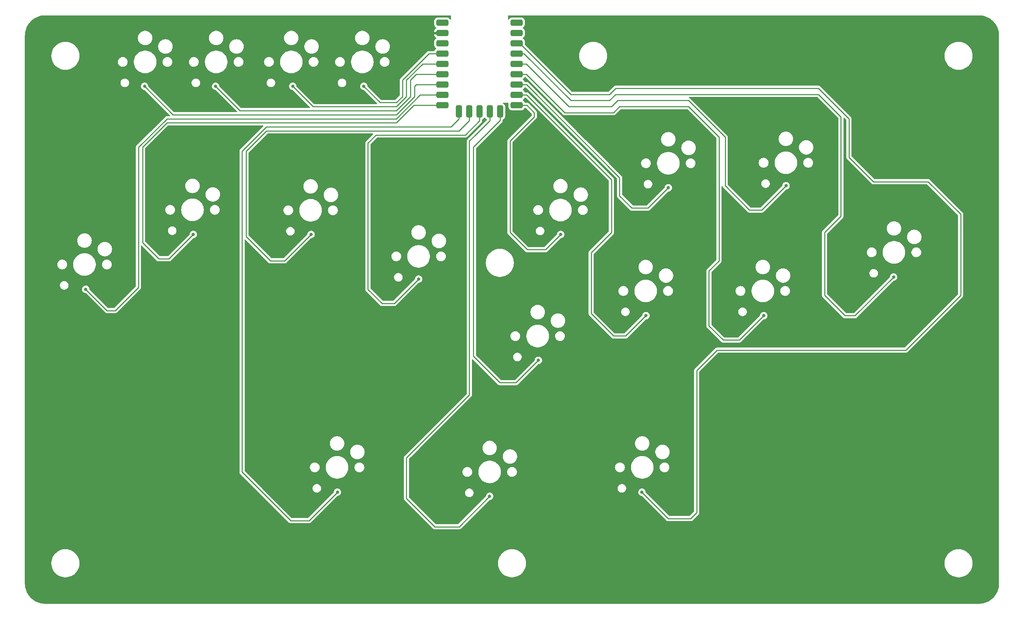
<source format=gtl>
G04 #@! TF.GenerationSoftware,KiCad,Pcbnew,8.0.1*
G04 #@! TF.CreationDate,2024-04-24T00:06:35-04:00*
G04 #@! TF.ProjectId,leviathan,6c657669-6174-4686-916e-2e6b69636164,rev?*
G04 #@! TF.SameCoordinates,Original*
G04 #@! TF.FileFunction,Copper,L1,Top*
G04 #@! TF.FilePolarity,Positive*
%FSLAX46Y46*%
G04 Gerber Fmt 4.6, Leading zero omitted, Abs format (unit mm)*
G04 Created by KiCad (PCBNEW 8.0.1) date 2024-04-24 00:06:35*
%MOMM*%
%LPD*%
G01*
G04 APERTURE LIST*
G04 Aperture macros list*
%AMRoundRect*
0 Rectangle with rounded corners*
0 $1 Rounding radius*
0 $2 $3 $4 $5 $6 $7 $8 $9 X,Y pos of 4 corners*
0 Add a 4 corners polygon primitive as box body*
4,1,4,$2,$3,$4,$5,$6,$7,$8,$9,$2,$3,0*
0 Add four circle primitives for the rounded corners*
1,1,$1+$1,$2,$3*
1,1,$1+$1,$4,$5*
1,1,$1+$1,$6,$7*
1,1,$1+$1,$8,$9*
0 Add four rect primitives between the rounded corners*
20,1,$1+$1,$2,$3,$4,$5,0*
20,1,$1+$1,$4,$5,$6,$7,0*
20,1,$1+$1,$6,$7,$8,$9,0*
20,1,$1+$1,$8,$9,$2,$3,0*%
G04 Aperture macros list end*
G04 #@! TA.AperFunction,SMDPad,CuDef*
%ADD10RoundRect,0.381000X1.119000X0.381000X-1.119000X0.381000X-1.119000X-0.381000X1.119000X-0.381000X0*%
G04 #@! TD*
G04 #@! TA.AperFunction,SMDPad,CuDef*
%ADD11RoundRect,0.381000X-0.381000X1.119000X-0.381000X-1.119000X0.381000X-1.119000X0.381000X1.119000X0*%
G04 #@! TD*
G04 #@! TA.AperFunction,SMDPad,CuDef*
%ADD12RoundRect,0.381000X0.381000X-1.119000X0.381000X1.119000X-0.381000X1.119000X-0.381000X-1.119000X0*%
G04 #@! TD*
G04 #@! TA.AperFunction,ViaPad*
%ADD13C,0.800000*%
G04 #@! TD*
G04 #@! TA.AperFunction,Conductor*
%ADD14C,0.381000*%
G04 #@! TD*
G04 #@! TA.AperFunction,Conductor*
%ADD15C,0.254000*%
G04 #@! TD*
G04 APERTURE END LIST*
D10*
X171160000Y-21840000D03*
X171160000Y-24380000D03*
X171160000Y-26920000D03*
X171160000Y-29460000D03*
X171160000Y-32000000D03*
X171160000Y-34540000D03*
X171160000Y-37080000D03*
X171160000Y-39620000D03*
X171160000Y-42160000D03*
D11*
X167080000Y-43700000D03*
X164540000Y-43700000D03*
X162000000Y-43700000D03*
X159460000Y-43700000D03*
D12*
X156920000Y-43700000D03*
D10*
X152840000Y-42160000D03*
X152840000Y-39620000D03*
X152840000Y-37080000D03*
X152840000Y-34540000D03*
X152840000Y-32000000D03*
X152840000Y-29460000D03*
X152840000Y-26920000D03*
X152840000Y-21840000D03*
X152840000Y-24380000D03*
D13*
X149330000Y-24500000D03*
X91500000Y-74000000D03*
X120500000Y-74000000D03*
X147000000Y-85000000D03*
X164500000Y-138500000D03*
X264000000Y-84500000D03*
X237500000Y-62000000D03*
X208500000Y-62500000D03*
X182000000Y-74000000D03*
X203000000Y-94000000D03*
X176500000Y-105000000D03*
X232000000Y-94000000D03*
X202000000Y-137500000D03*
X79500000Y-37500000D03*
X97000000Y-37500000D03*
X65000000Y-87500000D03*
X127000000Y-137500000D03*
X116000000Y-37500000D03*
X133500000Y-37500000D03*
D14*
X149330000Y-24500000D02*
X152670000Y-24500000D01*
D15*
X79000000Y-52500000D02*
X79000000Y-76000000D01*
X85500000Y-80000000D02*
X91500000Y-74000000D01*
X141500000Y-46500000D02*
X85000000Y-46500000D01*
X152840000Y-42160000D02*
X145840000Y-42160000D01*
X85000000Y-46500000D02*
X79000000Y-52500000D01*
X83000000Y-80000000D02*
X85500000Y-80000000D01*
X79000000Y-76000000D02*
X83000000Y-80000000D01*
X145840000Y-42160000D02*
X141500000Y-46500000D01*
X104500000Y-53500000D02*
X109500000Y-48500000D01*
X156920000Y-48500000D02*
X159460000Y-45960000D01*
X109500000Y-48500000D02*
X156500000Y-48500000D01*
X120500000Y-74000000D02*
X114000000Y-80500000D01*
X159460000Y-45960000D02*
X159460000Y-43700000D01*
X104500000Y-74500000D02*
X104500000Y-53500000D01*
X156500000Y-48500000D02*
X156920000Y-48500000D01*
X110500000Y-80500000D02*
X104500000Y-74500000D01*
X114000000Y-80500000D02*
X110500000Y-80500000D01*
X134500000Y-51500000D02*
X134500000Y-87500000D01*
X162000000Y-43700000D02*
X162000000Y-46000000D01*
X162000000Y-46000000D02*
X158500000Y-49500000D01*
X141000000Y-91000000D02*
X147000000Y-85000000D01*
X136500000Y-49500000D02*
X134500000Y-51500000D01*
X158500000Y-49500000D02*
X136500000Y-49500000D01*
X138000000Y-91000000D02*
X141000000Y-91000000D01*
X134500000Y-87500000D02*
X138000000Y-91000000D01*
X144000000Y-139000000D02*
X151000000Y-146000000D01*
X161000000Y-49500000D02*
X159500000Y-51000000D01*
X159500000Y-113500000D02*
X144000000Y-129000000D01*
X144000000Y-129000000D02*
X144000000Y-139000000D01*
X159500000Y-51000000D02*
X159500000Y-113500000D01*
X157000000Y-146000000D02*
X164500000Y-138500000D01*
X151000000Y-146000000D02*
X157000000Y-146000000D01*
X164540000Y-43700000D02*
X164540000Y-45960000D01*
X164540000Y-45960000D02*
X161000000Y-49500000D01*
X251000000Y-45000000D02*
X251000000Y-69500000D01*
X194000000Y-41000000D02*
X195500000Y-39500000D01*
X171160000Y-29460000D02*
X172960000Y-29460000D01*
X173000000Y-29500000D02*
X184500000Y-41000000D01*
X247000000Y-73500000D02*
X247000000Y-89000000D01*
X245500000Y-39500000D02*
X251000000Y-45000000D01*
X252000000Y-94000000D02*
X254500000Y-94000000D01*
X254500000Y-94000000D02*
X264000000Y-84500000D01*
X172960000Y-29460000D02*
X173000000Y-29500000D01*
X247000000Y-89000000D02*
X252000000Y-94000000D01*
X195500000Y-39500000D02*
X245500000Y-39500000D01*
X251000000Y-69500000D02*
X247000000Y-73500000D01*
X184500000Y-41000000D02*
X194000000Y-41000000D01*
X184000000Y-42500000D02*
X194500000Y-42500000D01*
X222500000Y-62000000D02*
X228500000Y-68000000D01*
X222500000Y-50000000D02*
X222500000Y-62000000D01*
X228500000Y-68000000D02*
X231500000Y-68000000D01*
X231500000Y-68000000D02*
X237500000Y-62000000D01*
X194500000Y-42500000D02*
X196000000Y-41000000D01*
X173500000Y-32000000D02*
X184000000Y-42500000D01*
X171160000Y-32000000D02*
X173500000Y-32000000D01*
X196000000Y-41000000D02*
X213500000Y-41000000D01*
X213500000Y-41000000D02*
X222500000Y-50000000D01*
X171160000Y-37080000D02*
X173580000Y-37080000D01*
X173580000Y-37080000D02*
X196500000Y-60000000D01*
X196500000Y-64500000D02*
X199500000Y-67500000D01*
X203500000Y-67500000D02*
X208500000Y-62500000D01*
X196500000Y-60000000D02*
X196500000Y-64500000D01*
X199500000Y-67500000D02*
X203500000Y-67500000D01*
X173660000Y-42160000D02*
X175500000Y-44000000D01*
X175500000Y-45000000D02*
X169500000Y-51000000D01*
X175500000Y-44000000D02*
X175500000Y-45000000D01*
X169500000Y-51000000D02*
X169500000Y-73500000D01*
X171160000Y-42160000D02*
X173660000Y-42160000D01*
X173750000Y-77750000D02*
X178250000Y-77750000D01*
X178250000Y-77750000D02*
X182000000Y-74000000D01*
X169500000Y-73500000D02*
X173750000Y-77750000D01*
X171160000Y-39620000D02*
X173620000Y-39620000D01*
X194500000Y-73500000D02*
X189500000Y-78500000D01*
X198000000Y-99000000D02*
X203000000Y-94000000D01*
X195000000Y-99000000D02*
X198000000Y-99000000D01*
X189500000Y-93500000D02*
X195000000Y-99000000D01*
X173620000Y-39620000D02*
X194500000Y-60500000D01*
X189500000Y-78500000D02*
X189500000Y-93500000D01*
X194500000Y-60500000D02*
X194500000Y-73500000D01*
X160500000Y-104000000D02*
X167000000Y-110500000D01*
X160500000Y-52500000D02*
X160500000Y-104000000D01*
X167080000Y-45920000D02*
X160500000Y-52500000D01*
X167080000Y-43700000D02*
X167080000Y-45920000D01*
X167000000Y-110500000D02*
X171000000Y-110500000D01*
X171000000Y-110500000D02*
X176500000Y-105000000D01*
X196500000Y-42500000D02*
X213500000Y-42500000D01*
X218500000Y-83000000D02*
X218500000Y-96500000D01*
X226000000Y-100000000D02*
X232000000Y-94000000D01*
X222000000Y-100000000D02*
X226000000Y-100000000D01*
X221000000Y-80500000D02*
X218500000Y-83000000D01*
X171160000Y-34540000D02*
X173540000Y-34540000D01*
X195000000Y-44000000D02*
X196500000Y-42500000D01*
X221000000Y-50000000D02*
X221000000Y-80500000D01*
X213500000Y-42500000D02*
X221000000Y-50000000D01*
X183000000Y-44000000D02*
X195000000Y-44000000D01*
X173540000Y-34540000D02*
X183000000Y-44000000D01*
X218500000Y-96500000D02*
X222000000Y-100000000D01*
X253000000Y-55000000D02*
X259000000Y-61000000D01*
X202000000Y-137500000D02*
X208500000Y-144000000D01*
X195500000Y-38000000D02*
X245500000Y-38000000D01*
X280500000Y-89000000D02*
X267000000Y-102500000D01*
X184500000Y-39500000D02*
X194000000Y-39500000D01*
X171920000Y-26920000D02*
X184500000Y-39500000D01*
X272500000Y-61000000D02*
X280500000Y-69000000D01*
X259000000Y-61000000D02*
X272500000Y-61000000D01*
X215500000Y-142500000D02*
X214000000Y-144000000D01*
X194000000Y-39500000D02*
X195500000Y-38000000D01*
X267000000Y-102500000D02*
X220500000Y-102500000D01*
X220500000Y-102500000D02*
X215500000Y-107500000D01*
X245500000Y-38000000D02*
X253000000Y-45500000D01*
D14*
X171920000Y-26920000D02*
X171160000Y-26920000D01*
D15*
X215500000Y-107500000D02*
X215500000Y-142500000D01*
X208500000Y-144000000D02*
X214000000Y-144000000D01*
X253000000Y-45500000D02*
X253000000Y-55000000D01*
X280500000Y-69000000D02*
X280500000Y-89000000D01*
X86500000Y-44500000D02*
X79500000Y-37500000D01*
X146000000Y-40000000D02*
X141500000Y-44500000D01*
X141500000Y-44500000D02*
X86500000Y-44500000D01*
X146420000Y-37080000D02*
X146000000Y-37500000D01*
X146000000Y-37500000D02*
X146000000Y-40000000D01*
X152840000Y-37080000D02*
X146420000Y-37080000D01*
X145000000Y-36000000D02*
X145000000Y-40000000D01*
X145000000Y-40000000D02*
X141500000Y-43500000D01*
X152840000Y-34540000D02*
X146460000Y-34540000D01*
X146460000Y-34540000D02*
X145000000Y-36000000D01*
X141500000Y-43500000D02*
X103000000Y-43500000D01*
X103000000Y-43500000D02*
X97000000Y-37500000D01*
X147380000Y-39620000D02*
X141500000Y-45500000D01*
X78000000Y-87000000D02*
X72250000Y-92750000D01*
X72250000Y-92750000D02*
X70250000Y-92750000D01*
X78000000Y-52500000D02*
X78000000Y-87000000D01*
X141500000Y-45500000D02*
X85000000Y-45500000D01*
X85000000Y-45500000D02*
X78000000Y-52500000D01*
X152840000Y-39620000D02*
X147380000Y-39620000D01*
X70250000Y-92750000D02*
X65000000Y-87500000D01*
X103500000Y-132500000D02*
X103500000Y-53500000D01*
X127000000Y-137500000D02*
X120000000Y-144500000D01*
X115500000Y-144500000D02*
X103500000Y-132500000D01*
X103500000Y-53500000D02*
X109500000Y-47500000D01*
X120000000Y-144500000D02*
X115500000Y-144500000D01*
X155000000Y-47500000D02*
X156920000Y-45580000D01*
X109500000Y-47500000D02*
X155000000Y-47500000D01*
X156920000Y-45580000D02*
X156920000Y-43700000D01*
X121000000Y-42500000D02*
X116000000Y-37500000D01*
X144000000Y-40000000D02*
X141500000Y-42500000D01*
X152840000Y-32000000D02*
X148000000Y-32000000D01*
X141500000Y-42500000D02*
X121000000Y-42500000D01*
X148000000Y-32000000D02*
X144000000Y-36000000D01*
X144000000Y-36000000D02*
X144000000Y-40000000D01*
X141500000Y-41500000D02*
X137500000Y-41500000D01*
X143000000Y-36000000D02*
X143000000Y-40000000D01*
X137500000Y-41500000D02*
X133500000Y-37500000D01*
X149540000Y-29460000D02*
X143000000Y-36000000D01*
X152840000Y-29460000D02*
X149540000Y-29460000D01*
X143000000Y-40000000D02*
X141500000Y-41500000D01*
G04 #@! TA.AperFunction,Conductor*
G36*
X154917539Y-20045185D02*
G01*
X154963294Y-20097989D01*
X154974500Y-20149500D01*
X154974500Y-20976240D01*
X154954815Y-21043279D01*
X154902011Y-21089034D01*
X154832853Y-21098978D01*
X154769297Y-21069953D01*
X154740015Y-21032535D01*
X154709108Y-20971877D01*
X154709107Y-20971875D01*
X154591436Y-20826564D01*
X154506191Y-20757533D01*
X154446122Y-20708890D01*
X154279522Y-20624005D01*
X154098912Y-20575611D01*
X154021263Y-20569500D01*
X154021258Y-20569500D01*
X151658742Y-20569500D01*
X151658736Y-20569500D01*
X151581087Y-20575611D01*
X151581086Y-20575611D01*
X151400477Y-20624005D01*
X151233877Y-20708890D01*
X151088564Y-20826564D01*
X150970890Y-20971877D01*
X150886005Y-21138477D01*
X150837611Y-21319086D01*
X150837611Y-21319087D01*
X150831500Y-21396736D01*
X150831500Y-22283263D01*
X150837611Y-22360912D01*
X150837611Y-22360913D01*
X150886005Y-22541522D01*
X150970890Y-22708122D01*
X151019533Y-22768191D01*
X151088564Y-22853436D01*
X151193830Y-22938679D01*
X151233877Y-22971109D01*
X151298627Y-23004100D01*
X151349423Y-23052074D01*
X151366219Y-23119895D01*
X151343682Y-23186030D01*
X151297428Y-23225673D01*
X151243724Y-23252307D01*
X151094366Y-23372365D01*
X151094365Y-23372366D01*
X150974307Y-23521724D01*
X150889165Y-23693397D01*
X150842918Y-23879359D01*
X150840000Y-23922395D01*
X150840000Y-24130000D01*
X152966000Y-24130000D01*
X153033039Y-24149685D01*
X153078794Y-24202489D01*
X153090000Y-24254000D01*
X153090000Y-24506000D01*
X153070315Y-24573039D01*
X153017511Y-24618794D01*
X152966000Y-24630000D01*
X150840001Y-24630000D01*
X150840001Y-24837609D01*
X150842917Y-24880632D01*
X150842917Y-24880634D01*
X150889165Y-25066602D01*
X150974307Y-25238275D01*
X151094365Y-25387633D01*
X151094366Y-25387634D01*
X151243724Y-25507692D01*
X151297426Y-25534325D01*
X151348740Y-25581746D01*
X151366270Y-25649381D01*
X151344450Y-25715756D01*
X151298629Y-25755898D01*
X151233878Y-25788890D01*
X151088564Y-25906564D01*
X150970890Y-26051877D01*
X150886005Y-26218477D01*
X150837611Y-26399086D01*
X150837611Y-26399087D01*
X150831500Y-26476736D01*
X150831500Y-27363263D01*
X150837611Y-27440912D01*
X150837611Y-27440913D01*
X150886005Y-27621522D01*
X150970890Y-27788122D01*
X150993761Y-27816365D01*
X151088564Y-27933436D01*
X151193830Y-28018679D01*
X151233877Y-28051109D01*
X151289628Y-28079515D01*
X151340425Y-28127489D01*
X151357220Y-28195310D01*
X151334683Y-28261445D01*
X151289628Y-28300485D01*
X151233877Y-28328890D01*
X151088564Y-28446564D01*
X150970890Y-28591877D01*
X150886863Y-28756794D01*
X150838889Y-28807590D01*
X150776378Y-28824500D01*
X149477404Y-28824500D01*
X149354638Y-28848920D01*
X149354626Y-28848923D01*
X149238984Y-28896823D01*
X149238971Y-28896830D01*
X149134892Y-28966374D01*
X149134888Y-28966377D01*
X144216452Y-33884815D01*
X142594892Y-35506375D01*
X142550632Y-35550634D01*
X142506373Y-35594893D01*
X142436830Y-35698971D01*
X142436823Y-35698984D01*
X142388923Y-35814626D01*
X142388920Y-35814638D01*
X142364500Y-35937404D01*
X142364500Y-39685405D01*
X142344815Y-39752444D01*
X142328181Y-39773086D01*
X141273086Y-40828181D01*
X141211763Y-40861666D01*
X141185405Y-40864500D01*
X137814595Y-40864500D01*
X137747556Y-40844815D01*
X137726914Y-40828181D01*
X134446288Y-37547555D01*
X134412803Y-37486232D01*
X134410650Y-37472850D01*
X134393542Y-37310072D01*
X134334527Y-37128444D01*
X134239040Y-36963056D01*
X134111253Y-36821134D01*
X133956752Y-36708882D01*
X133782288Y-36631206D01*
X133782286Y-36631205D01*
X133595487Y-36591500D01*
X133404513Y-36591500D01*
X133217714Y-36631205D01*
X133043246Y-36708883D01*
X132888745Y-36821135D01*
X132760959Y-36963057D01*
X132665473Y-37128443D01*
X132665470Y-37128450D01*
X132606459Y-37310068D01*
X132606458Y-37310072D01*
X132586496Y-37500000D01*
X132606458Y-37689928D01*
X132606459Y-37689931D01*
X132665470Y-37871549D01*
X132665473Y-37871556D01*
X132760960Y-38036944D01*
X132888747Y-38178866D01*
X133043248Y-38291118D01*
X133217712Y-38368794D01*
X133404513Y-38408500D01*
X133458405Y-38408500D01*
X133525444Y-38428185D01*
X133546086Y-38444819D01*
X136754086Y-41652819D01*
X136787571Y-41714142D01*
X136782587Y-41783834D01*
X136740715Y-41839767D01*
X136675251Y-41864184D01*
X136666405Y-41864500D01*
X121314595Y-41864500D01*
X121247556Y-41844815D01*
X121226914Y-41828181D01*
X116946288Y-37547555D01*
X116912803Y-37486232D01*
X116910650Y-37472850D01*
X116893542Y-37310072D01*
X116834527Y-37128444D01*
X116739040Y-36963056D01*
X116611253Y-36821134D01*
X116518120Y-36753469D01*
X127087000Y-36753469D01*
X127127368Y-36956412D01*
X127127370Y-36956420D01*
X127206558Y-37147596D01*
X127321524Y-37319657D01*
X127467842Y-37465975D01*
X127467845Y-37465977D01*
X127639902Y-37580941D01*
X127831080Y-37660130D01*
X127980886Y-37689928D01*
X128034030Y-37700499D01*
X128034034Y-37700500D01*
X128034035Y-37700500D01*
X128240966Y-37700500D01*
X128240967Y-37700499D01*
X128443920Y-37660130D01*
X128635098Y-37580941D01*
X128807155Y-37465977D01*
X128953477Y-37319655D01*
X129068441Y-37147598D01*
X129147630Y-36956420D01*
X129188000Y-36753465D01*
X129188000Y-36546535D01*
X129147630Y-36343580D01*
X129068441Y-36152402D01*
X128953477Y-35980345D01*
X128953475Y-35980342D01*
X128807157Y-35834024D01*
X128721126Y-35776541D01*
X128635098Y-35719059D01*
X128586618Y-35698978D01*
X128443920Y-35639870D01*
X128443912Y-35639868D01*
X128240969Y-35599500D01*
X128240965Y-35599500D01*
X128034035Y-35599500D01*
X128034030Y-35599500D01*
X127831087Y-35639868D01*
X127831079Y-35639870D01*
X127639903Y-35719058D01*
X127467842Y-35834024D01*
X127321524Y-35980342D01*
X127206558Y-36152403D01*
X127127370Y-36343579D01*
X127127368Y-36343587D01*
X127087000Y-36546530D01*
X127087000Y-36753469D01*
X116518120Y-36753469D01*
X116456752Y-36708882D01*
X116282288Y-36631206D01*
X116282286Y-36631205D01*
X116095487Y-36591500D01*
X115904513Y-36591500D01*
X115717714Y-36631205D01*
X115543246Y-36708883D01*
X115388745Y-36821135D01*
X115260959Y-36963057D01*
X115165473Y-37128443D01*
X115165470Y-37128450D01*
X115106459Y-37310068D01*
X115106458Y-37310072D01*
X115086496Y-37500000D01*
X115106458Y-37689928D01*
X115106459Y-37689931D01*
X115165470Y-37871549D01*
X115165473Y-37871556D01*
X115260960Y-38036944D01*
X115388747Y-38178866D01*
X115543248Y-38291118D01*
X115717712Y-38368794D01*
X115904513Y-38408500D01*
X115958405Y-38408500D01*
X116025444Y-38428185D01*
X116046086Y-38444819D01*
X120254086Y-42652819D01*
X120287571Y-42714142D01*
X120282587Y-42783834D01*
X120240715Y-42839767D01*
X120175251Y-42864184D01*
X120166405Y-42864500D01*
X103314595Y-42864500D01*
X103247556Y-42844815D01*
X103226914Y-42828181D01*
X97946288Y-37547555D01*
X97912803Y-37486232D01*
X97910650Y-37472850D01*
X97893542Y-37310072D01*
X97834527Y-37128444D01*
X97739040Y-36963056D01*
X97611253Y-36821134D01*
X97518120Y-36753469D01*
X109586000Y-36753469D01*
X109626368Y-36956412D01*
X109626370Y-36956420D01*
X109705558Y-37147596D01*
X109820524Y-37319657D01*
X109966842Y-37465975D01*
X109966845Y-37465977D01*
X110138902Y-37580941D01*
X110330080Y-37660130D01*
X110479886Y-37689928D01*
X110533030Y-37700499D01*
X110533034Y-37700500D01*
X110533035Y-37700500D01*
X110739966Y-37700500D01*
X110739967Y-37700499D01*
X110942920Y-37660130D01*
X111134098Y-37580941D01*
X111306155Y-37465977D01*
X111452477Y-37319655D01*
X111567441Y-37147598D01*
X111646630Y-36956420D01*
X111687000Y-36753465D01*
X111687000Y-36546535D01*
X111646630Y-36343580D01*
X111567441Y-36152402D01*
X111452477Y-35980345D01*
X111452475Y-35980342D01*
X111306157Y-35834024D01*
X111220126Y-35776541D01*
X111134098Y-35719059D01*
X111085618Y-35698978D01*
X110942920Y-35639870D01*
X110942912Y-35639868D01*
X110739969Y-35599500D01*
X110739965Y-35599500D01*
X110533035Y-35599500D01*
X110533030Y-35599500D01*
X110330087Y-35639868D01*
X110330079Y-35639870D01*
X110138903Y-35719058D01*
X109966842Y-35834024D01*
X109820524Y-35980342D01*
X109705558Y-36152403D01*
X109626370Y-36343579D01*
X109626368Y-36343587D01*
X109586000Y-36546530D01*
X109586000Y-36753469D01*
X97518120Y-36753469D01*
X97456752Y-36708882D01*
X97282288Y-36631206D01*
X97282286Y-36631205D01*
X97095487Y-36591500D01*
X96904513Y-36591500D01*
X96717714Y-36631205D01*
X96543246Y-36708883D01*
X96388745Y-36821135D01*
X96260959Y-36963057D01*
X96165473Y-37128443D01*
X96165470Y-37128450D01*
X96106459Y-37310068D01*
X96106458Y-37310072D01*
X96086496Y-37500000D01*
X96106458Y-37689928D01*
X96106459Y-37689931D01*
X96165470Y-37871549D01*
X96165473Y-37871556D01*
X96260960Y-38036944D01*
X96388747Y-38178866D01*
X96543248Y-38291118D01*
X96717712Y-38368794D01*
X96904513Y-38408500D01*
X96958405Y-38408500D01*
X97025444Y-38428185D01*
X97046086Y-38444819D01*
X102254086Y-43652819D01*
X102287571Y-43714142D01*
X102282587Y-43783834D01*
X102240715Y-43839767D01*
X102175251Y-43864184D01*
X102166405Y-43864500D01*
X86814595Y-43864500D01*
X86747556Y-43844815D01*
X86726914Y-43828181D01*
X80446288Y-37547555D01*
X80412803Y-37486232D01*
X80410650Y-37472850D01*
X80393542Y-37310072D01*
X80334527Y-37128444D01*
X80239040Y-36963056D01*
X80111253Y-36821134D01*
X80018120Y-36753469D01*
X91087000Y-36753469D01*
X91127368Y-36956412D01*
X91127370Y-36956420D01*
X91206558Y-37147596D01*
X91321524Y-37319657D01*
X91467842Y-37465975D01*
X91467845Y-37465977D01*
X91639902Y-37580941D01*
X91831080Y-37660130D01*
X91980886Y-37689928D01*
X92034030Y-37700499D01*
X92034034Y-37700500D01*
X92034035Y-37700500D01*
X92240966Y-37700500D01*
X92240967Y-37700499D01*
X92443920Y-37660130D01*
X92635098Y-37580941D01*
X92807155Y-37465977D01*
X92953477Y-37319655D01*
X93068441Y-37147598D01*
X93147630Y-36956420D01*
X93188000Y-36753465D01*
X93188000Y-36546535D01*
X93147630Y-36343580D01*
X93068441Y-36152402D01*
X92953477Y-35980345D01*
X92953475Y-35980342D01*
X92807157Y-35834024D01*
X92721126Y-35776541D01*
X92635098Y-35719059D01*
X92586618Y-35698978D01*
X92443920Y-35639870D01*
X92443912Y-35639868D01*
X92240969Y-35599500D01*
X92240965Y-35599500D01*
X92034035Y-35599500D01*
X92034030Y-35599500D01*
X91831087Y-35639868D01*
X91831079Y-35639870D01*
X91639903Y-35719058D01*
X91467842Y-35834024D01*
X91321524Y-35980342D01*
X91206558Y-36152403D01*
X91127370Y-36343579D01*
X91127368Y-36343587D01*
X91087000Y-36546530D01*
X91087000Y-36753469D01*
X80018120Y-36753469D01*
X79956752Y-36708882D01*
X79782288Y-36631206D01*
X79782286Y-36631205D01*
X79595487Y-36591500D01*
X79404513Y-36591500D01*
X79217714Y-36631205D01*
X79043246Y-36708883D01*
X78888745Y-36821135D01*
X78760959Y-36963057D01*
X78665473Y-37128443D01*
X78665470Y-37128450D01*
X78606459Y-37310068D01*
X78606458Y-37310072D01*
X78586496Y-37500000D01*
X78606458Y-37689928D01*
X78606459Y-37689931D01*
X78665470Y-37871549D01*
X78665473Y-37871556D01*
X78760960Y-38036944D01*
X78888747Y-38178866D01*
X79043248Y-38291118D01*
X79217712Y-38368794D01*
X79404513Y-38408500D01*
X79458405Y-38408500D01*
X79525444Y-38428185D01*
X79546086Y-38444819D01*
X85754086Y-44652819D01*
X85787571Y-44714142D01*
X85782587Y-44783834D01*
X85740715Y-44839767D01*
X85675251Y-44864184D01*
X85666405Y-44864500D01*
X84937404Y-44864500D01*
X84814638Y-44888920D01*
X84814626Y-44888923D01*
X84698984Y-44936823D01*
X84698971Y-44936830D01*
X84594892Y-45006374D01*
X84594890Y-45006376D01*
X80948448Y-48652819D01*
X77594892Y-52006375D01*
X77565456Y-52035811D01*
X77506373Y-52094893D01*
X77436830Y-52198971D01*
X77436823Y-52198984D01*
X77388923Y-52314626D01*
X77388920Y-52314638D01*
X77364500Y-52437404D01*
X77364500Y-86685405D01*
X77344815Y-86752444D01*
X77328181Y-86773086D01*
X72023086Y-92078181D01*
X71961763Y-92111666D01*
X71935405Y-92114500D01*
X70564595Y-92114500D01*
X70497556Y-92094815D01*
X70476914Y-92078181D01*
X65946288Y-87547555D01*
X65912803Y-87486232D01*
X65910650Y-87472850D01*
X65893542Y-87310072D01*
X65834527Y-87128444D01*
X65739040Y-86963056D01*
X65611253Y-86821134D01*
X65456752Y-86708882D01*
X65282288Y-86631206D01*
X65282286Y-86631205D01*
X65095487Y-86591500D01*
X64904513Y-86591500D01*
X64717714Y-86631205D01*
X64717712Y-86631206D01*
X64595979Y-86685405D01*
X64543246Y-86708883D01*
X64388745Y-86821135D01*
X64260959Y-86963057D01*
X64165473Y-87128443D01*
X64165470Y-87128450D01*
X64106459Y-87310068D01*
X64106458Y-87310072D01*
X64086496Y-87500000D01*
X64106458Y-87689928D01*
X64106459Y-87689931D01*
X64165470Y-87871549D01*
X64165473Y-87871556D01*
X64260960Y-88036944D01*
X64388747Y-88178866D01*
X64543248Y-88291118D01*
X64717712Y-88368794D01*
X64904513Y-88408500D01*
X64958405Y-88408500D01*
X65025444Y-88428185D01*
X65046086Y-88444819D01*
X69844888Y-93243622D01*
X69844892Y-93243625D01*
X69948971Y-93313169D01*
X69948984Y-93313176D01*
X70064626Y-93361076D01*
X70064631Y-93361078D01*
X70141761Y-93376420D01*
X70187404Y-93385499D01*
X70187408Y-93385500D01*
X70187409Y-93385500D01*
X72312592Y-93385500D01*
X72312593Y-93385499D01*
X72435369Y-93361078D01*
X72551022Y-93313173D01*
X72655108Y-93243625D01*
X78493625Y-87405108D01*
X78563173Y-87301022D01*
X78611078Y-87185369D01*
X78635500Y-87062591D01*
X78635500Y-86937409D01*
X78635500Y-76833595D01*
X78655185Y-76766556D01*
X78707989Y-76720801D01*
X78777147Y-76710857D01*
X78840703Y-76739882D01*
X78847181Y-76745914D01*
X82594888Y-80493622D01*
X82594892Y-80493625D01*
X82698971Y-80563169D01*
X82698984Y-80563176D01*
X82789093Y-80600500D01*
X82814631Y-80611078D01*
X82937404Y-80635499D01*
X82937408Y-80635500D01*
X82937409Y-80635500D01*
X85562592Y-80635500D01*
X85562593Y-80635499D01*
X85685369Y-80611078D01*
X85801022Y-80563173D01*
X85905108Y-80493625D01*
X91453914Y-74944819D01*
X91515237Y-74911334D01*
X91541595Y-74908500D01*
X91595487Y-74908500D01*
X91782288Y-74868794D01*
X91956752Y-74791118D01*
X92111253Y-74678866D01*
X92239040Y-74536944D01*
X92334527Y-74371556D01*
X92393542Y-74189928D01*
X92413504Y-74000000D01*
X92393542Y-73810072D01*
X92334527Y-73628444D01*
X92239040Y-73463056D01*
X92111253Y-73321134D01*
X91956752Y-73208882D01*
X91782288Y-73131206D01*
X91782286Y-73131205D01*
X91595487Y-73091500D01*
X91404513Y-73091500D01*
X91217714Y-73131205D01*
X91217712Y-73131206D01*
X91065480Y-73198984D01*
X91043246Y-73208883D01*
X90888745Y-73321135D01*
X90760959Y-73463057D01*
X90665473Y-73628443D01*
X90665470Y-73628450D01*
X90606593Y-73809655D01*
X90606458Y-73810072D01*
X90596469Y-73905111D01*
X90589351Y-73972835D01*
X90562766Y-74037450D01*
X90553711Y-74047554D01*
X85273086Y-79328181D01*
X85211763Y-79361666D01*
X85185405Y-79364500D01*
X83314595Y-79364500D01*
X83247556Y-79344815D01*
X83226914Y-79328181D01*
X79671819Y-75773086D01*
X79638334Y-75711763D01*
X79635500Y-75685405D01*
X79635500Y-73183469D01*
X85254500Y-73183469D01*
X85294868Y-73386412D01*
X85294870Y-73386420D01*
X85367844Y-73562595D01*
X85374059Y-73577598D01*
X85431541Y-73663626D01*
X85489024Y-73749657D01*
X85635342Y-73895975D01*
X85635345Y-73895977D01*
X85807402Y-74010941D01*
X85998580Y-74090130D01*
X86201530Y-74130499D01*
X86201534Y-74130500D01*
X86201535Y-74130500D01*
X86408466Y-74130500D01*
X86408467Y-74130499D01*
X86611420Y-74090130D01*
X86802598Y-74010941D01*
X86974655Y-73895977D01*
X87120977Y-73749655D01*
X87235941Y-73577598D01*
X87315130Y-73386420D01*
X87355500Y-73183465D01*
X87355500Y-72976535D01*
X87315130Y-72773580D01*
X87235941Y-72582402D01*
X87120977Y-72410345D01*
X87120975Y-72410342D01*
X86974657Y-72264024D01*
X86823396Y-72162956D01*
X86802598Y-72149059D01*
X86611420Y-72069870D01*
X86611412Y-72069868D01*
X86408469Y-72029500D01*
X86408465Y-72029500D01*
X86201535Y-72029500D01*
X86201530Y-72029500D01*
X85998587Y-72069868D01*
X85998579Y-72069870D01*
X85807403Y-72149058D01*
X85635342Y-72264024D01*
X85489024Y-72410342D01*
X85374058Y-72582403D01*
X85294870Y-72773579D01*
X85294868Y-72773587D01*
X85254500Y-72976530D01*
X85254500Y-73183469D01*
X79635500Y-73183469D01*
X79635500Y-68024486D01*
X84604500Y-68024486D01*
X84634059Y-68211118D01*
X84692454Y-68390836D01*
X84756050Y-68515649D01*
X84778240Y-68559199D01*
X84889310Y-68712073D01*
X85022927Y-68845690D01*
X85175801Y-68956760D01*
X85248518Y-68993811D01*
X85344163Y-69042545D01*
X85344165Y-69042545D01*
X85344168Y-69042547D01*
X85440497Y-69073846D01*
X85523881Y-69100940D01*
X85710514Y-69130500D01*
X85710519Y-69130500D01*
X85899486Y-69130500D01*
X86086118Y-69100940D01*
X86265832Y-69042547D01*
X86434199Y-68956760D01*
X86587073Y-68845690D01*
X86720690Y-68712073D01*
X86831760Y-68559199D01*
X86917547Y-68390832D01*
X86975940Y-68211118D01*
X86986274Y-68145873D01*
X86995777Y-68085873D01*
X88529500Y-68085873D01*
X88564402Y-68395633D01*
X88564404Y-68395649D01*
X88633771Y-68699567D01*
X88633775Y-68699579D01*
X88736733Y-68993814D01*
X88871988Y-69274674D01*
X88871990Y-69274677D01*
X89037844Y-69538633D01*
X89232209Y-69782359D01*
X89452641Y-70002791D01*
X89696367Y-70197156D01*
X89960323Y-70363010D01*
X90241189Y-70498268D01*
X90462174Y-70575594D01*
X90535420Y-70601224D01*
X90535432Y-70601228D01*
X90839354Y-70670596D01*
X91149126Y-70705499D01*
X91149127Y-70705500D01*
X91149131Y-70705500D01*
X91460873Y-70705500D01*
X91460873Y-70705499D01*
X91770646Y-70670596D01*
X92074568Y-70601228D01*
X92368811Y-70498268D01*
X92649677Y-70363010D01*
X92913633Y-70197156D01*
X93157359Y-70002791D01*
X93377791Y-69782359D01*
X93572156Y-69538633D01*
X93738010Y-69274677D01*
X93873268Y-68993811D01*
X93976228Y-68699568D01*
X94045596Y-68395646D01*
X94080500Y-68085869D01*
X94080500Y-68024486D01*
X95604500Y-68024486D01*
X95634059Y-68211118D01*
X95692454Y-68390836D01*
X95756050Y-68515649D01*
X95778240Y-68559199D01*
X95889310Y-68712073D01*
X96022927Y-68845690D01*
X96175801Y-68956760D01*
X96248518Y-68993811D01*
X96344163Y-69042545D01*
X96344165Y-69042545D01*
X96344168Y-69042547D01*
X96440497Y-69073846D01*
X96523881Y-69100940D01*
X96710514Y-69130500D01*
X96710519Y-69130500D01*
X96899486Y-69130500D01*
X97086118Y-69100940D01*
X97265832Y-69042547D01*
X97434199Y-68956760D01*
X97587073Y-68845690D01*
X97720690Y-68712073D01*
X97831760Y-68559199D01*
X97917547Y-68390832D01*
X97975940Y-68211118D01*
X97986274Y-68145873D01*
X98005500Y-68024486D01*
X98005500Y-67835513D01*
X97975940Y-67648881D01*
X97917545Y-67469163D01*
X97854186Y-67344815D01*
X97831760Y-67300801D01*
X97720690Y-67147927D01*
X97587073Y-67014310D01*
X97434199Y-66903240D01*
X97265836Y-66817454D01*
X97086118Y-66759059D01*
X96899486Y-66729500D01*
X96899481Y-66729500D01*
X96710519Y-66729500D01*
X96710514Y-66729500D01*
X96523881Y-66759059D01*
X96344163Y-66817454D01*
X96175800Y-66903240D01*
X96093218Y-66963240D01*
X96022927Y-67014310D01*
X96022925Y-67014312D01*
X96022924Y-67014312D01*
X95889312Y-67147924D01*
X95889312Y-67147925D01*
X95889310Y-67147927D01*
X95880225Y-67160432D01*
X95778240Y-67300800D01*
X95692454Y-67469163D01*
X95634059Y-67648881D01*
X95604500Y-67835513D01*
X95604500Y-68024486D01*
X94080500Y-68024486D01*
X94080500Y-67774131D01*
X94045596Y-67464354D01*
X93976228Y-67160432D01*
X93873268Y-66866189D01*
X93766905Y-66645325D01*
X93738011Y-66585325D01*
X93647557Y-66441368D01*
X93572156Y-66321367D01*
X93377791Y-66077641D01*
X93157359Y-65857209D01*
X93143076Y-65845819D01*
X92992591Y-65725811D01*
X92913633Y-65662844D01*
X92649677Y-65496990D01*
X92649674Y-65496988D01*
X92368814Y-65361733D01*
X92074579Y-65258775D01*
X92074567Y-65258771D01*
X91770649Y-65189404D01*
X91770633Y-65189402D01*
X91460873Y-65154500D01*
X91460869Y-65154500D01*
X91149131Y-65154500D01*
X91149127Y-65154500D01*
X90839366Y-65189402D01*
X90839350Y-65189404D01*
X90535432Y-65258771D01*
X90535420Y-65258775D01*
X90241185Y-65361733D01*
X89960325Y-65496988D01*
X89696368Y-65662843D01*
X89452641Y-65857208D01*
X89232208Y-66077641D01*
X89037843Y-66321368D01*
X88871988Y-66585325D01*
X88736733Y-66866185D01*
X88633775Y-67160420D01*
X88633771Y-67160432D01*
X88564404Y-67464350D01*
X88564402Y-67464366D01*
X88529500Y-67774126D01*
X88529500Y-68085873D01*
X86995777Y-68085873D01*
X87005500Y-68024486D01*
X87005500Y-67835513D01*
X86975940Y-67648881D01*
X86917545Y-67469163D01*
X86854186Y-67344815D01*
X86831760Y-67300801D01*
X86720690Y-67147927D01*
X86587073Y-67014310D01*
X86434199Y-66903240D01*
X86265836Y-66817454D01*
X86086118Y-66759059D01*
X85899486Y-66729500D01*
X85899481Y-66729500D01*
X85710519Y-66729500D01*
X85710514Y-66729500D01*
X85523881Y-66759059D01*
X85344163Y-66817454D01*
X85175800Y-66903240D01*
X85093218Y-66963240D01*
X85022927Y-67014310D01*
X85022925Y-67014312D01*
X85022924Y-67014312D01*
X84889312Y-67147924D01*
X84889312Y-67147925D01*
X84889310Y-67147927D01*
X84880225Y-67160432D01*
X84778240Y-67300800D01*
X84692454Y-67469163D01*
X84634059Y-67648881D01*
X84604500Y-67835513D01*
X84604500Y-68024486D01*
X79635500Y-68024486D01*
X79635500Y-64246372D01*
X94529500Y-64246372D01*
X94559879Y-64477126D01*
X94582780Y-64562595D01*
X94620120Y-64701947D01*
X94709180Y-64916960D01*
X94709188Y-64916976D01*
X94825553Y-65118524D01*
X94825564Y-65118540D01*
X94967242Y-65303179D01*
X94967248Y-65303186D01*
X95131813Y-65467751D01*
X95131820Y-65467757D01*
X95210014Y-65527757D01*
X95316468Y-65609442D01*
X95316475Y-65609446D01*
X95518023Y-65725811D01*
X95518039Y-65725819D01*
X95733052Y-65814879D01*
X95733054Y-65814879D01*
X95733060Y-65814882D01*
X95957874Y-65875121D01*
X96188628Y-65905500D01*
X96188635Y-65905500D01*
X96421365Y-65905500D01*
X96421372Y-65905500D01*
X96652126Y-65875121D01*
X96876940Y-65814882D01*
X96954290Y-65782843D01*
X97091960Y-65725819D01*
X97091963Y-65725817D01*
X97091969Y-65725815D01*
X97293532Y-65609442D01*
X97478181Y-65467756D01*
X97642756Y-65303181D01*
X97784442Y-65118532D01*
X97900815Y-64916969D01*
X97905729Y-64905107D01*
X97989879Y-64701947D01*
X97989878Y-64701947D01*
X97989882Y-64701940D01*
X98050121Y-64477126D01*
X98080500Y-64246372D01*
X98080500Y-64013628D01*
X98050121Y-63782874D01*
X97989882Y-63558060D01*
X97960762Y-63487757D01*
X97900819Y-63343039D01*
X97900811Y-63343023D01*
X97784446Y-63141475D01*
X97784442Y-63141468D01*
X97704238Y-63036944D01*
X97642757Y-62956820D01*
X97642751Y-62956813D01*
X97478186Y-62792248D01*
X97478179Y-62792242D01*
X97293540Y-62650564D01*
X97293538Y-62650562D01*
X97293532Y-62650558D01*
X97293527Y-62650555D01*
X97293524Y-62650553D01*
X97091976Y-62534188D01*
X97091960Y-62534180D01*
X96876947Y-62445120D01*
X96847113Y-62437126D01*
X96652126Y-62384879D01*
X96652125Y-62384878D01*
X96652122Y-62384878D01*
X96421382Y-62354501D01*
X96421377Y-62354500D01*
X96421372Y-62354500D01*
X96188628Y-62354500D01*
X96188622Y-62354500D01*
X96188617Y-62354501D01*
X95957877Y-62384878D01*
X95733052Y-62445120D01*
X95518039Y-62534180D01*
X95518023Y-62534188D01*
X95316475Y-62650553D01*
X95316459Y-62650564D01*
X95131820Y-62792242D01*
X95131813Y-62792248D01*
X94967248Y-62956813D01*
X94967242Y-62956820D01*
X94825564Y-63141459D01*
X94825553Y-63141475D01*
X94709188Y-63343023D01*
X94709180Y-63343039D01*
X94620120Y-63558052D01*
X94559878Y-63782877D01*
X94544080Y-63902877D01*
X94529500Y-64013628D01*
X94529500Y-64246372D01*
X79635500Y-64246372D01*
X79635500Y-62146365D01*
X89529500Y-62146365D01*
X89529501Y-62146382D01*
X89559145Y-62371556D01*
X89559879Y-62377126D01*
X89594110Y-62504879D01*
X89620120Y-62601947D01*
X89709180Y-62816960D01*
X89709188Y-62816976D01*
X89825553Y-63018524D01*
X89825564Y-63018540D01*
X89967242Y-63203179D01*
X89967248Y-63203186D01*
X90131813Y-63367751D01*
X90131820Y-63367757D01*
X90255984Y-63463031D01*
X90316468Y-63509442D01*
X90316475Y-63509446D01*
X90518023Y-63625811D01*
X90518039Y-63625819D01*
X90733052Y-63714879D01*
X90733054Y-63714879D01*
X90733060Y-63714882D01*
X90957874Y-63775121D01*
X91188628Y-63805500D01*
X91188635Y-63805500D01*
X91421365Y-63805500D01*
X91421372Y-63805500D01*
X91652126Y-63775121D01*
X91876940Y-63714882D01*
X91965837Y-63678060D01*
X92091960Y-63625819D01*
X92091963Y-63625817D01*
X92091969Y-63625815D01*
X92293532Y-63509442D01*
X92478181Y-63367756D01*
X92642756Y-63203181D01*
X92784442Y-63018532D01*
X92900815Y-62816969D01*
X92911057Y-62792244D01*
X92982347Y-62620131D01*
X92989882Y-62601940D01*
X93050121Y-62377126D01*
X93080500Y-62146372D01*
X93080500Y-61913628D01*
X93050121Y-61682874D01*
X92989882Y-61458060D01*
X92960256Y-61386535D01*
X92900819Y-61243039D01*
X92900811Y-61243023D01*
X92784446Y-61041475D01*
X92784442Y-61041468D01*
X92642756Y-60856819D01*
X92642751Y-60856813D01*
X92478186Y-60692248D01*
X92478179Y-60692242D01*
X92293540Y-60550564D01*
X92293538Y-60550562D01*
X92293532Y-60550558D01*
X92293527Y-60550555D01*
X92293524Y-60550553D01*
X92091976Y-60434188D01*
X92091960Y-60434180D01*
X91876947Y-60345120D01*
X91813730Y-60328181D01*
X91652126Y-60284879D01*
X91652125Y-60284878D01*
X91652122Y-60284878D01*
X91421382Y-60254501D01*
X91421377Y-60254500D01*
X91421372Y-60254500D01*
X91188628Y-60254500D01*
X91188622Y-60254500D01*
X91188617Y-60254501D01*
X90957877Y-60284878D01*
X90733052Y-60345120D01*
X90518039Y-60434180D01*
X90518023Y-60434188D01*
X90316475Y-60550553D01*
X90316459Y-60550564D01*
X90131820Y-60692242D01*
X90131813Y-60692248D01*
X89967248Y-60856813D01*
X89967242Y-60856820D01*
X89825564Y-61041459D01*
X89825553Y-61041475D01*
X89709188Y-61243023D01*
X89709180Y-61243039D01*
X89620120Y-61458052D01*
X89559878Y-61682877D01*
X89529501Y-61913617D01*
X89529500Y-61913634D01*
X89529500Y-62146365D01*
X79635500Y-62146365D01*
X79635500Y-52814595D01*
X79655185Y-52747556D01*
X79671819Y-52726914D01*
X85226914Y-47171819D01*
X85288237Y-47138334D01*
X85314595Y-47135500D01*
X108666405Y-47135500D01*
X108733444Y-47155185D01*
X108779199Y-47207989D01*
X108789143Y-47277147D01*
X108760118Y-47340703D01*
X108754086Y-47347181D01*
X103094892Y-53006375D01*
X103050632Y-53050634D01*
X103006373Y-53094893D01*
X102936830Y-53198971D01*
X102936823Y-53198984D01*
X102888923Y-53314626D01*
X102888920Y-53314638D01*
X102864500Y-53437404D01*
X102864500Y-132562595D01*
X102888920Y-132685361D01*
X102888923Y-132685373D01*
X102936823Y-132801015D01*
X102936830Y-132801028D01*
X103006374Y-132905107D01*
X103006377Y-132905111D01*
X115006375Y-144905108D01*
X115094889Y-144993622D01*
X115094893Y-144993626D01*
X115198971Y-145063169D01*
X115198984Y-145063176D01*
X115314626Y-145111076D01*
X115314631Y-145111078D01*
X115437404Y-145135499D01*
X115437408Y-145135500D01*
X115437409Y-145135500D01*
X120062592Y-145135500D01*
X120062593Y-145135499D01*
X120185369Y-145111078D01*
X120301022Y-145063173D01*
X120405108Y-144993625D01*
X126953914Y-138444819D01*
X127015237Y-138411334D01*
X127041595Y-138408500D01*
X127095487Y-138408500D01*
X127282288Y-138368794D01*
X127456752Y-138291118D01*
X127611253Y-138178866D01*
X127739040Y-138036944D01*
X127834527Y-137871556D01*
X127893542Y-137689928D01*
X127913504Y-137500000D01*
X127893542Y-137310072D01*
X127834527Y-137128444D01*
X127739040Y-136963056D01*
X127611253Y-136821134D01*
X127456752Y-136708882D01*
X127282288Y-136631206D01*
X127282286Y-136631205D01*
X127095487Y-136591500D01*
X126904513Y-136591500D01*
X126717714Y-136631205D01*
X126543246Y-136708883D01*
X126388745Y-136821135D01*
X126260959Y-136963057D01*
X126165473Y-137128443D01*
X126165470Y-137128450D01*
X126142334Y-137199657D01*
X126106458Y-137310072D01*
X126092338Y-137444411D01*
X126089351Y-137472835D01*
X126062766Y-137537450D01*
X126053711Y-137547554D01*
X119773086Y-143828181D01*
X119711763Y-143861666D01*
X119685405Y-143864500D01*
X115814595Y-143864500D01*
X115747556Y-143844815D01*
X115726914Y-143828181D01*
X108532202Y-136633469D01*
X120869500Y-136633469D01*
X120909868Y-136836412D01*
X120909870Y-136836420D01*
X120989058Y-137027596D01*
X121104024Y-137199657D01*
X121250342Y-137345975D01*
X121250345Y-137345977D01*
X121422402Y-137460941D01*
X121613580Y-137540130D01*
X121816530Y-137580499D01*
X121816534Y-137580500D01*
X121816535Y-137580500D01*
X122023466Y-137580500D01*
X122023467Y-137580499D01*
X122226420Y-137540130D01*
X122417598Y-137460941D01*
X122589655Y-137345977D01*
X122735977Y-137199655D01*
X122850941Y-137027598D01*
X122930130Y-136836420D01*
X122970500Y-136633465D01*
X122970500Y-136426535D01*
X122930130Y-136223580D01*
X122850941Y-136032402D01*
X122735977Y-135860345D01*
X122735975Y-135860342D01*
X122589657Y-135714024D01*
X122503626Y-135656541D01*
X122417598Y-135599059D01*
X122226420Y-135519870D01*
X122226412Y-135519868D01*
X122023469Y-135479500D01*
X122023465Y-135479500D01*
X121816535Y-135479500D01*
X121816530Y-135479500D01*
X121613587Y-135519868D01*
X121613579Y-135519870D01*
X121422403Y-135599058D01*
X121250342Y-135714024D01*
X121104024Y-135860342D01*
X120989058Y-136032403D01*
X120909870Y-136223579D01*
X120909868Y-136223587D01*
X120869500Y-136426530D01*
X120869500Y-136633469D01*
X108532202Y-136633469D01*
X104171819Y-132273086D01*
X104138334Y-132211763D01*
X104135500Y-132185405D01*
X104135500Y-131474486D01*
X120219500Y-131474486D01*
X120249059Y-131661118D01*
X120307454Y-131840836D01*
X120393240Y-132009199D01*
X120504310Y-132162073D01*
X120637927Y-132295690D01*
X120790801Y-132406760D01*
X120850953Y-132437409D01*
X120959163Y-132492545D01*
X120959165Y-132492545D01*
X120959168Y-132492547D01*
X121055497Y-132523846D01*
X121138881Y-132550940D01*
X121325514Y-132580500D01*
X121325519Y-132580500D01*
X121514486Y-132580500D01*
X121701118Y-132550940D01*
X121880832Y-132492547D01*
X122049199Y-132406760D01*
X122202073Y-132295690D01*
X122335690Y-132162073D01*
X122446760Y-132009199D01*
X122532547Y-131840832D01*
X122590940Y-131661118D01*
X122610777Y-131535873D01*
X124144500Y-131535873D01*
X124179402Y-131845633D01*
X124179404Y-131845649D01*
X124248771Y-132149567D01*
X124248775Y-132149579D01*
X124351733Y-132443814D01*
X124486988Y-132724674D01*
X124486990Y-132724677D01*
X124652844Y-132988633D01*
X124847209Y-133232359D01*
X125067641Y-133452791D01*
X125311367Y-133647156D01*
X125575323Y-133813010D01*
X125856189Y-133948268D01*
X126077174Y-134025594D01*
X126150420Y-134051224D01*
X126150432Y-134051228D01*
X126454354Y-134120596D01*
X126764126Y-134155499D01*
X126764127Y-134155500D01*
X126764131Y-134155500D01*
X127075873Y-134155500D01*
X127075873Y-134155499D01*
X127385646Y-134120596D01*
X127689568Y-134051228D01*
X127983811Y-133948268D01*
X128264677Y-133813010D01*
X128528633Y-133647156D01*
X128772359Y-133452791D01*
X128992791Y-133232359D01*
X129187156Y-132988633D01*
X129353010Y-132724677D01*
X129488268Y-132443811D01*
X129591228Y-132149568D01*
X129660596Y-131845646D01*
X129695500Y-131535869D01*
X129695500Y-131474486D01*
X131219500Y-131474486D01*
X131249059Y-131661118D01*
X131307454Y-131840836D01*
X131393240Y-132009199D01*
X131504310Y-132162073D01*
X131637927Y-132295690D01*
X131790801Y-132406760D01*
X131850953Y-132437409D01*
X131959163Y-132492545D01*
X131959165Y-132492545D01*
X131959168Y-132492547D01*
X132055497Y-132523846D01*
X132138881Y-132550940D01*
X132325514Y-132580500D01*
X132325519Y-132580500D01*
X132514486Y-132580500D01*
X132701118Y-132550940D01*
X132880832Y-132492547D01*
X133049199Y-132406760D01*
X133202073Y-132295690D01*
X133335690Y-132162073D01*
X133446760Y-132009199D01*
X133532547Y-131840832D01*
X133590940Y-131661118D01*
X133610777Y-131535873D01*
X133620500Y-131474486D01*
X133620500Y-131285513D01*
X133590940Y-131098881D01*
X133532545Y-130919163D01*
X133446759Y-130750800D01*
X133335690Y-130597927D01*
X133202073Y-130464310D01*
X133049199Y-130353240D01*
X132880836Y-130267454D01*
X132701118Y-130209059D01*
X132514486Y-130179500D01*
X132514481Y-130179500D01*
X132325519Y-130179500D01*
X132325514Y-130179500D01*
X132138881Y-130209059D01*
X131959163Y-130267454D01*
X131790800Y-130353240D01*
X131703579Y-130416610D01*
X131637927Y-130464310D01*
X131637925Y-130464312D01*
X131637924Y-130464312D01*
X131504312Y-130597924D01*
X131504312Y-130597925D01*
X131504310Y-130597927D01*
X131456610Y-130663579D01*
X131393240Y-130750800D01*
X131307454Y-130919163D01*
X131249059Y-131098881D01*
X131219500Y-131285513D01*
X131219500Y-131474486D01*
X129695500Y-131474486D01*
X129695500Y-131224131D01*
X129660596Y-130914354D01*
X129591228Y-130610432D01*
X129488268Y-130316189D01*
X129353010Y-130035323D01*
X129187156Y-129771367D01*
X128992791Y-129527641D01*
X128772359Y-129307209D01*
X128528633Y-129112844D01*
X128264677Y-128946990D01*
X128264674Y-128946988D01*
X127983814Y-128811733D01*
X127689579Y-128708775D01*
X127689567Y-128708771D01*
X127385649Y-128639404D01*
X127385633Y-128639402D01*
X127075873Y-128604500D01*
X127075869Y-128604500D01*
X126764131Y-128604500D01*
X126764127Y-128604500D01*
X126454366Y-128639402D01*
X126454350Y-128639404D01*
X126150432Y-128708771D01*
X126150420Y-128708775D01*
X125856185Y-128811733D01*
X125575325Y-128946988D01*
X125311368Y-129112843D01*
X125067641Y-129307208D01*
X124847208Y-129527641D01*
X124652843Y-129771368D01*
X124486988Y-130035325D01*
X124351733Y-130316185D01*
X124248775Y-130610420D01*
X124248771Y-130610432D01*
X124179404Y-130914350D01*
X124179402Y-130914366D01*
X124144500Y-131224126D01*
X124144500Y-131535873D01*
X122610777Y-131535873D01*
X122620500Y-131474486D01*
X122620500Y-131285513D01*
X122590940Y-131098881D01*
X122532545Y-130919163D01*
X122446759Y-130750800D01*
X122335690Y-130597927D01*
X122202073Y-130464310D01*
X122049199Y-130353240D01*
X121880836Y-130267454D01*
X121701118Y-130209059D01*
X121514486Y-130179500D01*
X121514481Y-130179500D01*
X121325519Y-130179500D01*
X121325514Y-130179500D01*
X121138881Y-130209059D01*
X120959163Y-130267454D01*
X120790800Y-130353240D01*
X120703579Y-130416610D01*
X120637927Y-130464310D01*
X120637925Y-130464312D01*
X120637924Y-130464312D01*
X120504312Y-130597924D01*
X120504312Y-130597925D01*
X120504310Y-130597927D01*
X120456610Y-130663579D01*
X120393240Y-130750800D01*
X120307454Y-130919163D01*
X120249059Y-131098881D01*
X120219500Y-131285513D01*
X120219500Y-131474486D01*
X104135500Y-131474486D01*
X104135500Y-127696365D01*
X130144500Y-127696365D01*
X130144501Y-127696382D01*
X130174878Y-127927122D01*
X130235120Y-128151947D01*
X130324180Y-128366960D01*
X130324188Y-128366976D01*
X130440553Y-128568524D01*
X130440564Y-128568540D01*
X130582242Y-128753179D01*
X130582248Y-128753186D01*
X130746813Y-128917751D01*
X130746820Y-128917757D01*
X130878303Y-129018647D01*
X130931468Y-129059442D01*
X130931475Y-129059446D01*
X131133023Y-129175811D01*
X131133039Y-129175819D01*
X131348052Y-129264879D01*
X131348054Y-129264879D01*
X131348060Y-129264882D01*
X131572874Y-129325121D01*
X131803628Y-129355500D01*
X131803635Y-129355500D01*
X132036365Y-129355500D01*
X132036372Y-129355500D01*
X132267126Y-129325121D01*
X132491940Y-129264882D01*
X132583604Y-129226914D01*
X132706960Y-129175819D01*
X132706963Y-129175817D01*
X132706969Y-129175815D01*
X132908532Y-129059442D01*
X133093181Y-128917756D01*
X133257756Y-128753181D01*
X133399442Y-128568532D01*
X133515815Y-128366969D01*
X133521654Y-128352874D01*
X133604879Y-128151947D01*
X133604878Y-128151947D01*
X133604882Y-128151940D01*
X133665121Y-127927126D01*
X133695500Y-127696372D01*
X133695500Y-127463628D01*
X133665121Y-127232874D01*
X133604882Y-127008060D01*
X133579641Y-126947122D01*
X133515819Y-126793039D01*
X133515811Y-126793023D01*
X133399446Y-126591475D01*
X133399442Y-126591468D01*
X133257756Y-126406819D01*
X133257751Y-126406813D01*
X133093186Y-126242248D01*
X133093179Y-126242242D01*
X132908540Y-126100564D01*
X132908538Y-126100562D01*
X132908532Y-126100558D01*
X132908527Y-126100555D01*
X132908524Y-126100553D01*
X132706976Y-125984188D01*
X132706960Y-125984180D01*
X132491947Y-125895120D01*
X132267122Y-125834878D01*
X132036382Y-125804501D01*
X132036377Y-125804500D01*
X132036372Y-125804500D01*
X131803628Y-125804500D01*
X131803622Y-125804500D01*
X131803617Y-125804501D01*
X131572877Y-125834878D01*
X131348052Y-125895120D01*
X131133039Y-125984180D01*
X131133023Y-125984188D01*
X130931475Y-126100553D01*
X130931459Y-126100564D01*
X130746820Y-126242242D01*
X130746813Y-126242248D01*
X130582248Y-126406813D01*
X130582242Y-126406820D01*
X130440564Y-126591459D01*
X130440553Y-126591475D01*
X130324188Y-126793023D01*
X130324180Y-126793039D01*
X130235120Y-127008052D01*
X130174878Y-127232877D01*
X130144501Y-127463617D01*
X130144500Y-127463634D01*
X130144500Y-127696365D01*
X104135500Y-127696365D01*
X104135500Y-125596372D01*
X125144500Y-125596372D01*
X125174879Y-125827126D01*
X125193097Y-125895118D01*
X125235120Y-126051947D01*
X125324180Y-126266960D01*
X125324188Y-126266976D01*
X125440553Y-126468524D01*
X125440564Y-126468540D01*
X125582242Y-126653179D01*
X125582248Y-126653186D01*
X125746813Y-126817751D01*
X125746819Y-126817756D01*
X125931468Y-126959442D01*
X125931475Y-126959446D01*
X126133023Y-127075811D01*
X126133039Y-127075819D01*
X126348052Y-127164879D01*
X126348054Y-127164879D01*
X126348060Y-127164882D01*
X126572874Y-127225121D01*
X126803628Y-127255500D01*
X126803635Y-127255500D01*
X127036365Y-127255500D01*
X127036372Y-127255500D01*
X127267126Y-127225121D01*
X127491940Y-127164882D01*
X127638489Y-127104180D01*
X127706960Y-127075819D01*
X127706963Y-127075817D01*
X127706969Y-127075815D01*
X127908532Y-126959442D01*
X128093181Y-126817756D01*
X128257756Y-126653181D01*
X128399442Y-126468532D01*
X128515815Y-126266969D01*
X128521654Y-126252874D01*
X128604879Y-126051947D01*
X128604878Y-126051947D01*
X128604882Y-126051940D01*
X128665121Y-125827126D01*
X128695500Y-125596372D01*
X128695500Y-125363628D01*
X128665121Y-125132874D01*
X128604882Y-124908060D01*
X128582854Y-124854878D01*
X128515819Y-124693039D01*
X128515811Y-124693023D01*
X128399446Y-124491475D01*
X128399442Y-124491468D01*
X128257756Y-124306819D01*
X128257751Y-124306813D01*
X128093186Y-124142248D01*
X128093179Y-124142242D01*
X127908540Y-124000564D01*
X127908538Y-124000562D01*
X127908532Y-124000558D01*
X127908527Y-124000555D01*
X127908524Y-124000553D01*
X127706976Y-123884188D01*
X127706960Y-123884180D01*
X127491947Y-123795120D01*
X127267122Y-123734878D01*
X127036382Y-123704501D01*
X127036377Y-123704500D01*
X127036372Y-123704500D01*
X126803628Y-123704500D01*
X126803622Y-123704500D01*
X126803617Y-123704501D01*
X126572877Y-123734878D01*
X126348052Y-123795120D01*
X126133039Y-123884180D01*
X126133023Y-123884188D01*
X125931475Y-124000553D01*
X125931459Y-124000564D01*
X125746820Y-124142242D01*
X125746813Y-124142248D01*
X125582248Y-124306813D01*
X125582242Y-124306820D01*
X125440564Y-124491459D01*
X125440553Y-124491475D01*
X125324188Y-124693023D01*
X125324180Y-124693039D01*
X125235120Y-124908052D01*
X125174878Y-125132877D01*
X125144501Y-125363617D01*
X125144500Y-125363628D01*
X125144500Y-125596372D01*
X104135500Y-125596372D01*
X104135500Y-75333595D01*
X104155185Y-75266556D01*
X104207989Y-75220801D01*
X104277147Y-75210857D01*
X104340703Y-75239882D01*
X104347181Y-75245914D01*
X110006375Y-80905108D01*
X110079615Y-80978348D01*
X110094893Y-80993626D01*
X110198971Y-81063169D01*
X110198984Y-81063176D01*
X110314626Y-81111076D01*
X110314631Y-81111078D01*
X110437404Y-81135499D01*
X110437408Y-81135500D01*
X110437409Y-81135500D01*
X114062592Y-81135500D01*
X114062593Y-81135499D01*
X114185369Y-81111078D01*
X114301022Y-81063173D01*
X114405108Y-80993625D01*
X120453914Y-74944819D01*
X120515237Y-74911334D01*
X120541595Y-74908500D01*
X120595487Y-74908500D01*
X120782288Y-74868794D01*
X120956752Y-74791118D01*
X121111253Y-74678866D01*
X121239040Y-74536944D01*
X121334527Y-74371556D01*
X121393542Y-74189928D01*
X121413504Y-74000000D01*
X121393542Y-73810072D01*
X121334527Y-73628444D01*
X121239040Y-73463056D01*
X121111253Y-73321134D01*
X120956752Y-73208882D01*
X120782288Y-73131206D01*
X120782286Y-73131205D01*
X120595487Y-73091500D01*
X120404513Y-73091500D01*
X120217714Y-73131205D01*
X120217712Y-73131206D01*
X120065480Y-73198984D01*
X120043246Y-73208883D01*
X119888745Y-73321135D01*
X119760959Y-73463057D01*
X119665473Y-73628443D01*
X119665470Y-73628450D01*
X119606593Y-73809655D01*
X119606458Y-73810072D01*
X119596469Y-73905111D01*
X119589351Y-73972835D01*
X119562766Y-74037450D01*
X119553711Y-74047554D01*
X113773086Y-79828181D01*
X113711763Y-79861666D01*
X113685405Y-79864500D01*
X110814595Y-79864500D01*
X110747556Y-79844815D01*
X110726914Y-79828181D01*
X105171819Y-74273086D01*
X105138334Y-74211763D01*
X105135500Y-74185405D01*
X105135500Y-73303469D01*
X114349500Y-73303469D01*
X114389868Y-73506412D01*
X114389870Y-73506420D01*
X114463993Y-73685369D01*
X114469059Y-73697598D01*
X114507332Y-73754878D01*
X114584024Y-73869657D01*
X114730342Y-74015975D01*
X114730345Y-74015977D01*
X114902402Y-74130941D01*
X115093580Y-74210130D01*
X115296530Y-74250499D01*
X115296534Y-74250500D01*
X115296535Y-74250500D01*
X115503466Y-74250500D01*
X115503467Y-74250499D01*
X115706420Y-74210130D01*
X115897598Y-74130941D01*
X116069655Y-74015977D01*
X116215977Y-73869655D01*
X116330941Y-73697598D01*
X116410130Y-73506420D01*
X116450500Y-73303465D01*
X116450500Y-73096535D01*
X116410130Y-72893580D01*
X116330941Y-72702402D01*
X116215977Y-72530345D01*
X116215975Y-72530342D01*
X116069657Y-72384024D01*
X115983626Y-72326541D01*
X115897598Y-72269059D01*
X115706420Y-72189870D01*
X115706412Y-72189868D01*
X115503469Y-72149500D01*
X115503465Y-72149500D01*
X115296535Y-72149500D01*
X115296530Y-72149500D01*
X115093587Y-72189868D01*
X115093579Y-72189870D01*
X114902403Y-72269058D01*
X114730342Y-72384024D01*
X114584024Y-72530342D01*
X114469058Y-72702403D01*
X114389870Y-72893579D01*
X114389868Y-72893587D01*
X114349500Y-73096530D01*
X114349500Y-73303469D01*
X105135500Y-73303469D01*
X105135500Y-68144486D01*
X113699500Y-68144486D01*
X113729059Y-68331118D01*
X113787454Y-68510836D01*
X113850974Y-68635499D01*
X113873240Y-68679199D01*
X113984310Y-68832073D01*
X114117927Y-68965690D01*
X114270801Y-69076760D01*
X114318257Y-69100940D01*
X114439163Y-69162545D01*
X114439165Y-69162545D01*
X114439168Y-69162547D01*
X114525198Y-69190500D01*
X114618881Y-69220940D01*
X114805514Y-69250500D01*
X114805519Y-69250500D01*
X114994486Y-69250500D01*
X115181118Y-69220940D01*
X115360832Y-69162547D01*
X115529199Y-69076760D01*
X115682073Y-68965690D01*
X115815690Y-68832073D01*
X115926760Y-68679199D01*
X116012547Y-68510832D01*
X116070940Y-68331118D01*
X116090777Y-68205873D01*
X117624500Y-68205873D01*
X117659402Y-68515633D01*
X117659404Y-68515649D01*
X117728771Y-68819567D01*
X117728775Y-68819579D01*
X117831733Y-69113814D01*
X117966988Y-69394674D01*
X117966990Y-69394677D01*
X118132844Y-69658633D01*
X118327209Y-69902359D01*
X118547641Y-70122791D01*
X118791367Y-70317156D01*
X118959835Y-70423011D01*
X119055325Y-70483011D01*
X119148945Y-70528096D01*
X119336189Y-70618268D01*
X119485737Y-70670597D01*
X119630420Y-70721224D01*
X119630432Y-70721228D01*
X119934354Y-70790596D01*
X120244126Y-70825499D01*
X120244127Y-70825500D01*
X120244131Y-70825500D01*
X120555873Y-70825500D01*
X120555873Y-70825499D01*
X120865646Y-70790596D01*
X121169568Y-70721228D01*
X121463811Y-70618268D01*
X121744677Y-70483010D01*
X122008633Y-70317156D01*
X122252359Y-70122791D01*
X122472791Y-69902359D01*
X122667156Y-69658633D01*
X122833010Y-69394677D01*
X122968268Y-69113811D01*
X123071228Y-68819568D01*
X123140596Y-68515646D01*
X123175500Y-68205869D01*
X123175500Y-68144486D01*
X124699500Y-68144486D01*
X124729059Y-68331118D01*
X124787454Y-68510836D01*
X124850974Y-68635499D01*
X124873240Y-68679199D01*
X124984310Y-68832073D01*
X125117927Y-68965690D01*
X125270801Y-69076760D01*
X125318257Y-69100940D01*
X125439163Y-69162545D01*
X125439165Y-69162545D01*
X125439168Y-69162547D01*
X125525198Y-69190500D01*
X125618881Y-69220940D01*
X125805514Y-69250500D01*
X125805519Y-69250500D01*
X125994486Y-69250500D01*
X126181118Y-69220940D01*
X126360832Y-69162547D01*
X126529199Y-69076760D01*
X126682073Y-68965690D01*
X126815690Y-68832073D01*
X126926760Y-68679199D01*
X127012547Y-68510832D01*
X127070940Y-68331118D01*
X127090777Y-68205873D01*
X127100500Y-68144486D01*
X127100500Y-67955513D01*
X127070940Y-67768881D01*
X127012545Y-67589163D01*
X126951404Y-67469168D01*
X126926760Y-67420801D01*
X126815690Y-67267927D01*
X126682073Y-67134310D01*
X126529199Y-67023240D01*
X126511673Y-67014310D01*
X126360836Y-66937454D01*
X126181118Y-66879059D01*
X125994486Y-66849500D01*
X125994481Y-66849500D01*
X125805519Y-66849500D01*
X125805514Y-66849500D01*
X125618881Y-66879059D01*
X125439163Y-66937454D01*
X125270800Y-67023240D01*
X125200507Y-67074312D01*
X125117927Y-67134310D01*
X125117925Y-67134312D01*
X125117924Y-67134312D01*
X124984312Y-67267924D01*
X124984312Y-67267925D01*
X124984310Y-67267927D01*
X124960426Y-67300801D01*
X124873240Y-67420800D01*
X124787454Y-67589163D01*
X124729059Y-67768881D01*
X124699500Y-67955513D01*
X124699500Y-68144486D01*
X123175500Y-68144486D01*
X123175500Y-67894131D01*
X123140596Y-67584354D01*
X123071228Y-67280432D01*
X122968268Y-66986189D01*
X122833010Y-66705323D01*
X122667156Y-66441367D01*
X122472791Y-66197641D01*
X122252359Y-65977209D01*
X122237676Y-65965500D01*
X122162436Y-65905498D01*
X122008633Y-65782844D01*
X121744677Y-65616990D01*
X121744674Y-65616988D01*
X121463814Y-65481733D01*
X121169579Y-65378775D01*
X121169567Y-65378771D01*
X120865649Y-65309404D01*
X120865633Y-65309402D01*
X120555873Y-65274500D01*
X120555869Y-65274500D01*
X120244131Y-65274500D01*
X120244127Y-65274500D01*
X119934366Y-65309402D01*
X119934350Y-65309404D01*
X119630432Y-65378771D01*
X119630420Y-65378775D01*
X119336185Y-65481733D01*
X119055325Y-65616988D01*
X118791368Y-65782843D01*
X118547641Y-65977208D01*
X118327208Y-66197641D01*
X118132843Y-66441368D01*
X117966988Y-66705325D01*
X117831733Y-66986185D01*
X117728775Y-67280420D01*
X117728771Y-67280432D01*
X117659404Y-67584350D01*
X117659402Y-67584366D01*
X117624500Y-67894126D01*
X117624500Y-68205873D01*
X116090777Y-68205873D01*
X116100500Y-68144486D01*
X116100500Y-67955513D01*
X116070940Y-67768881D01*
X116012545Y-67589163D01*
X115951404Y-67469168D01*
X115926760Y-67420801D01*
X115815690Y-67267927D01*
X115682073Y-67134310D01*
X115529199Y-67023240D01*
X115511673Y-67014310D01*
X115360836Y-66937454D01*
X115181118Y-66879059D01*
X114994486Y-66849500D01*
X114994481Y-66849500D01*
X114805519Y-66849500D01*
X114805514Y-66849500D01*
X114618881Y-66879059D01*
X114439163Y-66937454D01*
X114270800Y-67023240D01*
X114200507Y-67074312D01*
X114117927Y-67134310D01*
X114117925Y-67134312D01*
X114117924Y-67134312D01*
X113984312Y-67267924D01*
X113984312Y-67267925D01*
X113984310Y-67267927D01*
X113960426Y-67300801D01*
X113873240Y-67420800D01*
X113787454Y-67589163D01*
X113729059Y-67768881D01*
X113699500Y-67955513D01*
X113699500Y-68144486D01*
X105135500Y-68144486D01*
X105135500Y-64366365D01*
X123624500Y-64366365D01*
X123624501Y-64366382D01*
X123654878Y-64597122D01*
X123715120Y-64821947D01*
X123804180Y-65036960D01*
X123804188Y-65036976D01*
X123920553Y-65238524D01*
X123920564Y-65238540D01*
X124062242Y-65423179D01*
X124062248Y-65423186D01*
X124226813Y-65587751D01*
X124226820Y-65587757D01*
X124324674Y-65662843D01*
X124411468Y-65729442D01*
X124411475Y-65729446D01*
X124613023Y-65845811D01*
X124613039Y-65845819D01*
X124828052Y-65934879D01*
X124828054Y-65934879D01*
X124828060Y-65934882D01*
X125052874Y-65995121D01*
X125283628Y-66025500D01*
X125283635Y-66025500D01*
X125516365Y-66025500D01*
X125516372Y-66025500D01*
X125747126Y-65995121D01*
X125971940Y-65934882D01*
X126042880Y-65905498D01*
X126186960Y-65845819D01*
X126186963Y-65845817D01*
X126186969Y-65845815D01*
X126388532Y-65729442D01*
X126573181Y-65587756D01*
X126737756Y-65423181D01*
X126879442Y-65238532D01*
X126995815Y-65036969D01*
X127050434Y-64905107D01*
X127084879Y-64821947D01*
X127084878Y-64821947D01*
X127084882Y-64821940D01*
X127145121Y-64597126D01*
X127175500Y-64366372D01*
X127175500Y-64133628D01*
X127145121Y-63902874D01*
X127084882Y-63678060D01*
X127064741Y-63629435D01*
X126995819Y-63463039D01*
X126995811Y-63463023D01*
X126879446Y-63261475D01*
X126879442Y-63261468D01*
X126739077Y-63078540D01*
X126737757Y-63076820D01*
X126737751Y-63076813D01*
X126573186Y-62912248D01*
X126573179Y-62912242D01*
X126388540Y-62770564D01*
X126388538Y-62770562D01*
X126388532Y-62770558D01*
X126388527Y-62770555D01*
X126388524Y-62770553D01*
X126186976Y-62654188D01*
X126186960Y-62654180D01*
X125971947Y-62565120D01*
X125906390Y-62547554D01*
X125747126Y-62504879D01*
X125747125Y-62504878D01*
X125747122Y-62504878D01*
X125516382Y-62474501D01*
X125516377Y-62474500D01*
X125516372Y-62474500D01*
X125283628Y-62474500D01*
X125283622Y-62474500D01*
X125283617Y-62474501D01*
X125052877Y-62504878D01*
X124828052Y-62565120D01*
X124613039Y-62654180D01*
X124613023Y-62654188D01*
X124411475Y-62770553D01*
X124411459Y-62770564D01*
X124226820Y-62912242D01*
X124226813Y-62912248D01*
X124062248Y-63076813D01*
X124062242Y-63076820D01*
X123920564Y-63261459D01*
X123920553Y-63261475D01*
X123804188Y-63463023D01*
X123804180Y-63463039D01*
X123715120Y-63678052D01*
X123654878Y-63902877D01*
X123624501Y-64133617D01*
X123624500Y-64133634D01*
X123624500Y-64366365D01*
X105135500Y-64366365D01*
X105135500Y-62266365D01*
X118624500Y-62266365D01*
X118624501Y-62266382D01*
X118648000Y-62444879D01*
X118654879Y-62497126D01*
X118673097Y-62565118D01*
X118715120Y-62721947D01*
X118804180Y-62936960D01*
X118804188Y-62936976D01*
X118920553Y-63138524D01*
X118920564Y-63138540D01*
X119062242Y-63323179D01*
X119062248Y-63323186D01*
X119226813Y-63487751D01*
X119226820Y-63487757D01*
X119255081Y-63509442D01*
X119411468Y-63629442D01*
X119411475Y-63629446D01*
X119613023Y-63745811D01*
X119613039Y-63745819D01*
X119828052Y-63834879D01*
X119828054Y-63834879D01*
X119828060Y-63834882D01*
X120052874Y-63895121D01*
X120283628Y-63925500D01*
X120283635Y-63925500D01*
X120516365Y-63925500D01*
X120516372Y-63925500D01*
X120747126Y-63895121D01*
X120971940Y-63834882D01*
X121042880Y-63805498D01*
X121186960Y-63745819D01*
X121186963Y-63745817D01*
X121186969Y-63745815D01*
X121388532Y-63629442D01*
X121573181Y-63487756D01*
X121737756Y-63323181D01*
X121879442Y-63138532D01*
X121995815Y-62936969D01*
X122006057Y-62912244D01*
X122084879Y-62721947D01*
X122084878Y-62721947D01*
X122084882Y-62721940D01*
X122145121Y-62497126D01*
X122175500Y-62266372D01*
X122175500Y-62033628D01*
X122145121Y-61802874D01*
X122084882Y-61578060D01*
X122078714Y-61563169D01*
X121995819Y-61363039D01*
X121995811Y-61363023D01*
X121879446Y-61161475D01*
X121879442Y-61161468D01*
X121737756Y-60976819D01*
X121737751Y-60976813D01*
X121573186Y-60812248D01*
X121573179Y-60812242D01*
X121388540Y-60670564D01*
X121388538Y-60670562D01*
X121388532Y-60670558D01*
X121388527Y-60670555D01*
X121388524Y-60670553D01*
X121186976Y-60554188D01*
X121186960Y-60554180D01*
X120971947Y-60465120D01*
X120876332Y-60439500D01*
X120747126Y-60404879D01*
X120747125Y-60404878D01*
X120747122Y-60404878D01*
X120516382Y-60374501D01*
X120516377Y-60374500D01*
X120516372Y-60374500D01*
X120283628Y-60374500D01*
X120283622Y-60374500D01*
X120283617Y-60374501D01*
X120052877Y-60404878D01*
X119828052Y-60465120D01*
X119613039Y-60554180D01*
X119613023Y-60554188D01*
X119411475Y-60670553D01*
X119411459Y-60670564D01*
X119226820Y-60812242D01*
X119226813Y-60812248D01*
X119062248Y-60976813D01*
X119062242Y-60976820D01*
X118920564Y-61161459D01*
X118920553Y-61161475D01*
X118804188Y-61363023D01*
X118804180Y-61363039D01*
X118715120Y-61578052D01*
X118654878Y-61802877D01*
X118624501Y-62033617D01*
X118624500Y-62033634D01*
X118624500Y-62266365D01*
X105135500Y-62266365D01*
X105135500Y-53814595D01*
X105155185Y-53747556D01*
X105171819Y-53726914D01*
X109726914Y-49171819D01*
X109788237Y-49138334D01*
X109814595Y-49135500D01*
X135666405Y-49135500D01*
X135733444Y-49155185D01*
X135779199Y-49207989D01*
X135789143Y-49277147D01*
X135760118Y-49340703D01*
X135754086Y-49347181D01*
X134094892Y-51006375D01*
X134050632Y-51050634D01*
X134006373Y-51094893D01*
X133936830Y-51198971D01*
X133936823Y-51198984D01*
X133888923Y-51314626D01*
X133888920Y-51314638D01*
X133864500Y-51437404D01*
X133864500Y-87562595D01*
X133888920Y-87685361D01*
X133888923Y-87685373D01*
X133936823Y-87801015D01*
X133936830Y-87801028D01*
X134006374Y-87905107D01*
X134006377Y-87905111D01*
X137594888Y-91493622D01*
X137594892Y-91493625D01*
X137698971Y-91563169D01*
X137698984Y-91563176D01*
X137814626Y-91611076D01*
X137814631Y-91611078D01*
X137937404Y-91635499D01*
X137937408Y-91635500D01*
X137937409Y-91635500D01*
X141062592Y-91635500D01*
X141062593Y-91635499D01*
X141185369Y-91611078D01*
X141301022Y-91563173D01*
X141405108Y-91493625D01*
X146953914Y-85944819D01*
X147015237Y-85911334D01*
X147041595Y-85908500D01*
X147095487Y-85908500D01*
X147282288Y-85868794D01*
X147456752Y-85791118D01*
X147611253Y-85678866D01*
X147739040Y-85536944D01*
X147834527Y-85371556D01*
X147893542Y-85189928D01*
X147913504Y-85000000D01*
X147893542Y-84810072D01*
X147834527Y-84628444D01*
X147739040Y-84463056D01*
X147611253Y-84321134D01*
X147456752Y-84208882D01*
X147282288Y-84131206D01*
X147282286Y-84131205D01*
X147095487Y-84091500D01*
X146904513Y-84091500D01*
X146717714Y-84131205D01*
X146543246Y-84208883D01*
X146388745Y-84321135D01*
X146260959Y-84463057D01*
X146165473Y-84628443D01*
X146165470Y-84628450D01*
X146144839Y-84691947D01*
X146106458Y-84810072D01*
X146101588Y-84856412D01*
X146089351Y-84972835D01*
X146062766Y-85037450D01*
X146053711Y-85047554D01*
X140773086Y-90328181D01*
X140711763Y-90361666D01*
X140685405Y-90364500D01*
X138314595Y-90364500D01*
X138247556Y-90344815D01*
X138226914Y-90328181D01*
X135171819Y-87273086D01*
X135138334Y-87211763D01*
X135135500Y-87185405D01*
X135135500Y-84653469D01*
X140949500Y-84653469D01*
X140989868Y-84856412D01*
X140989870Y-84856420D01*
X141069058Y-85047596D01*
X141184024Y-85219657D01*
X141330342Y-85365975D01*
X141330345Y-85365977D01*
X141502402Y-85480941D01*
X141693580Y-85560130D01*
X141891181Y-85599435D01*
X141896530Y-85600499D01*
X141896534Y-85600500D01*
X141896535Y-85600500D01*
X142103466Y-85600500D01*
X142103467Y-85600499D01*
X142306420Y-85560130D01*
X142497598Y-85480941D01*
X142669655Y-85365977D01*
X142815977Y-85219655D01*
X142930941Y-85047598D01*
X143010130Y-84856420D01*
X143050500Y-84653465D01*
X143050500Y-84446535D01*
X143010130Y-84243580D01*
X142930941Y-84052402D01*
X142815977Y-83880345D01*
X142815975Y-83880342D01*
X142669657Y-83734024D01*
X142515776Y-83631205D01*
X142497598Y-83619059D01*
X142489766Y-83615815D01*
X142306420Y-83539870D01*
X142306412Y-83539868D01*
X142103469Y-83499500D01*
X142103465Y-83499500D01*
X141896535Y-83499500D01*
X141896530Y-83499500D01*
X141693587Y-83539868D01*
X141693579Y-83539870D01*
X141502403Y-83619058D01*
X141330342Y-83734024D01*
X141184024Y-83880342D01*
X141069058Y-84052403D01*
X140989870Y-84243579D01*
X140989868Y-84243587D01*
X140949500Y-84446530D01*
X140949500Y-84653469D01*
X135135500Y-84653469D01*
X135135500Y-79494486D01*
X140299500Y-79494486D01*
X140329059Y-79681118D01*
X140387454Y-79860836D01*
X140467897Y-80018713D01*
X140473240Y-80029199D01*
X140584310Y-80182073D01*
X140717927Y-80315690D01*
X140870801Y-80426760D01*
X140943518Y-80463811D01*
X141039163Y-80512545D01*
X141039165Y-80512545D01*
X141039168Y-80512547D01*
X141125395Y-80540564D01*
X141218881Y-80570940D01*
X141405514Y-80600500D01*
X141405519Y-80600500D01*
X141594486Y-80600500D01*
X141781118Y-80570940D01*
X141805022Y-80563173D01*
X141960832Y-80512547D01*
X142129199Y-80426760D01*
X142282073Y-80315690D01*
X142415690Y-80182073D01*
X142526760Y-80029199D01*
X142612547Y-79860832D01*
X142670940Y-79681118D01*
X142682112Y-79610582D01*
X142690777Y-79555873D01*
X144224500Y-79555873D01*
X144259402Y-79865633D01*
X144259404Y-79865649D01*
X144328771Y-80169567D01*
X144328775Y-80169579D01*
X144431733Y-80463814D01*
X144566988Y-80744674D01*
X144566990Y-80744677D01*
X144732844Y-81008633D01*
X144927209Y-81252359D01*
X145147641Y-81472791D01*
X145391367Y-81667156D01*
X145655323Y-81833010D01*
X145936189Y-81968268D01*
X146110320Y-82029199D01*
X146230420Y-82071224D01*
X146230432Y-82071228D01*
X146534354Y-82140596D01*
X146844126Y-82175499D01*
X146844127Y-82175500D01*
X146844131Y-82175500D01*
X147155873Y-82175500D01*
X147155873Y-82175499D01*
X147465646Y-82140596D01*
X147769568Y-82071228D01*
X148063811Y-81968268D01*
X148344677Y-81833010D01*
X148608633Y-81667156D01*
X148852359Y-81472791D01*
X149072791Y-81252359D01*
X149267156Y-81008633D01*
X149433010Y-80744677D01*
X149568268Y-80463811D01*
X149671228Y-80169568D01*
X149740596Y-79865646D01*
X149775500Y-79555869D01*
X149775500Y-79494486D01*
X151299500Y-79494486D01*
X151329059Y-79681118D01*
X151387454Y-79860836D01*
X151467897Y-80018713D01*
X151473240Y-80029199D01*
X151584310Y-80182073D01*
X151717927Y-80315690D01*
X151870801Y-80426760D01*
X151943518Y-80463811D01*
X152039163Y-80512545D01*
X152039165Y-80512545D01*
X152039168Y-80512547D01*
X152125395Y-80540564D01*
X152218881Y-80570940D01*
X152405514Y-80600500D01*
X152405519Y-80600500D01*
X152594486Y-80600500D01*
X152781118Y-80570940D01*
X152805022Y-80563173D01*
X152960832Y-80512547D01*
X153129199Y-80426760D01*
X153282073Y-80315690D01*
X153415690Y-80182073D01*
X153526760Y-80029199D01*
X153612547Y-79860832D01*
X153670940Y-79681118D01*
X153682112Y-79610582D01*
X153700500Y-79494486D01*
X153700500Y-79305513D01*
X153670940Y-79118881D01*
X153621586Y-78966988D01*
X153612547Y-78939168D01*
X153612545Y-78939165D01*
X153612545Y-78939163D01*
X153527975Y-78773186D01*
X153526760Y-78770801D01*
X153415690Y-78617927D01*
X153282073Y-78484310D01*
X153129199Y-78373240D01*
X153105326Y-78361076D01*
X152960836Y-78287454D01*
X152781118Y-78229059D01*
X152594486Y-78199500D01*
X152594481Y-78199500D01*
X152405519Y-78199500D01*
X152405514Y-78199500D01*
X152218881Y-78229059D01*
X152039163Y-78287454D01*
X151870800Y-78373240D01*
X151783579Y-78436610D01*
X151717927Y-78484310D01*
X151717925Y-78484312D01*
X151717924Y-78484312D01*
X151584312Y-78617924D01*
X151584312Y-78617925D01*
X151584310Y-78617927D01*
X151575225Y-78630432D01*
X151473240Y-78770800D01*
X151387454Y-78939163D01*
X151329059Y-79118881D01*
X151299500Y-79305513D01*
X151299500Y-79494486D01*
X149775500Y-79494486D01*
X149775500Y-79244131D01*
X149740596Y-78934354D01*
X149671228Y-78630432D01*
X149568268Y-78336189D01*
X149433010Y-78055323D01*
X149267156Y-77791367D01*
X149072791Y-77547641D01*
X148852359Y-77327209D01*
X148608633Y-77132844D01*
X148344677Y-76966990D01*
X148344674Y-76966988D01*
X148063814Y-76831733D01*
X147769579Y-76728775D01*
X147769567Y-76728771D01*
X147465649Y-76659404D01*
X147465633Y-76659402D01*
X147155873Y-76624500D01*
X147155869Y-76624500D01*
X146844131Y-76624500D01*
X146844127Y-76624500D01*
X146534366Y-76659402D01*
X146534350Y-76659404D01*
X146230432Y-76728771D01*
X146230420Y-76728775D01*
X145936185Y-76831733D01*
X145655325Y-76966988D01*
X145391368Y-77132843D01*
X145147641Y-77327208D01*
X144927208Y-77547641D01*
X144732843Y-77791368D01*
X144566988Y-78055325D01*
X144431733Y-78336185D01*
X144328775Y-78630420D01*
X144328771Y-78630432D01*
X144259404Y-78934350D01*
X144259402Y-78934366D01*
X144224500Y-79244126D01*
X144224500Y-79555873D01*
X142690777Y-79555873D01*
X142700500Y-79494486D01*
X142700500Y-79305513D01*
X142670940Y-79118881D01*
X142621586Y-78966988D01*
X142612547Y-78939168D01*
X142612545Y-78939165D01*
X142612545Y-78939163D01*
X142527975Y-78773186D01*
X142526760Y-78770801D01*
X142415690Y-78617927D01*
X142282073Y-78484310D01*
X142129199Y-78373240D01*
X142105326Y-78361076D01*
X141960836Y-78287454D01*
X141781118Y-78229059D01*
X141594486Y-78199500D01*
X141594481Y-78199500D01*
X141405519Y-78199500D01*
X141405514Y-78199500D01*
X141218881Y-78229059D01*
X141039163Y-78287454D01*
X140870800Y-78373240D01*
X140783579Y-78436610D01*
X140717927Y-78484310D01*
X140717925Y-78484312D01*
X140717924Y-78484312D01*
X140584312Y-78617924D01*
X140584312Y-78617925D01*
X140584310Y-78617927D01*
X140575225Y-78630432D01*
X140473240Y-78770800D01*
X140387454Y-78939163D01*
X140329059Y-79118881D01*
X140299500Y-79305513D01*
X140299500Y-79494486D01*
X135135500Y-79494486D01*
X135135500Y-75716365D01*
X150224500Y-75716365D01*
X150224501Y-75716382D01*
X150242734Y-75854879D01*
X150254879Y-75947126D01*
X150307343Y-76142925D01*
X150315120Y-76171947D01*
X150404180Y-76386960D01*
X150404188Y-76386976D01*
X150520553Y-76588524D01*
X150520564Y-76588540D01*
X150662242Y-76773179D01*
X150662248Y-76773186D01*
X150826813Y-76937751D01*
X150826820Y-76937757D01*
X150944495Y-77028052D01*
X151011468Y-77079442D01*
X151011475Y-77079446D01*
X151213023Y-77195811D01*
X151213039Y-77195819D01*
X151428052Y-77284879D01*
X151428054Y-77284879D01*
X151428060Y-77284882D01*
X151652874Y-77345121D01*
X151883628Y-77375500D01*
X151883635Y-77375500D01*
X152116365Y-77375500D01*
X152116372Y-77375500D01*
X152347126Y-77345121D01*
X152571940Y-77284882D01*
X152682370Y-77239141D01*
X152786960Y-77195819D01*
X152786963Y-77195817D01*
X152786969Y-77195815D01*
X152988532Y-77079442D01*
X153173181Y-76937756D01*
X153337756Y-76773181D01*
X153479442Y-76588532D01*
X153595815Y-76386969D01*
X153596391Y-76385580D01*
X153684879Y-76171947D01*
X153684878Y-76171947D01*
X153684882Y-76171940D01*
X153745121Y-75947126D01*
X153775500Y-75716372D01*
X153775500Y-75483628D01*
X153745121Y-75252874D01*
X153684882Y-75028060D01*
X153664741Y-74979435D01*
X153595819Y-74813039D01*
X153595811Y-74813023D01*
X153479446Y-74611475D01*
X153479442Y-74611468D01*
X153402709Y-74511468D01*
X153337757Y-74426820D01*
X153337751Y-74426813D01*
X153173186Y-74262248D01*
X153173179Y-74262242D01*
X152988540Y-74120564D01*
X152988538Y-74120562D01*
X152988532Y-74120558D01*
X152988527Y-74120555D01*
X152988524Y-74120553D01*
X152786976Y-74004188D01*
X152786960Y-74004180D01*
X152571947Y-73915120D01*
X152534593Y-73905111D01*
X152347126Y-73854879D01*
X152347125Y-73854878D01*
X152347122Y-73854878D01*
X152116382Y-73824501D01*
X152116377Y-73824500D01*
X152116372Y-73824500D01*
X151883628Y-73824500D01*
X151883622Y-73824500D01*
X151883617Y-73824501D01*
X151652877Y-73854878D01*
X151428052Y-73915120D01*
X151213039Y-74004180D01*
X151213023Y-74004188D01*
X151011475Y-74120553D01*
X151011459Y-74120564D01*
X150826820Y-74262242D01*
X150826813Y-74262248D01*
X150662248Y-74426813D01*
X150662242Y-74426820D01*
X150520564Y-74611459D01*
X150520553Y-74611475D01*
X150404188Y-74813023D01*
X150404180Y-74813039D01*
X150315120Y-75028052D01*
X150254878Y-75252877D01*
X150224501Y-75483617D01*
X150224500Y-75483634D01*
X150224500Y-75716365D01*
X135135500Y-75716365D01*
X135135500Y-73616365D01*
X145224500Y-73616365D01*
X145224501Y-73616382D01*
X145251718Y-73823121D01*
X145254879Y-73847126D01*
X145305876Y-74037450D01*
X145315120Y-74071947D01*
X145404180Y-74286960D01*
X145404188Y-74286976D01*
X145520553Y-74488524D01*
X145520564Y-74488540D01*
X145662242Y-74673179D01*
X145662248Y-74673186D01*
X145826813Y-74837751D01*
X145826820Y-74837757D01*
X145919014Y-74908500D01*
X146011468Y-74979442D01*
X146011475Y-74979446D01*
X146213023Y-75095811D01*
X146213039Y-75095819D01*
X146428052Y-75184879D01*
X146428054Y-75184879D01*
X146428060Y-75184882D01*
X146652874Y-75245121D01*
X146883628Y-75275500D01*
X146883635Y-75275500D01*
X147116365Y-75275500D01*
X147116372Y-75275500D01*
X147347126Y-75245121D01*
X147571940Y-75184882D01*
X147649215Y-75152874D01*
X147786960Y-75095819D01*
X147786963Y-75095817D01*
X147786969Y-75095815D01*
X147988532Y-74979442D01*
X148173181Y-74837756D01*
X148337756Y-74673181D01*
X148479442Y-74488532D01*
X148595815Y-74286969D01*
X148596391Y-74285580D01*
X148677347Y-74090131D01*
X148684882Y-74071940D01*
X148745121Y-73847126D01*
X148775500Y-73616372D01*
X148775500Y-73383628D01*
X148745121Y-73152874D01*
X148684882Y-72928060D01*
X148684879Y-72928052D01*
X148595819Y-72713039D01*
X148595811Y-72713023D01*
X148479446Y-72511475D01*
X148479442Y-72511468D01*
X148337756Y-72326819D01*
X148337751Y-72326813D01*
X148173186Y-72162248D01*
X148173179Y-72162242D01*
X147988540Y-72020564D01*
X147988538Y-72020562D01*
X147988532Y-72020558D01*
X147988527Y-72020555D01*
X147988524Y-72020553D01*
X147786976Y-71904188D01*
X147786960Y-71904180D01*
X147571947Y-71815120D01*
X147347122Y-71754878D01*
X147116382Y-71724501D01*
X147116377Y-71724500D01*
X147116372Y-71724500D01*
X146883628Y-71724500D01*
X146883622Y-71724500D01*
X146883617Y-71724501D01*
X146652877Y-71754878D01*
X146428052Y-71815120D01*
X146213039Y-71904180D01*
X146213023Y-71904188D01*
X146011475Y-72020553D01*
X146011459Y-72020564D01*
X145826820Y-72162242D01*
X145826813Y-72162248D01*
X145662248Y-72326813D01*
X145662242Y-72326820D01*
X145520564Y-72511459D01*
X145520553Y-72511475D01*
X145404188Y-72713023D01*
X145404180Y-72713039D01*
X145315120Y-72928052D01*
X145254878Y-73152877D01*
X145224501Y-73383617D01*
X145224500Y-73383634D01*
X145224500Y-73616365D01*
X135135500Y-73616365D01*
X135135500Y-51814595D01*
X135155185Y-51747556D01*
X135171819Y-51726914D01*
X136726914Y-50171819D01*
X136788237Y-50138334D01*
X136814595Y-50135500D01*
X158562592Y-50135500D01*
X158562593Y-50135499D01*
X158685369Y-50111078D01*
X158801022Y-50063173D01*
X158905108Y-49993625D01*
X162493625Y-46405108D01*
X162563173Y-46301022D01*
X162611078Y-46185369D01*
X162635500Y-46062591D01*
X162635500Y-45937409D01*
X162635500Y-45763621D01*
X162655185Y-45696582D01*
X162703203Y-45653138D01*
X162814657Y-45596350D01*
X162868122Y-45569109D01*
X162868123Y-45569107D01*
X162868125Y-45569107D01*
X163013436Y-45451436D01*
X163131107Y-45306125D01*
X163133708Y-45301022D01*
X163159515Y-45250371D01*
X163207489Y-45199575D01*
X163275309Y-45182779D01*
X163341444Y-45205316D01*
X163380485Y-45250371D01*
X163408890Y-45306122D01*
X163431138Y-45333595D01*
X163526564Y-45451436D01*
X163624945Y-45531104D01*
X163671877Y-45569109D01*
X163758479Y-45613234D01*
X163809275Y-45661208D01*
X163826071Y-45729029D01*
X163803534Y-45795164D01*
X163789866Y-45811400D01*
X161948448Y-47652819D01*
X160594892Y-49006375D01*
X159094892Y-50506375D01*
X159050632Y-50550634D01*
X159006373Y-50594893D01*
X158936830Y-50698971D01*
X158936823Y-50698984D01*
X158888923Y-50814626D01*
X158888920Y-50814638D01*
X158864500Y-50937404D01*
X158864500Y-113185405D01*
X158844815Y-113252444D01*
X158828181Y-113273086D01*
X143594892Y-128506375D01*
X143550632Y-128550634D01*
X143506373Y-128594893D01*
X143436830Y-128698971D01*
X143436823Y-128698984D01*
X143388923Y-128814626D01*
X143388920Y-128814638D01*
X143364500Y-128937404D01*
X143364500Y-139062595D01*
X143388920Y-139185361D01*
X143388923Y-139185373D01*
X143436823Y-139301015D01*
X143436830Y-139301028D01*
X143506374Y-139405107D01*
X143506377Y-139405111D01*
X150506375Y-146405108D01*
X150594889Y-146493622D01*
X150594893Y-146493626D01*
X150698971Y-146563169D01*
X150698984Y-146563176D01*
X150814626Y-146611076D01*
X150814631Y-146611078D01*
X150937404Y-146635499D01*
X150937408Y-146635500D01*
X150937409Y-146635500D01*
X157062592Y-146635500D01*
X157062593Y-146635499D01*
X157185369Y-146611078D01*
X157301022Y-146563173D01*
X157405108Y-146493625D01*
X164453914Y-139444819D01*
X164515237Y-139411334D01*
X164541595Y-139408500D01*
X164595487Y-139408500D01*
X164782288Y-139368794D01*
X164956752Y-139291118D01*
X165111253Y-139178866D01*
X165239040Y-139036944D01*
X165334527Y-138871556D01*
X165393542Y-138689928D01*
X165413504Y-138500000D01*
X165393542Y-138310072D01*
X165334527Y-138128444D01*
X165239040Y-137963056D01*
X165111253Y-137821134D01*
X164956752Y-137708882D01*
X164782288Y-137631206D01*
X164782286Y-137631205D01*
X164595487Y-137591500D01*
X164404513Y-137591500D01*
X164217714Y-137631205D01*
X164043246Y-137708883D01*
X163888745Y-137821135D01*
X163760959Y-137963057D01*
X163665473Y-138128443D01*
X163665470Y-138128450D01*
X163606459Y-138310068D01*
X163606458Y-138310072D01*
X163605451Y-138319655D01*
X163589351Y-138472835D01*
X163562766Y-138537450D01*
X163553711Y-138547554D01*
X156773086Y-145328181D01*
X156711763Y-145361666D01*
X156685405Y-145364500D01*
X151314595Y-145364500D01*
X151247556Y-145344815D01*
X151226914Y-145328181D01*
X144671819Y-138773086D01*
X144638334Y-138711763D01*
X144635500Y-138685405D01*
X144635500Y-137753469D01*
X158449500Y-137753469D01*
X158489868Y-137956412D01*
X158489870Y-137956420D01*
X158561127Y-138128450D01*
X158569059Y-138147598D01*
X158626541Y-138233626D01*
X158684024Y-138319657D01*
X158830342Y-138465975D01*
X158830345Y-138465977D01*
X159002402Y-138580941D01*
X159193580Y-138660130D01*
X159343386Y-138689928D01*
X159396530Y-138700499D01*
X159396534Y-138700500D01*
X159396535Y-138700500D01*
X159603466Y-138700500D01*
X159603467Y-138700499D01*
X159806420Y-138660130D01*
X159997598Y-138580941D01*
X160169655Y-138465977D01*
X160315977Y-138319655D01*
X160430941Y-138147598D01*
X160510130Y-137956420D01*
X160550500Y-137753465D01*
X160550500Y-137546535D01*
X160510130Y-137343580D01*
X160430941Y-137152402D01*
X160315977Y-136980345D01*
X160315975Y-136980342D01*
X160169657Y-136834024D01*
X160083626Y-136776541D01*
X159997598Y-136719059D01*
X159806420Y-136639870D01*
X159806412Y-136639868D01*
X159774242Y-136633469D01*
X196029500Y-136633469D01*
X196069868Y-136836412D01*
X196069870Y-136836420D01*
X196149058Y-137027596D01*
X196264024Y-137199657D01*
X196410342Y-137345975D01*
X196410345Y-137345977D01*
X196582402Y-137460941D01*
X196773580Y-137540130D01*
X196976530Y-137580499D01*
X196976534Y-137580500D01*
X196976535Y-137580500D01*
X197183466Y-137580500D01*
X197183467Y-137580499D01*
X197386420Y-137540130D01*
X197577598Y-137460941D01*
X197749655Y-137345977D01*
X197895977Y-137199655D01*
X198010941Y-137027598D01*
X198090130Y-136836420D01*
X198130500Y-136633465D01*
X198130500Y-136426535D01*
X198090130Y-136223580D01*
X198010941Y-136032402D01*
X197895977Y-135860345D01*
X197895975Y-135860342D01*
X197749657Y-135714024D01*
X197663626Y-135656541D01*
X197577598Y-135599059D01*
X197386420Y-135519870D01*
X197386412Y-135519868D01*
X197183469Y-135479500D01*
X197183465Y-135479500D01*
X196976535Y-135479500D01*
X196976530Y-135479500D01*
X196773587Y-135519868D01*
X196773579Y-135519870D01*
X196582403Y-135599058D01*
X196410342Y-135714024D01*
X196264024Y-135860342D01*
X196149058Y-136032403D01*
X196069870Y-136223579D01*
X196069868Y-136223587D01*
X196029500Y-136426530D01*
X196029500Y-136633469D01*
X159774242Y-136633469D01*
X159603469Y-136599500D01*
X159603465Y-136599500D01*
X159396535Y-136599500D01*
X159396530Y-136599500D01*
X159193587Y-136639868D01*
X159193579Y-136639870D01*
X159002403Y-136719058D01*
X158830342Y-136834024D01*
X158684024Y-136980342D01*
X158569058Y-137152403D01*
X158489870Y-137343579D01*
X158489868Y-137343587D01*
X158449500Y-137546530D01*
X158449500Y-137753469D01*
X144635500Y-137753469D01*
X144635500Y-132594486D01*
X157799500Y-132594486D01*
X157829059Y-132781118D01*
X157887454Y-132960836D01*
X157973240Y-133129199D01*
X158084310Y-133282073D01*
X158217927Y-133415690D01*
X158370801Y-133526760D01*
X158443518Y-133563811D01*
X158539163Y-133612545D01*
X158539165Y-133612545D01*
X158539168Y-133612547D01*
X158635497Y-133643846D01*
X158718881Y-133670940D01*
X158905514Y-133700500D01*
X158905519Y-133700500D01*
X159094486Y-133700500D01*
X159281118Y-133670940D01*
X159460832Y-133612547D01*
X159629199Y-133526760D01*
X159782073Y-133415690D01*
X159915690Y-133282073D01*
X160026760Y-133129199D01*
X160112547Y-132960832D01*
X160170940Y-132781118D01*
X160179880Y-132724674D01*
X160190777Y-132655873D01*
X161724500Y-132655873D01*
X161759402Y-132965633D01*
X161759404Y-132965649D01*
X161828771Y-133269567D01*
X161828775Y-133269579D01*
X161931733Y-133563814D01*
X162066988Y-133844674D01*
X162066990Y-133844677D01*
X162232844Y-134108633D01*
X162427209Y-134352359D01*
X162647641Y-134572791D01*
X162891367Y-134767156D01*
X163155323Y-134933010D01*
X163436189Y-135068268D01*
X163657174Y-135145594D01*
X163730420Y-135171224D01*
X163730432Y-135171228D01*
X164034354Y-135240596D01*
X164344126Y-135275499D01*
X164344127Y-135275500D01*
X164344131Y-135275500D01*
X164655873Y-135275500D01*
X164655873Y-135275499D01*
X164965646Y-135240596D01*
X165269568Y-135171228D01*
X165563811Y-135068268D01*
X165844677Y-134933010D01*
X166108633Y-134767156D01*
X166352359Y-134572791D01*
X166572791Y-134352359D01*
X166767156Y-134108633D01*
X166933010Y-133844677D01*
X167068268Y-133563811D01*
X167171228Y-133269568D01*
X167240596Y-132965646D01*
X167275500Y-132655869D01*
X167275500Y-132594486D01*
X168799500Y-132594486D01*
X168829059Y-132781118D01*
X168887454Y-132960836D01*
X168973240Y-133129199D01*
X169084310Y-133282073D01*
X169217927Y-133415690D01*
X169370801Y-133526760D01*
X169443518Y-133563811D01*
X169539163Y-133612545D01*
X169539165Y-133612545D01*
X169539168Y-133612547D01*
X169635497Y-133643846D01*
X169718881Y-133670940D01*
X169905514Y-133700500D01*
X169905519Y-133700500D01*
X170094486Y-133700500D01*
X170281118Y-133670940D01*
X170460832Y-133612547D01*
X170629199Y-133526760D01*
X170782073Y-133415690D01*
X170915690Y-133282073D01*
X171026760Y-133129199D01*
X171112547Y-132960832D01*
X171170940Y-132781118D01*
X171179880Y-132724674D01*
X171200500Y-132594486D01*
X171200500Y-132405513D01*
X171170940Y-132218881D01*
X171112545Y-132039163D01*
X171026759Y-131870800D01*
X170915690Y-131717927D01*
X170782073Y-131584310D01*
X170630914Y-131474486D01*
X195379500Y-131474486D01*
X195409059Y-131661118D01*
X195467454Y-131840836D01*
X195553240Y-132009199D01*
X195664310Y-132162073D01*
X195797927Y-132295690D01*
X195950801Y-132406760D01*
X196010953Y-132437409D01*
X196119163Y-132492545D01*
X196119165Y-132492545D01*
X196119168Y-132492547D01*
X196215497Y-132523846D01*
X196298881Y-132550940D01*
X196485514Y-132580500D01*
X196485519Y-132580500D01*
X196674486Y-132580500D01*
X196861118Y-132550940D01*
X197040832Y-132492547D01*
X197209199Y-132406760D01*
X197362073Y-132295690D01*
X197495690Y-132162073D01*
X197606760Y-132009199D01*
X197692547Y-131840832D01*
X197750940Y-131661118D01*
X197770777Y-131535873D01*
X199304500Y-131535873D01*
X199339402Y-131845633D01*
X199339404Y-131845649D01*
X199408771Y-132149567D01*
X199408775Y-132149579D01*
X199511733Y-132443814D01*
X199646988Y-132724674D01*
X199646990Y-132724677D01*
X199812844Y-132988633D01*
X200007209Y-133232359D01*
X200227641Y-133452791D01*
X200471367Y-133647156D01*
X200735323Y-133813010D01*
X201016189Y-133948268D01*
X201237174Y-134025594D01*
X201310420Y-134051224D01*
X201310432Y-134051228D01*
X201614354Y-134120596D01*
X201924126Y-134155499D01*
X201924127Y-134155500D01*
X201924131Y-134155500D01*
X202235873Y-134155500D01*
X202235873Y-134155499D01*
X202545646Y-134120596D01*
X202849568Y-134051228D01*
X203143811Y-133948268D01*
X203424677Y-133813010D01*
X203688633Y-133647156D01*
X203932359Y-133452791D01*
X204152791Y-133232359D01*
X204347156Y-132988633D01*
X204513010Y-132724677D01*
X204648268Y-132443811D01*
X204751228Y-132149568D01*
X204820596Y-131845646D01*
X204855500Y-131535869D01*
X204855500Y-131474486D01*
X206379500Y-131474486D01*
X206409059Y-131661118D01*
X206467454Y-131840836D01*
X206553240Y-132009199D01*
X206664310Y-132162073D01*
X206797927Y-132295690D01*
X206950801Y-132406760D01*
X207010953Y-132437409D01*
X207119163Y-132492545D01*
X207119165Y-132492545D01*
X207119168Y-132492547D01*
X207215497Y-132523846D01*
X207298881Y-132550940D01*
X207485514Y-132580500D01*
X207485519Y-132580500D01*
X207674486Y-132580500D01*
X207861118Y-132550940D01*
X208040832Y-132492547D01*
X208209199Y-132406760D01*
X208362073Y-132295690D01*
X208495690Y-132162073D01*
X208606760Y-132009199D01*
X208692547Y-131840832D01*
X208750940Y-131661118D01*
X208770777Y-131535873D01*
X208780500Y-131474486D01*
X208780500Y-131285513D01*
X208750940Y-131098881D01*
X208692545Y-130919163D01*
X208606759Y-130750800D01*
X208495690Y-130597927D01*
X208362073Y-130464310D01*
X208209199Y-130353240D01*
X208040836Y-130267454D01*
X207861118Y-130209059D01*
X207674486Y-130179500D01*
X207674481Y-130179500D01*
X207485519Y-130179500D01*
X207485514Y-130179500D01*
X207298881Y-130209059D01*
X207119163Y-130267454D01*
X206950800Y-130353240D01*
X206863579Y-130416610D01*
X206797927Y-130464310D01*
X206797925Y-130464312D01*
X206797924Y-130464312D01*
X206664312Y-130597924D01*
X206664312Y-130597925D01*
X206664310Y-130597927D01*
X206616610Y-130663579D01*
X206553240Y-130750800D01*
X206467454Y-130919163D01*
X206409059Y-131098881D01*
X206379500Y-131285513D01*
X206379500Y-131474486D01*
X204855500Y-131474486D01*
X204855500Y-131224131D01*
X204820596Y-130914354D01*
X204751228Y-130610432D01*
X204648268Y-130316189D01*
X204513010Y-130035323D01*
X204347156Y-129771367D01*
X204152791Y-129527641D01*
X203932359Y-129307209D01*
X203688633Y-129112844D01*
X203424677Y-128946990D01*
X203424674Y-128946988D01*
X203143814Y-128811733D01*
X202849579Y-128708775D01*
X202849567Y-128708771D01*
X202545649Y-128639404D01*
X202545633Y-128639402D01*
X202235873Y-128604500D01*
X202235869Y-128604500D01*
X201924131Y-128604500D01*
X201924127Y-128604500D01*
X201614366Y-128639402D01*
X201614350Y-128639404D01*
X201310432Y-128708771D01*
X201310420Y-128708775D01*
X201016185Y-128811733D01*
X200735325Y-128946988D01*
X200471368Y-129112843D01*
X200227641Y-129307208D01*
X200007208Y-129527641D01*
X199812843Y-129771368D01*
X199646988Y-130035325D01*
X199511733Y-130316185D01*
X199408775Y-130610420D01*
X199408771Y-130610432D01*
X199339404Y-130914350D01*
X199339402Y-130914366D01*
X199304500Y-131224126D01*
X199304500Y-131535873D01*
X197770777Y-131535873D01*
X197780500Y-131474486D01*
X197780500Y-131285513D01*
X197750940Y-131098881D01*
X197692545Y-130919163D01*
X197606759Y-130750800D01*
X197495690Y-130597927D01*
X197362073Y-130464310D01*
X197209199Y-130353240D01*
X197040836Y-130267454D01*
X196861118Y-130209059D01*
X196674486Y-130179500D01*
X196674481Y-130179500D01*
X196485519Y-130179500D01*
X196485514Y-130179500D01*
X196298881Y-130209059D01*
X196119163Y-130267454D01*
X195950800Y-130353240D01*
X195863579Y-130416610D01*
X195797927Y-130464310D01*
X195797925Y-130464312D01*
X195797924Y-130464312D01*
X195664312Y-130597924D01*
X195664312Y-130597925D01*
X195664310Y-130597927D01*
X195616610Y-130663579D01*
X195553240Y-130750800D01*
X195467454Y-130919163D01*
X195409059Y-131098881D01*
X195379500Y-131285513D01*
X195379500Y-131474486D01*
X170630914Y-131474486D01*
X170629199Y-131473240D01*
X170460836Y-131387454D01*
X170281118Y-131329059D01*
X170094486Y-131299500D01*
X170094481Y-131299500D01*
X169905519Y-131299500D01*
X169905514Y-131299500D01*
X169718881Y-131329059D01*
X169539163Y-131387454D01*
X169370800Y-131473240D01*
X169284600Y-131535869D01*
X169217927Y-131584310D01*
X169217925Y-131584312D01*
X169217924Y-131584312D01*
X169084312Y-131717924D01*
X169084312Y-131717925D01*
X169084310Y-131717927D01*
X169075225Y-131730432D01*
X168973240Y-131870800D01*
X168887454Y-132039163D01*
X168829059Y-132218881D01*
X168799500Y-132405513D01*
X168799500Y-132594486D01*
X167275500Y-132594486D01*
X167275500Y-132344131D01*
X167240596Y-132034354D01*
X167171228Y-131730432D01*
X167068268Y-131436189D01*
X166933010Y-131155323D01*
X166767156Y-130891367D01*
X166572791Y-130647641D01*
X166352359Y-130427209D01*
X166108633Y-130232844D01*
X165844677Y-130066990D01*
X165844674Y-130066988D01*
X165563814Y-129931733D01*
X165269579Y-129828775D01*
X165269567Y-129828771D01*
X164965649Y-129759404D01*
X164965633Y-129759402D01*
X164655873Y-129724500D01*
X164655869Y-129724500D01*
X164344131Y-129724500D01*
X164344127Y-129724500D01*
X164034366Y-129759402D01*
X164034350Y-129759404D01*
X163730432Y-129828771D01*
X163730420Y-129828775D01*
X163436185Y-129931733D01*
X163155325Y-130066988D01*
X162891368Y-130232843D01*
X162647641Y-130427208D01*
X162427208Y-130647641D01*
X162232843Y-130891368D01*
X162066988Y-131155325D01*
X161931733Y-131436185D01*
X161828775Y-131730420D01*
X161828771Y-131730432D01*
X161759404Y-132034350D01*
X161759402Y-132034366D01*
X161724500Y-132344126D01*
X161724500Y-132655873D01*
X160190777Y-132655873D01*
X160200500Y-132594486D01*
X160200500Y-132405513D01*
X160170940Y-132218881D01*
X160112545Y-132039163D01*
X160026759Y-131870800D01*
X159915690Y-131717927D01*
X159782073Y-131584310D01*
X159629199Y-131473240D01*
X159460836Y-131387454D01*
X159281118Y-131329059D01*
X159094486Y-131299500D01*
X159094481Y-131299500D01*
X158905519Y-131299500D01*
X158905514Y-131299500D01*
X158718881Y-131329059D01*
X158539163Y-131387454D01*
X158370800Y-131473240D01*
X158284600Y-131535869D01*
X158217927Y-131584310D01*
X158217925Y-131584312D01*
X158217924Y-131584312D01*
X158084312Y-131717924D01*
X158084312Y-131717925D01*
X158084310Y-131717927D01*
X158075225Y-131730432D01*
X157973240Y-131870800D01*
X157887454Y-132039163D01*
X157829059Y-132218881D01*
X157799500Y-132405513D01*
X157799500Y-132594486D01*
X144635500Y-132594486D01*
X144635500Y-129314595D01*
X144655185Y-129247556D01*
X144671819Y-129226914D01*
X145082368Y-128816365D01*
X167724500Y-128816365D01*
X167724501Y-128816382D01*
X167754878Y-129047122D01*
X167815120Y-129271947D01*
X167904180Y-129486960D01*
X167904188Y-129486976D01*
X168020553Y-129688524D01*
X168020564Y-129688540D01*
X168162242Y-129873179D01*
X168162248Y-129873186D01*
X168326813Y-130037751D01*
X168326820Y-130037757D01*
X168458303Y-130138647D01*
X168511468Y-130179442D01*
X168524133Y-130186754D01*
X168713023Y-130295811D01*
X168713039Y-130295819D01*
X168928052Y-130384879D01*
X168928054Y-130384879D01*
X168928060Y-130384882D01*
X169152874Y-130445121D01*
X169383628Y-130475500D01*
X169383635Y-130475500D01*
X169616365Y-130475500D01*
X169616372Y-130475500D01*
X169847126Y-130445121D01*
X170071940Y-130384882D01*
X170148331Y-130353240D01*
X170286960Y-130295819D01*
X170286963Y-130295817D01*
X170286969Y-130295815D01*
X170488532Y-130179442D01*
X170673181Y-130037756D01*
X170837756Y-129873181D01*
X170979442Y-129688532D01*
X171095815Y-129486969D01*
X171184882Y-129271940D01*
X171245121Y-129047126D01*
X171275500Y-128816372D01*
X171275500Y-128583628D01*
X171245121Y-128352874D01*
X171184882Y-128128060D01*
X171106057Y-127937757D01*
X171095819Y-127913039D01*
X171095811Y-127913023D01*
X170979446Y-127711475D01*
X170979442Y-127711468D01*
X170967853Y-127696365D01*
X205304500Y-127696365D01*
X205304501Y-127696382D01*
X205334878Y-127927122D01*
X205395120Y-128151947D01*
X205484180Y-128366960D01*
X205484188Y-128366976D01*
X205600553Y-128568524D01*
X205600564Y-128568540D01*
X205742242Y-128753179D01*
X205742248Y-128753186D01*
X205906813Y-128917751D01*
X205906820Y-128917757D01*
X206038303Y-129018647D01*
X206091468Y-129059442D01*
X206091475Y-129059446D01*
X206293023Y-129175811D01*
X206293039Y-129175819D01*
X206508052Y-129264879D01*
X206508054Y-129264879D01*
X206508060Y-129264882D01*
X206732874Y-129325121D01*
X206963628Y-129355500D01*
X206963635Y-129355500D01*
X207196365Y-129355500D01*
X207196372Y-129355500D01*
X207427126Y-129325121D01*
X207651940Y-129264882D01*
X207743604Y-129226914D01*
X207866960Y-129175819D01*
X207866963Y-129175817D01*
X207866969Y-129175815D01*
X208068532Y-129059442D01*
X208253181Y-128917756D01*
X208417756Y-128753181D01*
X208559442Y-128568532D01*
X208675815Y-128366969D01*
X208681654Y-128352874D01*
X208764879Y-128151947D01*
X208764878Y-128151947D01*
X208764882Y-128151940D01*
X208825121Y-127927126D01*
X208855500Y-127696372D01*
X208855500Y-127463628D01*
X208825121Y-127232874D01*
X208764882Y-127008060D01*
X208739641Y-126947122D01*
X208675819Y-126793039D01*
X208675811Y-126793023D01*
X208559446Y-126591475D01*
X208559442Y-126591468D01*
X208417756Y-126406819D01*
X208417751Y-126406813D01*
X208253186Y-126242248D01*
X208253179Y-126242242D01*
X208068540Y-126100564D01*
X208068538Y-126100562D01*
X208068532Y-126100558D01*
X208068527Y-126100555D01*
X208068524Y-126100553D01*
X207866976Y-125984188D01*
X207866960Y-125984180D01*
X207651947Y-125895120D01*
X207427122Y-125834878D01*
X207196382Y-125804501D01*
X207196377Y-125804500D01*
X207196372Y-125804500D01*
X206963628Y-125804500D01*
X206963622Y-125804500D01*
X206963617Y-125804501D01*
X206732877Y-125834878D01*
X206508052Y-125895120D01*
X206293039Y-125984180D01*
X206293023Y-125984188D01*
X206091475Y-126100553D01*
X206091459Y-126100564D01*
X205906820Y-126242242D01*
X205906813Y-126242248D01*
X205742248Y-126406813D01*
X205742242Y-126406820D01*
X205600564Y-126591459D01*
X205600553Y-126591475D01*
X205484188Y-126793023D01*
X205484180Y-126793039D01*
X205395120Y-127008052D01*
X205334878Y-127232877D01*
X205304501Y-127463617D01*
X205304500Y-127463634D01*
X205304500Y-127696365D01*
X170967853Y-127696365D01*
X170837756Y-127526819D01*
X170837751Y-127526813D01*
X170673186Y-127362248D01*
X170673179Y-127362242D01*
X170488540Y-127220564D01*
X170488538Y-127220562D01*
X170488532Y-127220558D01*
X170488527Y-127220555D01*
X170488524Y-127220553D01*
X170286976Y-127104188D01*
X170286960Y-127104180D01*
X170071947Y-127015120D01*
X169847122Y-126954878D01*
X169616382Y-126924501D01*
X169616377Y-126924500D01*
X169616372Y-126924500D01*
X169383628Y-126924500D01*
X169383622Y-126924500D01*
X169383617Y-126924501D01*
X169152877Y-126954878D01*
X168928052Y-127015120D01*
X168713039Y-127104180D01*
X168713023Y-127104188D01*
X168511475Y-127220553D01*
X168511459Y-127220564D01*
X168326820Y-127362242D01*
X168326813Y-127362248D01*
X168162248Y-127526813D01*
X168162242Y-127526820D01*
X168020564Y-127711459D01*
X168020553Y-127711475D01*
X167904188Y-127913023D01*
X167904180Y-127913039D01*
X167815120Y-128128052D01*
X167754878Y-128352877D01*
X167724501Y-128583617D01*
X167724500Y-128583634D01*
X167724500Y-128816365D01*
X145082368Y-128816365D01*
X147182368Y-126716365D01*
X162724500Y-126716365D01*
X162724501Y-126716382D01*
X162737846Y-126817751D01*
X162754879Y-126947126D01*
X162773097Y-127015118D01*
X162815120Y-127171947D01*
X162904180Y-127386960D01*
X162904188Y-127386976D01*
X163020553Y-127588524D01*
X163020564Y-127588540D01*
X163162242Y-127773179D01*
X163162248Y-127773186D01*
X163326813Y-127937751D01*
X163326819Y-127937756D01*
X163511468Y-128079442D01*
X163511475Y-128079446D01*
X163713023Y-128195811D01*
X163713039Y-128195819D01*
X163928052Y-128284879D01*
X163928054Y-128284879D01*
X163928060Y-128284882D01*
X164152874Y-128345121D01*
X164383628Y-128375500D01*
X164383635Y-128375500D01*
X164616365Y-128375500D01*
X164616372Y-128375500D01*
X164847126Y-128345121D01*
X165071940Y-128284882D01*
X165129953Y-128260852D01*
X165286960Y-128195819D01*
X165286963Y-128195817D01*
X165286969Y-128195815D01*
X165488532Y-128079442D01*
X165673181Y-127937756D01*
X165837756Y-127773181D01*
X165979442Y-127588532D01*
X166095815Y-127386969D01*
X166106057Y-127362244D01*
X166184879Y-127171947D01*
X166184878Y-127171947D01*
X166184882Y-127171940D01*
X166245121Y-126947126D01*
X166275500Y-126716372D01*
X166275500Y-126483628D01*
X166245121Y-126252874D01*
X166184882Y-126028060D01*
X166166709Y-125984185D01*
X166095819Y-125813039D01*
X166095811Y-125813023D01*
X165979446Y-125611475D01*
X165979442Y-125611468D01*
X165967858Y-125596372D01*
X200304500Y-125596372D01*
X200334879Y-125827126D01*
X200353097Y-125895118D01*
X200395120Y-126051947D01*
X200484180Y-126266960D01*
X200484188Y-126266976D01*
X200600553Y-126468524D01*
X200600564Y-126468540D01*
X200742242Y-126653179D01*
X200742248Y-126653186D01*
X200906813Y-126817751D01*
X200906819Y-126817756D01*
X201091468Y-126959442D01*
X201091475Y-126959446D01*
X201293023Y-127075811D01*
X201293039Y-127075819D01*
X201508052Y-127164879D01*
X201508054Y-127164879D01*
X201508060Y-127164882D01*
X201732874Y-127225121D01*
X201963628Y-127255500D01*
X201963635Y-127255500D01*
X202196365Y-127255500D01*
X202196372Y-127255500D01*
X202427126Y-127225121D01*
X202651940Y-127164882D01*
X202798489Y-127104180D01*
X202866960Y-127075819D01*
X202866963Y-127075817D01*
X202866969Y-127075815D01*
X203068532Y-126959442D01*
X203253181Y-126817756D01*
X203417756Y-126653181D01*
X203559442Y-126468532D01*
X203675815Y-126266969D01*
X203681654Y-126252874D01*
X203764879Y-126051947D01*
X203764878Y-126051947D01*
X203764882Y-126051940D01*
X203825121Y-125827126D01*
X203855500Y-125596372D01*
X203855500Y-125363628D01*
X203825121Y-125132874D01*
X203764882Y-124908060D01*
X203742854Y-124854878D01*
X203675819Y-124693039D01*
X203675811Y-124693023D01*
X203559446Y-124491475D01*
X203559442Y-124491468D01*
X203417756Y-124306819D01*
X203417751Y-124306813D01*
X203253186Y-124142248D01*
X203253179Y-124142242D01*
X203068540Y-124000564D01*
X203068538Y-124000562D01*
X203068532Y-124000558D01*
X203068527Y-124000555D01*
X203068524Y-124000553D01*
X202866976Y-123884188D01*
X202866960Y-123884180D01*
X202651947Y-123795120D01*
X202427122Y-123734878D01*
X202196382Y-123704501D01*
X202196377Y-123704500D01*
X202196372Y-123704500D01*
X201963628Y-123704500D01*
X201963622Y-123704500D01*
X201963617Y-123704501D01*
X201732877Y-123734878D01*
X201508052Y-123795120D01*
X201293039Y-123884180D01*
X201293023Y-123884188D01*
X201091475Y-124000553D01*
X201091459Y-124000564D01*
X200906820Y-124142242D01*
X200906813Y-124142248D01*
X200742248Y-124306813D01*
X200742242Y-124306820D01*
X200600564Y-124491459D01*
X200600553Y-124491475D01*
X200484188Y-124693023D01*
X200484180Y-124693039D01*
X200395120Y-124908052D01*
X200334878Y-125132877D01*
X200304501Y-125363617D01*
X200304500Y-125363628D01*
X200304500Y-125596372D01*
X165967858Y-125596372D01*
X165837756Y-125426819D01*
X165837751Y-125426813D01*
X165673186Y-125262248D01*
X165673179Y-125262242D01*
X165488540Y-125120564D01*
X165488538Y-125120562D01*
X165488532Y-125120558D01*
X165488527Y-125120555D01*
X165488524Y-125120553D01*
X165286976Y-125004188D01*
X165286960Y-125004180D01*
X165071947Y-124915120D01*
X164847122Y-124854878D01*
X164616382Y-124824501D01*
X164616377Y-124824500D01*
X164616372Y-124824500D01*
X164383628Y-124824500D01*
X164383622Y-124824500D01*
X164383617Y-124824501D01*
X164152877Y-124854878D01*
X163928052Y-124915120D01*
X163713039Y-125004180D01*
X163713023Y-125004188D01*
X163511475Y-125120553D01*
X163511459Y-125120564D01*
X163326820Y-125262242D01*
X163326813Y-125262248D01*
X163162248Y-125426813D01*
X163162242Y-125426820D01*
X163020564Y-125611459D01*
X163020553Y-125611475D01*
X162904188Y-125813023D01*
X162904180Y-125813039D01*
X162815120Y-126028052D01*
X162754878Y-126252877D01*
X162724501Y-126483617D01*
X162724500Y-126483634D01*
X162724500Y-126716365D01*
X147182368Y-126716365D01*
X159993622Y-113905111D01*
X159993625Y-113905108D01*
X160063173Y-113801022D01*
X160111078Y-113685369D01*
X160135500Y-113562591D01*
X160135500Y-113437409D01*
X160135500Y-104833595D01*
X160155185Y-104766556D01*
X160207989Y-104720801D01*
X160277147Y-104710857D01*
X160340703Y-104739882D01*
X160347181Y-104745914D01*
X166506375Y-110905108D01*
X166594889Y-110993622D01*
X166594893Y-110993626D01*
X166698971Y-111063169D01*
X166698984Y-111063176D01*
X166814626Y-111111076D01*
X166814631Y-111111078D01*
X166937404Y-111135499D01*
X166937408Y-111135500D01*
X166937409Y-111135500D01*
X171062592Y-111135500D01*
X171062593Y-111135499D01*
X171185369Y-111111078D01*
X171301022Y-111063173D01*
X171405108Y-110993625D01*
X176453914Y-105944819D01*
X176515237Y-105911334D01*
X176541595Y-105908500D01*
X176595487Y-105908500D01*
X176782288Y-105868794D01*
X176956752Y-105791118D01*
X177111253Y-105678866D01*
X177239040Y-105536944D01*
X177334527Y-105371556D01*
X177393542Y-105189928D01*
X177413504Y-105000000D01*
X177393542Y-104810072D01*
X177334527Y-104628444D01*
X177239040Y-104463056D01*
X177111253Y-104321134D01*
X176956752Y-104208882D01*
X176782288Y-104131206D01*
X176782286Y-104131205D01*
X176595487Y-104091500D01*
X176404513Y-104091500D01*
X176217714Y-104131205D01*
X176043246Y-104208883D01*
X175888745Y-104321135D01*
X175760959Y-104463057D01*
X175665473Y-104628443D01*
X175665470Y-104628450D01*
X175629264Y-104739882D01*
X175606458Y-104810072D01*
X175592338Y-104944411D01*
X175589351Y-104972835D01*
X175562766Y-105037450D01*
X175553711Y-105047554D01*
X170773086Y-109828181D01*
X170711763Y-109861666D01*
X170685405Y-109864500D01*
X167314595Y-109864500D01*
X167247556Y-109844815D01*
X167226914Y-109828181D01*
X161682202Y-104283469D01*
X170279500Y-104283469D01*
X170319868Y-104486412D01*
X170319870Y-104486420D01*
X170399058Y-104677596D01*
X170514024Y-104849657D01*
X170660342Y-104995975D01*
X170660345Y-104995977D01*
X170832402Y-105110941D01*
X171023580Y-105190130D01*
X171226530Y-105230499D01*
X171226534Y-105230500D01*
X171226535Y-105230500D01*
X171433466Y-105230500D01*
X171433467Y-105230499D01*
X171636420Y-105190130D01*
X171827598Y-105110941D01*
X171999655Y-104995977D01*
X172145977Y-104849655D01*
X172260941Y-104677598D01*
X172340130Y-104486420D01*
X172380500Y-104283465D01*
X172380500Y-104076535D01*
X172340130Y-103873580D01*
X172260941Y-103682402D01*
X172145977Y-103510345D01*
X172145975Y-103510342D01*
X171999657Y-103364024D01*
X171913626Y-103306541D01*
X171827598Y-103249059D01*
X171636420Y-103169870D01*
X171636412Y-103169868D01*
X171433469Y-103129500D01*
X171433465Y-103129500D01*
X171226535Y-103129500D01*
X171226530Y-103129500D01*
X171023587Y-103169868D01*
X171023579Y-103169870D01*
X170832403Y-103249058D01*
X170660342Y-103364024D01*
X170514024Y-103510342D01*
X170399058Y-103682403D01*
X170319870Y-103873579D01*
X170319868Y-103873587D01*
X170279500Y-104076530D01*
X170279500Y-104283469D01*
X161682202Y-104283469D01*
X161171819Y-103773086D01*
X161138334Y-103711763D01*
X161135500Y-103685405D01*
X161135500Y-99124486D01*
X169629500Y-99124486D01*
X169659059Y-99311118D01*
X169717454Y-99490836D01*
X169791164Y-99635499D01*
X169803240Y-99659199D01*
X169914310Y-99812073D01*
X170047927Y-99945690D01*
X170200801Y-100056760D01*
X170273518Y-100093811D01*
X170369163Y-100142545D01*
X170369165Y-100142545D01*
X170369168Y-100142547D01*
X170465497Y-100173846D01*
X170548881Y-100200940D01*
X170735514Y-100230500D01*
X170735519Y-100230500D01*
X170924486Y-100230500D01*
X171111118Y-100200940D01*
X171290832Y-100142547D01*
X171459199Y-100056760D01*
X171612073Y-99945690D01*
X171745690Y-99812073D01*
X171856760Y-99659199D01*
X171942547Y-99490832D01*
X172000940Y-99311118D01*
X172020777Y-99185873D01*
X173554500Y-99185873D01*
X173589402Y-99495633D01*
X173589404Y-99495649D01*
X173658771Y-99799567D01*
X173658775Y-99799579D01*
X173761733Y-100093814D01*
X173896988Y-100374674D01*
X173896990Y-100374677D01*
X174062844Y-100638633D01*
X174257209Y-100882359D01*
X174477641Y-101102791D01*
X174721367Y-101297156D01*
X174985323Y-101463010D01*
X175266189Y-101598268D01*
X175487174Y-101675594D01*
X175560420Y-101701224D01*
X175560432Y-101701228D01*
X175864354Y-101770596D01*
X176174126Y-101805499D01*
X176174127Y-101805500D01*
X176174131Y-101805500D01*
X176485873Y-101805500D01*
X176485873Y-101805499D01*
X176795646Y-101770596D01*
X177099568Y-101701228D01*
X177393811Y-101598268D01*
X177674677Y-101463010D01*
X177938633Y-101297156D01*
X178182359Y-101102791D01*
X178402791Y-100882359D01*
X178597156Y-100638633D01*
X178763010Y-100374677D01*
X178898268Y-100093811D01*
X179001228Y-99799568D01*
X179070596Y-99495646D01*
X179105500Y-99185869D01*
X179105500Y-99124486D01*
X180629500Y-99124486D01*
X180659059Y-99311118D01*
X180717454Y-99490836D01*
X180791164Y-99635499D01*
X180803240Y-99659199D01*
X180914310Y-99812073D01*
X181047927Y-99945690D01*
X181200801Y-100056760D01*
X181273518Y-100093811D01*
X181369163Y-100142545D01*
X181369165Y-100142545D01*
X181369168Y-100142547D01*
X181465497Y-100173846D01*
X181548881Y-100200940D01*
X181735514Y-100230500D01*
X181735519Y-100230500D01*
X181924486Y-100230500D01*
X182111118Y-100200940D01*
X182290832Y-100142547D01*
X182459199Y-100056760D01*
X182612073Y-99945690D01*
X182745690Y-99812073D01*
X182856760Y-99659199D01*
X182942547Y-99490832D01*
X183000940Y-99311118D01*
X183020777Y-99185873D01*
X183030500Y-99124486D01*
X183030500Y-98935513D01*
X183000940Y-98748881D01*
X182942545Y-98569163D01*
X182856759Y-98400800D01*
X182745690Y-98247927D01*
X182612073Y-98114310D01*
X182459199Y-98003240D01*
X182290836Y-97917454D01*
X182111118Y-97859059D01*
X181924486Y-97829500D01*
X181924481Y-97829500D01*
X181735519Y-97829500D01*
X181735514Y-97829500D01*
X181548881Y-97859059D01*
X181369163Y-97917454D01*
X181200800Y-98003240D01*
X181113579Y-98066610D01*
X181047927Y-98114310D01*
X181047925Y-98114312D01*
X181047924Y-98114312D01*
X180914312Y-98247924D01*
X180914312Y-98247925D01*
X180914310Y-98247927D01*
X180905225Y-98260432D01*
X180803240Y-98400800D01*
X180717454Y-98569163D01*
X180659059Y-98748881D01*
X180629500Y-98935513D01*
X180629500Y-99124486D01*
X179105500Y-99124486D01*
X179105500Y-98874131D01*
X179070596Y-98564354D01*
X179001228Y-98260432D01*
X178898268Y-97966189D01*
X178763010Y-97685323D01*
X178597156Y-97421367D01*
X178402791Y-97177641D01*
X178182359Y-96957209D01*
X177938633Y-96762844D01*
X177674677Y-96596990D01*
X177674674Y-96596988D01*
X177393814Y-96461733D01*
X177099579Y-96358775D01*
X177099567Y-96358771D01*
X176795649Y-96289404D01*
X176795633Y-96289402D01*
X176485873Y-96254500D01*
X176485869Y-96254500D01*
X176174131Y-96254500D01*
X176174127Y-96254500D01*
X175864366Y-96289402D01*
X175864350Y-96289404D01*
X175560432Y-96358771D01*
X175560420Y-96358775D01*
X175266185Y-96461733D01*
X174985325Y-96596988D01*
X174721368Y-96762843D01*
X174477641Y-96957208D01*
X174257208Y-97177641D01*
X174062843Y-97421368D01*
X173896988Y-97685325D01*
X173761733Y-97966185D01*
X173658775Y-98260420D01*
X173658771Y-98260432D01*
X173589404Y-98564350D01*
X173589402Y-98564366D01*
X173554500Y-98874126D01*
X173554500Y-99185873D01*
X172020777Y-99185873D01*
X172030500Y-99124486D01*
X172030500Y-98935513D01*
X172000940Y-98748881D01*
X171942545Y-98569163D01*
X171856759Y-98400800D01*
X171745690Y-98247927D01*
X171612073Y-98114310D01*
X171459199Y-98003240D01*
X171290836Y-97917454D01*
X171111118Y-97859059D01*
X170924486Y-97829500D01*
X170924481Y-97829500D01*
X170735519Y-97829500D01*
X170735514Y-97829500D01*
X170548881Y-97859059D01*
X170369163Y-97917454D01*
X170200800Y-98003240D01*
X170113579Y-98066610D01*
X170047927Y-98114310D01*
X170047925Y-98114312D01*
X170047924Y-98114312D01*
X169914312Y-98247924D01*
X169914312Y-98247925D01*
X169914310Y-98247927D01*
X169905225Y-98260432D01*
X169803240Y-98400800D01*
X169717454Y-98569163D01*
X169659059Y-98748881D01*
X169629500Y-98935513D01*
X169629500Y-99124486D01*
X161135500Y-99124486D01*
X161135500Y-95346365D01*
X179554500Y-95346365D01*
X179554501Y-95346382D01*
X179584878Y-95577122D01*
X179645120Y-95801947D01*
X179734180Y-96016960D01*
X179734188Y-96016976D01*
X179850553Y-96218524D01*
X179850564Y-96218540D01*
X179992242Y-96403179D01*
X179992248Y-96403186D01*
X180156813Y-96567751D01*
X180156820Y-96567757D01*
X180288303Y-96668647D01*
X180341468Y-96709442D01*
X180341475Y-96709446D01*
X180543023Y-96825811D01*
X180543039Y-96825819D01*
X180758052Y-96914879D01*
X180758054Y-96914879D01*
X180758060Y-96914882D01*
X180982874Y-96975121D01*
X181213628Y-97005500D01*
X181213635Y-97005500D01*
X181446365Y-97005500D01*
X181446372Y-97005500D01*
X181677126Y-96975121D01*
X181901940Y-96914882D01*
X181959953Y-96890852D01*
X182116960Y-96825819D01*
X182116963Y-96825817D01*
X182116969Y-96825815D01*
X182318532Y-96709442D01*
X182503181Y-96567756D01*
X182667756Y-96403181D01*
X182809442Y-96218532D01*
X182925815Y-96016969D01*
X183014882Y-95801940D01*
X183075121Y-95577126D01*
X183105500Y-95346372D01*
X183105500Y-95113628D01*
X183075121Y-94882874D01*
X183014882Y-94658060D01*
X183014879Y-94658052D01*
X182925819Y-94443039D01*
X182925811Y-94443023D01*
X182809446Y-94241475D01*
X182809442Y-94241468D01*
X182685643Y-94080130D01*
X182667757Y-94056820D01*
X182667751Y-94056813D01*
X182503186Y-93892248D01*
X182503179Y-93892242D01*
X182318540Y-93750564D01*
X182318538Y-93750562D01*
X182318532Y-93750558D01*
X182318527Y-93750555D01*
X182318524Y-93750553D01*
X182116976Y-93634188D01*
X182116960Y-93634180D01*
X181901947Y-93545120D01*
X181677122Y-93484878D01*
X181446382Y-93454501D01*
X181446377Y-93454500D01*
X181446372Y-93454500D01*
X181213628Y-93454500D01*
X181213622Y-93454500D01*
X181213617Y-93454501D01*
X180982877Y-93484878D01*
X180758052Y-93545120D01*
X180543039Y-93634180D01*
X180543023Y-93634188D01*
X180341475Y-93750553D01*
X180341459Y-93750564D01*
X180156820Y-93892242D01*
X180156813Y-93892248D01*
X179992248Y-94056813D01*
X179992242Y-94056820D01*
X179850564Y-94241459D01*
X179850553Y-94241475D01*
X179734188Y-94443023D01*
X179734180Y-94443039D01*
X179645120Y-94658052D01*
X179584878Y-94882877D01*
X179554501Y-95113617D01*
X179554500Y-95113634D01*
X179554500Y-95346365D01*
X161135500Y-95346365D01*
X161135500Y-93246365D01*
X174554500Y-93246365D01*
X174554501Y-93246382D01*
X174583026Y-93463057D01*
X174584879Y-93477126D01*
X174625424Y-93628443D01*
X174645120Y-93701947D01*
X174734180Y-93916960D01*
X174734188Y-93916976D01*
X174850553Y-94118524D01*
X174850564Y-94118540D01*
X174992242Y-94303179D01*
X174992248Y-94303186D01*
X175156813Y-94467751D01*
X175156819Y-94467756D01*
X175341468Y-94609442D01*
X175341475Y-94609446D01*
X175543023Y-94725811D01*
X175543039Y-94725819D01*
X175758052Y-94814879D01*
X175758054Y-94814879D01*
X175758060Y-94814882D01*
X175982874Y-94875121D01*
X176213628Y-94905500D01*
X176213635Y-94905500D01*
X176446365Y-94905500D01*
X176446372Y-94905500D01*
X176677126Y-94875121D01*
X176901940Y-94814882D01*
X176959953Y-94790852D01*
X177116960Y-94725819D01*
X177116963Y-94725817D01*
X177116969Y-94725815D01*
X177318532Y-94609442D01*
X177503181Y-94467756D01*
X177667756Y-94303181D01*
X177809442Y-94118532D01*
X177925815Y-93916969D01*
X177930729Y-93905107D01*
X178014879Y-93701947D01*
X178014878Y-93701947D01*
X178014882Y-93701940D01*
X178075121Y-93477126D01*
X178105500Y-93246372D01*
X178105500Y-93013628D01*
X178075121Y-92782874D01*
X178014882Y-92558060D01*
X178014879Y-92558052D01*
X177925819Y-92343039D01*
X177925811Y-92343023D01*
X177809446Y-92141475D01*
X177809442Y-92141468D01*
X177667756Y-91956819D01*
X177667751Y-91956813D01*
X177503186Y-91792248D01*
X177503179Y-91792242D01*
X177318540Y-91650564D01*
X177318538Y-91650562D01*
X177318532Y-91650558D01*
X177318527Y-91650555D01*
X177318524Y-91650553D01*
X177116976Y-91534188D01*
X177116960Y-91534180D01*
X176901947Y-91445120D01*
X176677122Y-91384878D01*
X176446382Y-91354501D01*
X176446377Y-91354500D01*
X176446372Y-91354500D01*
X176213628Y-91354500D01*
X176213622Y-91354500D01*
X176213617Y-91354501D01*
X175982877Y-91384878D01*
X175758052Y-91445120D01*
X175543039Y-91534180D01*
X175543023Y-91534188D01*
X175341475Y-91650553D01*
X175341459Y-91650564D01*
X175156820Y-91792242D01*
X175156813Y-91792248D01*
X174992248Y-91956813D01*
X174992242Y-91956820D01*
X174850564Y-92141459D01*
X174850553Y-92141475D01*
X174734188Y-92343023D01*
X174734180Y-92343039D01*
X174645120Y-92558052D01*
X174584878Y-92782877D01*
X174554501Y-93013617D01*
X174554500Y-93013634D01*
X174554500Y-93246365D01*
X161135500Y-93246365D01*
X161135500Y-81169508D01*
X163549500Y-81169508D01*
X163582729Y-81506901D01*
X163647597Y-81833010D01*
X163648871Y-81839414D01*
X163656829Y-81865649D01*
X163747284Y-82163841D01*
X163754837Y-82182075D01*
X163856188Y-82426759D01*
X163877024Y-82477060D01*
X163877026Y-82477065D01*
X164036831Y-82776039D01*
X164036842Y-82776057D01*
X164225184Y-83057930D01*
X164225194Y-83057944D01*
X164440269Y-83320014D01*
X164679985Y-83559730D01*
X164679990Y-83559734D01*
X164679991Y-83559735D01*
X164942061Y-83774810D01*
X165223949Y-83963162D01*
X165223958Y-83963167D01*
X165223960Y-83963168D01*
X165522934Y-84122973D01*
X165522936Y-84122973D01*
X165522942Y-84122977D01*
X165836160Y-84252716D01*
X166160586Y-84351129D01*
X166493096Y-84417270D01*
X166830488Y-84450500D01*
X166830491Y-84450500D01*
X167169509Y-84450500D01*
X167169512Y-84450500D01*
X167506904Y-84417270D01*
X167839414Y-84351129D01*
X168163840Y-84252716D01*
X168477058Y-84122977D01*
X168776051Y-83963162D01*
X169057939Y-83774810D01*
X169320009Y-83559735D01*
X169559735Y-83320009D01*
X169774810Y-83057939D01*
X169963162Y-82776051D01*
X170122977Y-82477058D01*
X170252716Y-82163840D01*
X170351129Y-81839414D01*
X170417270Y-81506904D01*
X170450500Y-81169512D01*
X170450500Y-80830488D01*
X170417270Y-80493096D01*
X170351129Y-80160586D01*
X170252716Y-79836160D01*
X170122977Y-79522942D01*
X170107764Y-79494481D01*
X169963168Y-79223960D01*
X169963167Y-79223958D01*
X169963162Y-79223949D01*
X169774810Y-78942061D01*
X169559735Y-78679991D01*
X169559734Y-78679990D01*
X169559730Y-78679985D01*
X169320014Y-78440269D01*
X169057944Y-78225194D01*
X169057943Y-78225193D01*
X169057939Y-78225190D01*
X168776051Y-78036838D01*
X168776046Y-78036835D01*
X168776039Y-78036831D01*
X168477065Y-77877026D01*
X168477060Y-77877024D01*
X168163841Y-77747284D01*
X167973382Y-77689509D01*
X167839414Y-77648871D01*
X167839411Y-77648870D01*
X167839410Y-77648870D01*
X167506901Y-77582729D01*
X167269199Y-77559318D01*
X167169512Y-77549500D01*
X166830488Y-77549500D01*
X166739738Y-77558437D01*
X166493098Y-77582729D01*
X166160589Y-77648870D01*
X165836158Y-77747284D01*
X165522939Y-77877024D01*
X165522934Y-77877026D01*
X165223960Y-78036831D01*
X165223942Y-78036842D01*
X164942069Y-78225184D01*
X164942055Y-78225194D01*
X164679985Y-78440269D01*
X164440269Y-78679985D01*
X164225194Y-78942055D01*
X164225184Y-78942069D01*
X164036842Y-79223942D01*
X164036831Y-79223960D01*
X163877026Y-79522934D01*
X163877024Y-79522939D01*
X163747284Y-79836158D01*
X163648870Y-80160589D01*
X163582729Y-80493098D01*
X163549500Y-80830491D01*
X163549500Y-81169508D01*
X161135500Y-81169508D01*
X161135500Y-52814595D01*
X161155185Y-52747556D01*
X161171819Y-52726914D01*
X167573622Y-46325111D01*
X167573625Y-46325108D01*
X167643173Y-46221022D01*
X167691078Y-46105369D01*
X167715500Y-45982591D01*
X167715500Y-45857409D01*
X167715500Y-45763621D01*
X167735185Y-45696582D01*
X167783203Y-45653138D01*
X167894657Y-45596350D01*
X167948122Y-45569109D01*
X167948123Y-45569107D01*
X167948125Y-45569107D01*
X168093436Y-45451436D01*
X168211107Y-45306125D01*
X168213708Y-45301022D01*
X168251467Y-45226914D01*
X168295994Y-45139524D01*
X168344388Y-44958915D01*
X168350500Y-44881258D01*
X168350500Y-42518742D01*
X168344388Y-42441085D01*
X168295994Y-42260476D01*
X168262471Y-42194683D01*
X168211109Y-42093877D01*
X168178679Y-42053830D01*
X168093436Y-41948564D01*
X167989236Y-41864184D01*
X167948122Y-41830890D01*
X167808959Y-41759985D01*
X167758163Y-41712011D01*
X167741367Y-41644190D01*
X167763904Y-41578055D01*
X167818619Y-41534603D01*
X167865253Y-41525500D01*
X169032409Y-41525500D01*
X169099448Y-41545185D01*
X169145203Y-41597989D01*
X169156026Y-41659227D01*
X169153487Y-41691500D01*
X169151500Y-41716738D01*
X169151500Y-42603263D01*
X169157611Y-42680912D01*
X169157611Y-42680913D01*
X169206005Y-42861522D01*
X169290890Y-43028122D01*
X169319271Y-43063169D01*
X169408564Y-43173436D01*
X169513830Y-43258679D01*
X169553877Y-43291109D01*
X169626637Y-43328181D01*
X169720476Y-43375994D01*
X169901085Y-43424388D01*
X169978742Y-43430500D01*
X169978748Y-43430500D01*
X172341252Y-43430500D01*
X172341258Y-43430500D01*
X172418915Y-43424388D01*
X172599524Y-43375994D01*
X172713427Y-43317957D01*
X172766122Y-43291109D01*
X172766123Y-43291107D01*
X172766125Y-43291107D01*
X172911436Y-43173436D01*
X173029107Y-43028125D01*
X173113137Y-42863206D01*
X173161111Y-42812410D01*
X173223622Y-42795500D01*
X173345405Y-42795500D01*
X173412444Y-42815185D01*
X173433086Y-42831819D01*
X174828181Y-44226914D01*
X174861666Y-44288237D01*
X174864500Y-44314595D01*
X174864500Y-44685405D01*
X174844815Y-44752444D01*
X174828181Y-44773086D01*
X169094892Y-50506375D01*
X169050632Y-50550634D01*
X169006373Y-50594893D01*
X168936830Y-50698971D01*
X168936823Y-50698984D01*
X168888923Y-50814626D01*
X168888920Y-50814638D01*
X168864500Y-50937404D01*
X168864500Y-73562595D01*
X168888920Y-73685361D01*
X168888923Y-73685373D01*
X168936823Y-73801015D01*
X168936830Y-73801028D01*
X169006374Y-73905107D01*
X169006377Y-73905111D01*
X173256375Y-78155108D01*
X173300767Y-78199500D01*
X173344893Y-78243626D01*
X173448971Y-78313169D01*
X173448984Y-78313176D01*
X173564626Y-78361076D01*
X173564631Y-78361078D01*
X173687404Y-78385499D01*
X173687408Y-78385500D01*
X173687409Y-78385500D01*
X178312592Y-78385500D01*
X178312593Y-78385499D01*
X178435369Y-78361078D01*
X178551022Y-78313173D01*
X178655108Y-78243625D01*
X181953914Y-74944819D01*
X182015237Y-74911334D01*
X182041595Y-74908500D01*
X182095487Y-74908500D01*
X182282288Y-74868794D01*
X182456752Y-74791118D01*
X182611253Y-74678866D01*
X182739040Y-74536944D01*
X182834527Y-74371556D01*
X182893542Y-74189928D01*
X182913504Y-74000000D01*
X182893542Y-73810072D01*
X182834527Y-73628444D01*
X182739040Y-73463056D01*
X182611253Y-73321134D01*
X182456752Y-73208882D01*
X182282288Y-73131206D01*
X182282286Y-73131205D01*
X182095487Y-73091500D01*
X181904513Y-73091500D01*
X181717714Y-73131205D01*
X181717712Y-73131206D01*
X181565480Y-73198984D01*
X181543246Y-73208883D01*
X181388745Y-73321135D01*
X181260959Y-73463057D01*
X181165473Y-73628443D01*
X181165470Y-73628450D01*
X181106593Y-73809655D01*
X181106458Y-73810072D01*
X181096469Y-73905111D01*
X181089351Y-73972835D01*
X181062766Y-74037450D01*
X181053711Y-74047554D01*
X178023086Y-77078181D01*
X177961763Y-77111666D01*
X177935405Y-77114500D01*
X174064595Y-77114500D01*
X173997556Y-77094815D01*
X173976914Y-77078181D01*
X170171819Y-73273086D01*
X170155647Y-73243469D01*
X175889500Y-73243469D01*
X175929868Y-73446412D01*
X175929870Y-73446420D01*
X176002414Y-73621557D01*
X176009059Y-73637598D01*
X176066541Y-73723626D01*
X176124024Y-73809657D01*
X176270342Y-73955975D01*
X176270345Y-73955977D01*
X176442402Y-74070941D01*
X176633580Y-74150130D01*
X176810921Y-74185405D01*
X176836530Y-74190499D01*
X176836534Y-74190500D01*
X176836535Y-74190500D01*
X177043466Y-74190500D01*
X177043467Y-74190499D01*
X177246420Y-74150130D01*
X177437598Y-74070941D01*
X177609655Y-73955977D01*
X177755977Y-73809655D01*
X177870941Y-73637598D01*
X177950130Y-73446420D01*
X177990500Y-73243465D01*
X177990500Y-73036535D01*
X177950130Y-72833580D01*
X177870941Y-72642402D01*
X177755977Y-72470345D01*
X177755975Y-72470342D01*
X177609657Y-72324024D01*
X177523626Y-72266541D01*
X177437598Y-72209059D01*
X177326303Y-72162959D01*
X177246420Y-72129870D01*
X177246412Y-72129868D01*
X177043469Y-72089500D01*
X177043465Y-72089500D01*
X176836535Y-72089500D01*
X176836530Y-72089500D01*
X176633587Y-72129868D01*
X176633579Y-72129870D01*
X176442403Y-72209058D01*
X176270342Y-72324024D01*
X176124024Y-72470342D01*
X176009058Y-72642403D01*
X175929870Y-72833579D01*
X175929868Y-72833587D01*
X175889500Y-73036530D01*
X175889500Y-73243469D01*
X170155647Y-73243469D01*
X170138334Y-73211763D01*
X170135500Y-73185405D01*
X170135500Y-68084486D01*
X175239500Y-68084486D01*
X175269059Y-68271118D01*
X175327454Y-68450836D01*
X175409101Y-68611076D01*
X175413240Y-68619199D01*
X175524310Y-68772073D01*
X175657927Y-68905690D01*
X175810801Y-69016760D01*
X175861407Y-69042545D01*
X175979163Y-69102545D01*
X175979165Y-69102545D01*
X175979168Y-69102547D01*
X176065198Y-69130500D01*
X176158881Y-69160940D01*
X176345514Y-69190500D01*
X176345519Y-69190500D01*
X176534486Y-69190500D01*
X176721118Y-69160940D01*
X176900832Y-69102547D01*
X177069199Y-69016760D01*
X177222073Y-68905690D01*
X177355690Y-68772073D01*
X177466760Y-68619199D01*
X177552547Y-68450832D01*
X177610940Y-68271118D01*
X177621274Y-68205873D01*
X177630777Y-68145873D01*
X179164500Y-68145873D01*
X179199402Y-68455633D01*
X179199404Y-68455649D01*
X179268771Y-68759567D01*
X179268775Y-68759579D01*
X179371733Y-69053814D01*
X179506988Y-69334674D01*
X179506990Y-69334677D01*
X179672844Y-69598633D01*
X179867209Y-69842359D01*
X180087641Y-70062791D01*
X180331367Y-70257156D01*
X180595323Y-70423010D01*
X180876189Y-70558268D01*
X181097174Y-70635594D01*
X181170420Y-70661224D01*
X181170432Y-70661228D01*
X181474354Y-70730596D01*
X181784126Y-70765499D01*
X181784127Y-70765500D01*
X181784131Y-70765500D01*
X182095873Y-70765500D01*
X182095873Y-70765499D01*
X182405646Y-70730596D01*
X182709568Y-70661228D01*
X183003811Y-70558268D01*
X183284677Y-70423010D01*
X183548633Y-70257156D01*
X183792359Y-70062791D01*
X184012791Y-69842359D01*
X184207156Y-69598633D01*
X184373010Y-69334677D01*
X184508268Y-69053811D01*
X184611228Y-68759568D01*
X184680596Y-68455646D01*
X184715500Y-68145869D01*
X184715500Y-68084486D01*
X186239500Y-68084486D01*
X186269059Y-68271118D01*
X186327454Y-68450836D01*
X186409101Y-68611076D01*
X186413240Y-68619199D01*
X186524310Y-68772073D01*
X186657927Y-68905690D01*
X186810801Y-69016760D01*
X186861407Y-69042545D01*
X186979163Y-69102545D01*
X186979165Y-69102545D01*
X186979168Y-69102547D01*
X187065198Y-69130500D01*
X187158881Y-69160940D01*
X187345514Y-69190500D01*
X187345519Y-69190500D01*
X187534486Y-69190500D01*
X187721118Y-69160940D01*
X187900832Y-69102547D01*
X188069199Y-69016760D01*
X188222073Y-68905690D01*
X188355690Y-68772073D01*
X188466760Y-68619199D01*
X188552547Y-68450832D01*
X188610940Y-68271118D01*
X188621274Y-68205873D01*
X188640500Y-68084486D01*
X188640500Y-67895513D01*
X188610940Y-67708881D01*
X188552545Y-67529163D01*
X188497331Y-67420800D01*
X188466760Y-67360801D01*
X188355690Y-67207927D01*
X188222073Y-67074310D01*
X188069199Y-66963240D01*
X187900836Y-66877454D01*
X187721118Y-66819059D01*
X187534486Y-66789500D01*
X187534481Y-66789500D01*
X187345519Y-66789500D01*
X187345514Y-66789500D01*
X187158881Y-66819059D01*
X186979163Y-66877454D01*
X186810800Y-66963240D01*
X186740507Y-67014312D01*
X186657927Y-67074310D01*
X186657925Y-67074312D01*
X186657924Y-67074312D01*
X186524312Y-67207924D01*
X186524312Y-67207925D01*
X186524310Y-67207927D01*
X186515225Y-67220432D01*
X186413240Y-67360800D01*
X186327454Y-67529163D01*
X186269059Y-67708881D01*
X186239500Y-67895513D01*
X186239500Y-68084486D01*
X184715500Y-68084486D01*
X184715500Y-67834131D01*
X184680596Y-67524354D01*
X184611228Y-67220432D01*
X184508268Y-66926189D01*
X184401905Y-66705325D01*
X184373011Y-66645325D01*
X184335311Y-66585325D01*
X184207156Y-66381367D01*
X184012791Y-66137641D01*
X183792359Y-65917209D01*
X183777676Y-65905500D01*
X183627591Y-65785811D01*
X183548633Y-65722844D01*
X183284677Y-65556990D01*
X183284674Y-65556988D01*
X183003814Y-65421733D01*
X182709579Y-65318775D01*
X182709567Y-65318771D01*
X182405649Y-65249404D01*
X182405633Y-65249402D01*
X182095873Y-65214500D01*
X182095869Y-65214500D01*
X181784131Y-65214500D01*
X181784127Y-65214500D01*
X181474366Y-65249402D01*
X181474350Y-65249404D01*
X181170432Y-65318771D01*
X181170420Y-65318775D01*
X180876185Y-65421733D01*
X180595325Y-65556988D01*
X180331368Y-65722843D01*
X180087641Y-65917208D01*
X179867208Y-66137641D01*
X179672843Y-66381368D01*
X179506988Y-66645325D01*
X179371733Y-66926185D01*
X179268775Y-67220420D01*
X179268771Y-67220432D01*
X179199404Y-67524350D01*
X179199402Y-67524366D01*
X179164500Y-67834126D01*
X179164500Y-68145873D01*
X177630777Y-68145873D01*
X177640500Y-68084486D01*
X177640500Y-67895513D01*
X177610940Y-67708881D01*
X177552545Y-67529163D01*
X177497331Y-67420800D01*
X177466760Y-67360801D01*
X177355690Y-67207927D01*
X177222073Y-67074310D01*
X177069199Y-66963240D01*
X176900836Y-66877454D01*
X176721118Y-66819059D01*
X176534486Y-66789500D01*
X176534481Y-66789500D01*
X176345519Y-66789500D01*
X176345514Y-66789500D01*
X176158881Y-66819059D01*
X175979163Y-66877454D01*
X175810800Y-66963240D01*
X175740507Y-67014312D01*
X175657927Y-67074310D01*
X175657925Y-67074312D01*
X175657924Y-67074312D01*
X175524312Y-67207924D01*
X175524312Y-67207925D01*
X175524310Y-67207927D01*
X175515225Y-67220432D01*
X175413240Y-67360800D01*
X175327454Y-67529163D01*
X175269059Y-67708881D01*
X175239500Y-67895513D01*
X175239500Y-68084486D01*
X170135500Y-68084486D01*
X170135500Y-64306372D01*
X185164500Y-64306372D01*
X185194879Y-64537126D01*
X185201703Y-64562595D01*
X185255120Y-64761947D01*
X185344180Y-64976960D01*
X185344188Y-64976976D01*
X185460553Y-65178524D01*
X185460564Y-65178540D01*
X185602242Y-65363179D01*
X185602248Y-65363186D01*
X185766813Y-65527751D01*
X185766820Y-65527757D01*
X185845014Y-65587757D01*
X185951468Y-65669442D01*
X185951475Y-65669446D01*
X186153023Y-65785811D01*
X186153039Y-65785819D01*
X186368052Y-65874879D01*
X186368054Y-65874879D01*
X186368060Y-65874882D01*
X186592874Y-65935121D01*
X186823628Y-65965500D01*
X186823635Y-65965500D01*
X187056365Y-65965500D01*
X187056372Y-65965500D01*
X187287126Y-65935121D01*
X187511940Y-65874882D01*
X187582124Y-65845811D01*
X187726960Y-65785819D01*
X187726963Y-65785817D01*
X187726969Y-65785815D01*
X187928532Y-65669442D01*
X188113181Y-65527756D01*
X188277756Y-65363181D01*
X188419442Y-65178532D01*
X188535815Y-64976969D01*
X188565581Y-64905108D01*
X188624879Y-64761947D01*
X188624878Y-64761947D01*
X188624882Y-64761940D01*
X188685121Y-64537126D01*
X188715500Y-64306372D01*
X188715500Y-64073628D01*
X188685121Y-63842874D01*
X188624882Y-63618060D01*
X188604741Y-63569435D01*
X188535819Y-63403039D01*
X188535811Y-63403023D01*
X188419446Y-63201475D01*
X188419442Y-63201468D01*
X188323791Y-63076813D01*
X188277757Y-63016820D01*
X188277751Y-63016813D01*
X188113186Y-62852248D01*
X188113179Y-62852242D01*
X187928540Y-62710564D01*
X187928538Y-62710562D01*
X187928532Y-62710558D01*
X187928527Y-62710555D01*
X187928524Y-62710553D01*
X187726976Y-62594188D01*
X187726960Y-62594180D01*
X187511947Y-62505120D01*
X187493324Y-62500130D01*
X187287126Y-62444879D01*
X187287125Y-62444878D01*
X187287122Y-62444878D01*
X187056382Y-62414501D01*
X187056377Y-62414500D01*
X187056372Y-62414500D01*
X186823628Y-62414500D01*
X186823622Y-62414500D01*
X186823617Y-62414501D01*
X186592877Y-62444878D01*
X186368052Y-62505120D01*
X186153039Y-62594180D01*
X186153023Y-62594188D01*
X185951475Y-62710553D01*
X185951459Y-62710564D01*
X185766820Y-62852242D01*
X185766813Y-62852248D01*
X185602248Y-63016813D01*
X185602242Y-63016820D01*
X185460564Y-63201459D01*
X185460553Y-63201475D01*
X185344188Y-63403023D01*
X185344180Y-63403039D01*
X185255120Y-63618052D01*
X185194878Y-63842877D01*
X185172399Y-64013628D01*
X185164500Y-64073628D01*
X185164500Y-64306372D01*
X170135500Y-64306372D01*
X170135500Y-62206365D01*
X180164500Y-62206365D01*
X180164501Y-62206382D01*
X180193410Y-62425975D01*
X180194879Y-62437126D01*
X180213097Y-62505118D01*
X180255120Y-62661947D01*
X180344180Y-62876960D01*
X180344188Y-62876976D01*
X180460553Y-63078524D01*
X180460564Y-63078540D01*
X180602242Y-63263179D01*
X180602248Y-63263186D01*
X180766813Y-63427751D01*
X180766820Y-63427757D01*
X180845014Y-63487757D01*
X180951468Y-63569442D01*
X180951475Y-63569446D01*
X181153023Y-63685811D01*
X181153039Y-63685819D01*
X181368052Y-63774879D01*
X181368054Y-63774879D01*
X181368060Y-63774882D01*
X181592874Y-63835121D01*
X181823628Y-63865500D01*
X181823635Y-63865500D01*
X182056365Y-63865500D01*
X182056372Y-63865500D01*
X182287126Y-63835121D01*
X182511940Y-63774882D01*
X182582124Y-63745811D01*
X182726960Y-63685819D01*
X182726963Y-63685817D01*
X182726969Y-63685815D01*
X182928532Y-63569442D01*
X183113181Y-63427756D01*
X183277756Y-63263181D01*
X183419442Y-63078532D01*
X183535815Y-62876969D01*
X183546057Y-62852244D01*
X183624879Y-62661947D01*
X183624878Y-62661947D01*
X183624882Y-62661940D01*
X183685121Y-62437126D01*
X183715500Y-62206372D01*
X183715500Y-61973628D01*
X183685121Y-61742874D01*
X183624882Y-61518060D01*
X183624879Y-61518052D01*
X183535819Y-61303039D01*
X183535811Y-61303023D01*
X183419446Y-61101475D01*
X183419442Y-61101468D01*
X183277756Y-60916819D01*
X183277751Y-60916813D01*
X183113186Y-60752248D01*
X183113179Y-60752242D01*
X182928540Y-60610564D01*
X182928538Y-60610562D01*
X182928532Y-60610558D01*
X182928527Y-60610555D01*
X182928524Y-60610553D01*
X182726976Y-60494188D01*
X182726960Y-60494180D01*
X182511947Y-60405120D01*
X182451499Y-60388923D01*
X182287126Y-60344879D01*
X182287125Y-60344878D01*
X182287122Y-60344878D01*
X182056382Y-60314501D01*
X182056377Y-60314500D01*
X182056372Y-60314500D01*
X181823628Y-60314500D01*
X181823622Y-60314500D01*
X181823617Y-60314501D01*
X181592877Y-60344878D01*
X181368052Y-60405120D01*
X181153039Y-60494180D01*
X181153023Y-60494188D01*
X180951475Y-60610553D01*
X180951459Y-60610564D01*
X180766820Y-60752242D01*
X180766813Y-60752248D01*
X180602248Y-60916813D01*
X180602242Y-60916820D01*
X180460564Y-61101459D01*
X180460553Y-61101475D01*
X180344188Y-61303023D01*
X180344180Y-61303039D01*
X180255120Y-61518052D01*
X180194878Y-61742877D01*
X180164501Y-61973617D01*
X180164500Y-61973634D01*
X180164500Y-62206365D01*
X170135500Y-62206365D01*
X170135500Y-51314595D01*
X170155185Y-51247556D01*
X170171819Y-51226914D01*
X175993622Y-45405111D01*
X175993625Y-45405108D01*
X176063173Y-45301022D01*
X176111078Y-45185369D01*
X176135500Y-45062591D01*
X176135500Y-44937409D01*
X176135500Y-43937409D01*
X176111078Y-43814631D01*
X176111076Y-43814626D01*
X176063176Y-43698984D01*
X176063169Y-43698971D01*
X175993626Y-43594893D01*
X175993625Y-43594892D01*
X175905108Y-43506375D01*
X175001984Y-42603251D01*
X174065111Y-41666377D01*
X174065107Y-41666374D01*
X173961028Y-41596830D01*
X173961015Y-41596823D01*
X173845373Y-41548923D01*
X173845361Y-41548920D01*
X173722595Y-41524500D01*
X173722591Y-41524500D01*
X173223622Y-41524500D01*
X173156583Y-41504815D01*
X173113137Y-41456794D01*
X173029109Y-41291877D01*
X172996679Y-41251830D01*
X172911436Y-41146564D01*
X172826191Y-41077533D01*
X172766122Y-41028890D01*
X172710371Y-41000485D01*
X172659575Y-40952511D01*
X172642779Y-40884691D01*
X172665316Y-40818556D01*
X172710371Y-40779515D01*
X172766122Y-40751109D01*
X172766123Y-40751107D01*
X172766125Y-40751107D01*
X172911436Y-40633436D01*
X173029107Y-40488125D01*
X173055245Y-40436827D01*
X173113137Y-40323206D01*
X173161111Y-40272410D01*
X173223622Y-40255500D01*
X173305405Y-40255500D01*
X173372444Y-40275185D01*
X173393086Y-40291819D01*
X193828181Y-60726914D01*
X193861666Y-60788237D01*
X193864500Y-60814595D01*
X193864500Y-73185405D01*
X193844815Y-73252444D01*
X193828181Y-73273086D01*
X189094892Y-78006375D01*
X189064436Y-78036831D01*
X189006373Y-78094893D01*
X188936830Y-78198971D01*
X188936823Y-78198984D01*
X188888923Y-78314626D01*
X188888920Y-78314638D01*
X188864500Y-78437404D01*
X188864500Y-93562595D01*
X188888920Y-93685361D01*
X188888923Y-93685373D01*
X188936823Y-93801015D01*
X188936830Y-93801028D01*
X189006374Y-93905107D01*
X189006377Y-93905111D01*
X194506375Y-99405108D01*
X194592099Y-99490832D01*
X194594893Y-99493626D01*
X194698971Y-99563169D01*
X194698984Y-99563176D01*
X194814626Y-99611076D01*
X194814631Y-99611078D01*
X194937404Y-99635499D01*
X194937408Y-99635500D01*
X194937409Y-99635500D01*
X198062592Y-99635500D01*
X198062593Y-99635499D01*
X198185369Y-99611078D01*
X198301022Y-99563173D01*
X198405108Y-99493625D01*
X202953914Y-94944819D01*
X203015237Y-94911334D01*
X203041595Y-94908500D01*
X203095487Y-94908500D01*
X203282288Y-94868794D01*
X203456752Y-94791118D01*
X203611253Y-94678866D01*
X203739040Y-94536944D01*
X203834527Y-94371556D01*
X203893542Y-94189928D01*
X203913504Y-94000000D01*
X203893542Y-93810072D01*
X203834527Y-93628444D01*
X203739040Y-93463056D01*
X203611253Y-93321134D01*
X203456752Y-93208882D01*
X203282288Y-93131206D01*
X203282286Y-93131205D01*
X203095487Y-93091500D01*
X202904513Y-93091500D01*
X202717714Y-93131205D01*
X202717712Y-93131206D01*
X202595979Y-93185405D01*
X202543246Y-93208883D01*
X202388745Y-93321135D01*
X202260959Y-93463057D01*
X202165473Y-93628443D01*
X202165470Y-93628450D01*
X202106459Y-93810068D01*
X202106458Y-93810072D01*
X202096469Y-93905111D01*
X202089351Y-93972835D01*
X202062766Y-94037450D01*
X202053711Y-94047554D01*
X197773086Y-98328181D01*
X197711763Y-98361666D01*
X197685405Y-98364500D01*
X195314595Y-98364500D01*
X195247556Y-98344815D01*
X195226914Y-98328181D01*
X190171819Y-93273086D01*
X190138334Y-93211763D01*
X190135500Y-93185405D01*
X190135500Y-93173469D01*
X196889500Y-93173469D01*
X196929868Y-93376412D01*
X196929870Y-93376420D01*
X197009058Y-93567596D01*
X197124024Y-93739657D01*
X197270342Y-93885975D01*
X197270345Y-93885977D01*
X197442402Y-94000941D01*
X197633580Y-94080130D01*
X197826601Y-94118524D01*
X197836530Y-94120499D01*
X197836534Y-94120500D01*
X197836535Y-94120500D01*
X198043466Y-94120500D01*
X198043467Y-94120499D01*
X198246420Y-94080130D01*
X198437598Y-94000941D01*
X198609655Y-93885977D01*
X198755977Y-93739655D01*
X198870941Y-93567598D01*
X198950130Y-93376420D01*
X198990500Y-93173465D01*
X198990500Y-92966535D01*
X198950130Y-92763580D01*
X198870941Y-92572402D01*
X198755977Y-92400345D01*
X198755975Y-92400342D01*
X198609657Y-92254024D01*
X198523626Y-92196541D01*
X198437598Y-92139059D01*
X198246420Y-92059870D01*
X198246412Y-92059868D01*
X198043469Y-92019500D01*
X198043465Y-92019500D01*
X197836535Y-92019500D01*
X197836530Y-92019500D01*
X197633587Y-92059868D01*
X197633579Y-92059870D01*
X197442403Y-92139058D01*
X197270342Y-92254024D01*
X197124024Y-92400342D01*
X197009058Y-92572403D01*
X196929870Y-92763579D01*
X196929868Y-92763587D01*
X196889500Y-92966530D01*
X196889500Y-93173469D01*
X190135500Y-93173469D01*
X190135500Y-88014486D01*
X196239500Y-88014486D01*
X196269059Y-88201118D01*
X196327454Y-88380836D01*
X196413240Y-88549199D01*
X196524310Y-88702073D01*
X196657927Y-88835690D01*
X196810801Y-88946760D01*
X196883518Y-88983811D01*
X196979163Y-89032545D01*
X196979165Y-89032545D01*
X196979168Y-89032547D01*
X197071633Y-89062591D01*
X197158881Y-89090940D01*
X197345514Y-89120500D01*
X197345519Y-89120500D01*
X197534486Y-89120500D01*
X197721118Y-89090940D01*
X197900832Y-89032547D01*
X198069199Y-88946760D01*
X198222073Y-88835690D01*
X198355690Y-88702073D01*
X198466760Y-88549199D01*
X198552547Y-88380832D01*
X198610940Y-88201118D01*
X198630777Y-88075873D01*
X200164500Y-88075873D01*
X200199402Y-88385633D01*
X200199404Y-88385649D01*
X200268771Y-88689567D01*
X200268775Y-88689579D01*
X200371733Y-88983814D01*
X200506988Y-89264674D01*
X200506990Y-89264677D01*
X200672844Y-89528633D01*
X200867209Y-89772359D01*
X201087641Y-89992791D01*
X201331367Y-90187156D01*
X201595323Y-90353010D01*
X201876189Y-90488268D01*
X202097174Y-90565594D01*
X202170420Y-90591224D01*
X202170432Y-90591228D01*
X202474354Y-90660596D01*
X202784126Y-90695499D01*
X202784127Y-90695500D01*
X202784131Y-90695500D01*
X203095873Y-90695500D01*
X203095873Y-90695499D01*
X203405646Y-90660596D01*
X203709568Y-90591228D01*
X204003811Y-90488268D01*
X204284677Y-90353010D01*
X204548633Y-90187156D01*
X204792359Y-89992791D01*
X205012791Y-89772359D01*
X205207156Y-89528633D01*
X205373010Y-89264677D01*
X205508268Y-88983811D01*
X205611228Y-88689568D01*
X205680596Y-88385646D01*
X205715500Y-88075869D01*
X205715500Y-88014486D01*
X207239500Y-88014486D01*
X207269059Y-88201118D01*
X207327454Y-88380836D01*
X207413240Y-88549199D01*
X207524310Y-88702073D01*
X207657927Y-88835690D01*
X207810801Y-88946760D01*
X207883518Y-88983811D01*
X207979163Y-89032545D01*
X207979165Y-89032545D01*
X207979168Y-89032547D01*
X208071633Y-89062591D01*
X208158881Y-89090940D01*
X208345514Y-89120500D01*
X208345519Y-89120500D01*
X208534486Y-89120500D01*
X208721118Y-89090940D01*
X208900832Y-89032547D01*
X209069199Y-88946760D01*
X209222073Y-88835690D01*
X209355690Y-88702073D01*
X209466760Y-88549199D01*
X209552547Y-88380832D01*
X209610940Y-88201118D01*
X209630777Y-88075873D01*
X209640500Y-88014486D01*
X209640500Y-87825513D01*
X209610940Y-87638881D01*
X209565814Y-87500000D01*
X209552547Y-87459168D01*
X209552545Y-87459165D01*
X209552545Y-87459163D01*
X209476577Y-87310068D01*
X209466760Y-87290801D01*
X209355690Y-87137927D01*
X209222073Y-87004310D01*
X209069199Y-86893240D01*
X208900836Y-86807454D01*
X208721118Y-86749059D01*
X208534486Y-86719500D01*
X208534481Y-86719500D01*
X208345519Y-86719500D01*
X208345514Y-86719500D01*
X208158881Y-86749059D01*
X207979163Y-86807454D01*
X207810800Y-86893240D01*
X207750008Y-86937409D01*
X207657927Y-87004310D01*
X207657925Y-87004312D01*
X207657924Y-87004312D01*
X207524312Y-87137924D01*
X207524312Y-87137925D01*
X207524310Y-87137927D01*
X207515225Y-87150432D01*
X207413240Y-87290800D01*
X207327454Y-87459163D01*
X207269059Y-87638881D01*
X207239500Y-87825513D01*
X207239500Y-88014486D01*
X205715500Y-88014486D01*
X205715500Y-87764131D01*
X205680596Y-87454354D01*
X205611228Y-87150432D01*
X205508268Y-86856189D01*
X205373010Y-86575323D01*
X205207156Y-86311367D01*
X205012791Y-86067641D01*
X204792359Y-85847209D01*
X204548633Y-85652844D01*
X204284677Y-85486990D01*
X204284674Y-85486988D01*
X204003814Y-85351733D01*
X203709579Y-85248775D01*
X203709567Y-85248771D01*
X203405649Y-85179404D01*
X203405633Y-85179402D01*
X203095873Y-85144500D01*
X203095869Y-85144500D01*
X202784131Y-85144500D01*
X202784127Y-85144500D01*
X202474366Y-85179402D01*
X202474350Y-85179404D01*
X202170432Y-85248771D01*
X202170420Y-85248775D01*
X201876185Y-85351733D01*
X201595325Y-85486988D01*
X201331368Y-85652843D01*
X201087641Y-85847208D01*
X200867208Y-86067641D01*
X200672843Y-86311368D01*
X200506988Y-86575325D01*
X200371733Y-86856185D01*
X200268775Y-87150420D01*
X200268771Y-87150432D01*
X200199404Y-87454350D01*
X200199402Y-87454366D01*
X200164500Y-87764126D01*
X200164500Y-88075873D01*
X198630777Y-88075873D01*
X198640500Y-88014486D01*
X198640500Y-87825513D01*
X198610940Y-87638881D01*
X198565814Y-87500000D01*
X198552547Y-87459168D01*
X198552545Y-87459165D01*
X198552545Y-87459163D01*
X198476577Y-87310068D01*
X198466760Y-87290801D01*
X198355690Y-87137927D01*
X198222073Y-87004310D01*
X198069199Y-86893240D01*
X197900836Y-86807454D01*
X197721118Y-86749059D01*
X197534486Y-86719500D01*
X197534481Y-86719500D01*
X197345519Y-86719500D01*
X197345514Y-86719500D01*
X197158881Y-86749059D01*
X196979163Y-86807454D01*
X196810800Y-86893240D01*
X196750008Y-86937409D01*
X196657927Y-87004310D01*
X196657925Y-87004312D01*
X196657924Y-87004312D01*
X196524312Y-87137924D01*
X196524312Y-87137925D01*
X196524310Y-87137927D01*
X196515225Y-87150432D01*
X196413240Y-87290800D01*
X196327454Y-87459163D01*
X196269059Y-87638881D01*
X196239500Y-87825513D01*
X196239500Y-88014486D01*
X190135500Y-88014486D01*
X190135500Y-84236373D01*
X206164500Y-84236373D01*
X206194878Y-84467122D01*
X206255120Y-84691947D01*
X206344180Y-84906960D01*
X206344188Y-84906976D01*
X206460553Y-85108524D01*
X206460564Y-85108540D01*
X206602242Y-85293179D01*
X206602248Y-85293186D01*
X206766813Y-85457751D01*
X206766820Y-85457757D01*
X206821221Y-85499500D01*
X206951468Y-85599442D01*
X206951475Y-85599446D01*
X207153023Y-85715811D01*
X207153039Y-85715819D01*
X207368052Y-85804879D01*
X207368054Y-85804879D01*
X207368060Y-85804882D01*
X207592874Y-85865121D01*
X207823628Y-85895500D01*
X207823635Y-85895500D01*
X208056365Y-85895500D01*
X208056372Y-85895500D01*
X208287126Y-85865121D01*
X208511940Y-85804882D01*
X208569953Y-85780852D01*
X208726960Y-85715819D01*
X208726963Y-85715817D01*
X208726969Y-85715815D01*
X208928532Y-85599442D01*
X209113181Y-85457756D01*
X209277756Y-85293181D01*
X209419442Y-85108532D01*
X209535815Y-84906969D01*
X209550484Y-84871556D01*
X209624879Y-84691947D01*
X209624878Y-84691947D01*
X209624882Y-84691940D01*
X209685121Y-84467126D01*
X209713348Y-84252716D01*
X209715500Y-84236373D01*
X209715500Y-84003634D01*
X209715500Y-84003628D01*
X209685121Y-83772874D01*
X209624882Y-83548060D01*
X209593705Y-83472791D01*
X209535819Y-83333039D01*
X209535811Y-83333023D01*
X209419446Y-83131475D01*
X209419442Y-83131468D01*
X209363014Y-83057930D01*
X209277757Y-82946820D01*
X209277751Y-82946813D01*
X209113186Y-82782248D01*
X209113179Y-82782242D01*
X208928540Y-82640564D01*
X208928538Y-82640562D01*
X208928532Y-82640558D01*
X208928527Y-82640555D01*
X208928524Y-82640553D01*
X208726976Y-82524188D01*
X208726960Y-82524180D01*
X208511947Y-82435120D01*
X208480747Y-82426760D01*
X208287126Y-82374879D01*
X208287125Y-82374878D01*
X208287122Y-82374878D01*
X208056382Y-82344501D01*
X208056377Y-82344500D01*
X208056372Y-82344500D01*
X207823628Y-82344500D01*
X207823622Y-82344500D01*
X207823617Y-82344501D01*
X207592877Y-82374878D01*
X207368052Y-82435120D01*
X207153039Y-82524180D01*
X207153023Y-82524188D01*
X206951475Y-82640553D01*
X206951459Y-82640564D01*
X206766820Y-82782242D01*
X206766813Y-82782248D01*
X206602248Y-82946813D01*
X206602242Y-82946820D01*
X206460564Y-83131459D01*
X206460553Y-83131475D01*
X206344188Y-83333023D01*
X206344180Y-83333039D01*
X206255120Y-83548052D01*
X206194878Y-83772877D01*
X206164501Y-84003617D01*
X206164500Y-84003634D01*
X206164500Y-84236373D01*
X190135500Y-84236373D01*
X190135500Y-82136365D01*
X201164500Y-82136365D01*
X201164501Y-82136382D01*
X201170516Y-82182075D01*
X201194879Y-82367126D01*
X201213097Y-82435118D01*
X201255120Y-82591947D01*
X201344180Y-82806960D01*
X201344188Y-82806976D01*
X201460553Y-83008524D01*
X201460564Y-83008540D01*
X201602242Y-83193179D01*
X201602248Y-83193186D01*
X201766813Y-83357751D01*
X201766819Y-83357756D01*
X201951468Y-83499442D01*
X201964133Y-83506754D01*
X202153023Y-83615811D01*
X202153039Y-83615819D01*
X202368052Y-83704879D01*
X202368054Y-83704879D01*
X202368060Y-83704882D01*
X202592874Y-83765121D01*
X202823628Y-83795500D01*
X202823635Y-83795500D01*
X203056365Y-83795500D01*
X203056372Y-83795500D01*
X203287126Y-83765121D01*
X203511940Y-83704882D01*
X203611733Y-83663547D01*
X203726960Y-83615819D01*
X203726963Y-83615817D01*
X203726969Y-83615815D01*
X203928532Y-83499442D01*
X204113181Y-83357756D01*
X204277756Y-83193181D01*
X204419442Y-83008532D01*
X204535815Y-82806969D01*
X204546057Y-82782244D01*
X204624879Y-82591947D01*
X204624878Y-82591947D01*
X204624882Y-82591940D01*
X204685121Y-82367126D01*
X204715500Y-82136372D01*
X204715500Y-81903628D01*
X204685121Y-81672874D01*
X204624882Y-81448060D01*
X204624879Y-81448052D01*
X204535819Y-81233039D01*
X204535811Y-81233023D01*
X204419446Y-81031475D01*
X204419442Y-81031468D01*
X204277756Y-80846819D01*
X204277751Y-80846813D01*
X204113186Y-80682248D01*
X204113179Y-80682242D01*
X203928540Y-80540564D01*
X203928538Y-80540562D01*
X203928532Y-80540558D01*
X203928527Y-80540555D01*
X203928524Y-80540553D01*
X203726976Y-80424188D01*
X203726960Y-80424180D01*
X203511947Y-80335120D01*
X203439422Y-80315687D01*
X203287126Y-80274879D01*
X203287125Y-80274878D01*
X203287122Y-80274878D01*
X203056382Y-80244501D01*
X203056377Y-80244500D01*
X203056372Y-80244500D01*
X202823628Y-80244500D01*
X202823622Y-80244500D01*
X202823617Y-80244501D01*
X202592877Y-80274878D01*
X202368052Y-80335120D01*
X202153039Y-80424180D01*
X202153023Y-80424188D01*
X201951475Y-80540553D01*
X201951459Y-80540564D01*
X201766820Y-80682242D01*
X201766813Y-80682248D01*
X201602248Y-80846813D01*
X201602242Y-80846820D01*
X201460564Y-81031459D01*
X201460553Y-81031475D01*
X201344188Y-81233023D01*
X201344180Y-81233039D01*
X201255120Y-81448052D01*
X201194878Y-81672877D01*
X201164501Y-81903617D01*
X201164500Y-81903634D01*
X201164500Y-82136365D01*
X190135500Y-82136365D01*
X190135500Y-78814595D01*
X190155185Y-78747556D01*
X190171819Y-78726914D01*
X194993622Y-73905111D01*
X194993625Y-73905108D01*
X195063173Y-73801022D01*
X195111078Y-73685369D01*
X195135500Y-73562591D01*
X195135500Y-73437409D01*
X195135500Y-60437409D01*
X195111078Y-60314631D01*
X195100145Y-60288237D01*
X195063176Y-60198984D01*
X195063169Y-60198971D01*
X194993626Y-60094893D01*
X194993625Y-60094892D01*
X194905108Y-60006375D01*
X184470192Y-49571459D01*
X174025111Y-39126377D01*
X174025107Y-39126374D01*
X173921028Y-39056830D01*
X173921015Y-39056823D01*
X173805373Y-39008923D01*
X173805361Y-39008920D01*
X173682595Y-38984500D01*
X173682591Y-38984500D01*
X173223622Y-38984500D01*
X173156583Y-38964815D01*
X173113137Y-38916794D01*
X173029109Y-38751877D01*
X172996679Y-38711830D01*
X172911436Y-38606564D01*
X172826191Y-38537533D01*
X172766122Y-38488890D01*
X172710371Y-38460485D01*
X172659575Y-38412511D01*
X172642779Y-38344691D01*
X172665316Y-38278556D01*
X172710371Y-38239515D01*
X172766122Y-38211109D01*
X172766123Y-38211107D01*
X172766125Y-38211107D01*
X172911436Y-38093436D01*
X173029107Y-37948125D01*
X173065490Y-37876720D01*
X173113137Y-37783206D01*
X173161111Y-37732410D01*
X173223622Y-37715500D01*
X173265405Y-37715500D01*
X173332444Y-37735185D01*
X173353086Y-37751819D01*
X195828181Y-60226914D01*
X195861666Y-60288237D01*
X195864500Y-60314595D01*
X195864500Y-64562595D01*
X195888920Y-64685361D01*
X195888923Y-64685373D01*
X195936823Y-64801015D01*
X195936830Y-64801028D01*
X196006374Y-64905107D01*
X196006377Y-64905111D01*
X199006375Y-67905108D01*
X199056780Y-67955513D01*
X199094893Y-67993626D01*
X199198971Y-68063169D01*
X199198984Y-68063176D01*
X199314626Y-68111076D01*
X199314631Y-68111078D01*
X199437404Y-68135499D01*
X199437408Y-68135500D01*
X199437409Y-68135500D01*
X203562592Y-68135500D01*
X203562593Y-68135499D01*
X203685369Y-68111078D01*
X203801022Y-68063173D01*
X203905108Y-67993625D01*
X208453914Y-63444819D01*
X208515237Y-63411334D01*
X208541595Y-63408500D01*
X208595487Y-63408500D01*
X208782288Y-63368794D01*
X208956752Y-63291118D01*
X209111253Y-63178866D01*
X209239040Y-63036944D01*
X209334527Y-62871556D01*
X209393542Y-62689928D01*
X209413504Y-62500000D01*
X209393542Y-62310072D01*
X209334527Y-62128444D01*
X209239040Y-61963056D01*
X209111253Y-61821134D01*
X208956752Y-61708882D01*
X208782288Y-61631206D01*
X208782286Y-61631205D01*
X208595487Y-61591500D01*
X208404513Y-61591500D01*
X208217714Y-61631205D01*
X208208067Y-61635500D01*
X208095979Y-61685405D01*
X208043246Y-61708883D01*
X207888745Y-61821135D01*
X207760959Y-61963057D01*
X207665473Y-62128443D01*
X207665470Y-62128450D01*
X207606459Y-62310068D01*
X207606458Y-62310072D01*
X207596469Y-62405111D01*
X207589351Y-62472835D01*
X207562766Y-62537450D01*
X207553711Y-62547554D01*
X203273086Y-66828181D01*
X203211763Y-66861666D01*
X203185405Y-66864500D01*
X199814595Y-66864500D01*
X199747556Y-66844815D01*
X199726914Y-66828181D01*
X197171819Y-64273086D01*
X197138334Y-64211763D01*
X197135500Y-64185405D01*
X197135500Y-61713469D01*
X202449500Y-61713469D01*
X202489868Y-61916412D01*
X202489870Y-61916420D01*
X202540002Y-62037450D01*
X202569059Y-62107598D01*
X202610971Y-62170324D01*
X202684024Y-62279657D01*
X202830342Y-62425975D01*
X202830345Y-62425977D01*
X203002402Y-62540941D01*
X203193580Y-62620130D01*
X203396530Y-62660499D01*
X203396534Y-62660500D01*
X203396535Y-62660500D01*
X203603466Y-62660500D01*
X203603467Y-62660499D01*
X203806420Y-62620130D01*
X203997598Y-62540941D01*
X204169655Y-62425977D01*
X204315977Y-62279655D01*
X204430941Y-62107598D01*
X204510130Y-61916420D01*
X204550500Y-61713465D01*
X204550500Y-61506535D01*
X204510130Y-61303580D01*
X204430941Y-61112402D01*
X204315977Y-60940345D01*
X204315975Y-60940342D01*
X204169657Y-60794024D01*
X204083626Y-60736541D01*
X203997598Y-60679059D01*
X203977089Y-60670564D01*
X203806420Y-60599870D01*
X203806412Y-60599868D01*
X203603469Y-60559500D01*
X203603465Y-60559500D01*
X203396535Y-60559500D01*
X203396530Y-60559500D01*
X203193587Y-60599868D01*
X203193579Y-60599870D01*
X203002403Y-60679058D01*
X202830342Y-60794024D01*
X202684024Y-60940342D01*
X202569058Y-61112403D01*
X202489870Y-61303579D01*
X202489868Y-61303587D01*
X202449500Y-61506530D01*
X202449500Y-61713469D01*
X197135500Y-61713469D01*
X197135500Y-59937408D01*
X197135499Y-59937404D01*
X197111079Y-59814638D01*
X197111078Y-59814631D01*
X197111076Y-59814626D01*
X197063176Y-59698984D01*
X197063169Y-59698971D01*
X196993626Y-59594893D01*
X196993625Y-59594892D01*
X196905108Y-59506375D01*
X193953219Y-56554486D01*
X201799500Y-56554486D01*
X201829059Y-56741118D01*
X201887454Y-56920836D01*
X201973240Y-57089199D01*
X202084310Y-57242073D01*
X202217927Y-57375690D01*
X202370801Y-57486760D01*
X202418257Y-57510940D01*
X202539163Y-57572545D01*
X202539165Y-57572545D01*
X202539168Y-57572547D01*
X202635497Y-57603846D01*
X202718881Y-57630940D01*
X202905514Y-57660500D01*
X202905519Y-57660500D01*
X203094486Y-57660500D01*
X203281118Y-57630940D01*
X203460832Y-57572547D01*
X203629199Y-57486760D01*
X203782073Y-57375690D01*
X203915690Y-57242073D01*
X204026760Y-57089199D01*
X204112547Y-56920832D01*
X204170940Y-56741118D01*
X204190777Y-56615873D01*
X205724500Y-56615873D01*
X205759402Y-56925633D01*
X205759404Y-56925649D01*
X205828771Y-57229567D01*
X205828775Y-57229579D01*
X205931733Y-57523814D01*
X206066988Y-57804674D01*
X206066990Y-57804677D01*
X206232844Y-58068633D01*
X206427209Y-58312359D01*
X206647641Y-58532791D01*
X206891367Y-58727156D01*
X207155323Y-58893010D01*
X207155325Y-58893011D01*
X207248945Y-58938096D01*
X207436189Y-59028268D01*
X207585737Y-59080597D01*
X207730420Y-59131224D01*
X207730432Y-59131228D01*
X208034354Y-59200596D01*
X208344126Y-59235499D01*
X208344127Y-59235500D01*
X208344131Y-59235500D01*
X208655873Y-59235500D01*
X208655873Y-59235499D01*
X208965646Y-59200596D01*
X209269568Y-59131228D01*
X209563811Y-59028268D01*
X209844677Y-58893010D01*
X210108633Y-58727156D01*
X210352359Y-58532791D01*
X210572791Y-58312359D01*
X210767156Y-58068633D01*
X210933010Y-57804677D01*
X211068268Y-57523811D01*
X211171228Y-57229568D01*
X211240596Y-56925646D01*
X211275500Y-56615869D01*
X211275500Y-56554486D01*
X212799500Y-56554486D01*
X212829059Y-56741118D01*
X212887454Y-56920836D01*
X212973240Y-57089199D01*
X213084310Y-57242073D01*
X213217927Y-57375690D01*
X213370801Y-57486760D01*
X213418257Y-57510940D01*
X213539163Y-57572545D01*
X213539165Y-57572545D01*
X213539168Y-57572547D01*
X213635497Y-57603846D01*
X213718881Y-57630940D01*
X213905514Y-57660500D01*
X213905519Y-57660500D01*
X214094486Y-57660500D01*
X214281118Y-57630940D01*
X214460832Y-57572547D01*
X214629199Y-57486760D01*
X214782073Y-57375690D01*
X214915690Y-57242073D01*
X215026760Y-57089199D01*
X215112547Y-56920832D01*
X215170940Y-56741118D01*
X215190777Y-56615873D01*
X215200500Y-56554486D01*
X215200500Y-56365513D01*
X215170940Y-56178881D01*
X215112545Y-55999163D01*
X215051404Y-55879168D01*
X215026760Y-55830801D01*
X214915690Y-55677927D01*
X214782073Y-55544310D01*
X214629199Y-55433240D01*
X214573985Y-55405107D01*
X214460836Y-55347454D01*
X214281118Y-55289059D01*
X214094486Y-55259500D01*
X214094481Y-55259500D01*
X213905519Y-55259500D01*
X213905514Y-55259500D01*
X213718881Y-55289059D01*
X213539163Y-55347454D01*
X213370800Y-55433240D01*
X213283579Y-55496610D01*
X213217927Y-55544310D01*
X213217925Y-55544312D01*
X213217924Y-55544312D01*
X213084312Y-55677924D01*
X213084312Y-55677925D01*
X213084310Y-55677927D01*
X213060426Y-55710801D01*
X212973240Y-55830800D01*
X212887454Y-55999163D01*
X212829059Y-56178881D01*
X212799500Y-56365513D01*
X212799500Y-56554486D01*
X211275500Y-56554486D01*
X211275500Y-56304131D01*
X211240596Y-55994354D01*
X211171228Y-55690432D01*
X211068268Y-55396189D01*
X210933010Y-55115323D01*
X210767156Y-54851367D01*
X210572791Y-54607641D01*
X210352359Y-54387209D01*
X210108633Y-54192844D01*
X209844677Y-54026990D01*
X209844674Y-54026988D01*
X209563814Y-53891733D01*
X209269579Y-53788775D01*
X209269567Y-53788771D01*
X208965649Y-53719404D01*
X208965633Y-53719402D01*
X208655873Y-53684500D01*
X208655869Y-53684500D01*
X208344131Y-53684500D01*
X208344127Y-53684500D01*
X208034366Y-53719402D01*
X208034350Y-53719404D01*
X207730432Y-53788771D01*
X207730420Y-53788775D01*
X207436185Y-53891733D01*
X207155325Y-54026988D01*
X206891368Y-54192843D01*
X206647641Y-54387208D01*
X206427208Y-54607641D01*
X206232843Y-54851368D01*
X206066988Y-55115325D01*
X205931733Y-55396185D01*
X205828775Y-55690420D01*
X205828771Y-55690432D01*
X205759404Y-55994350D01*
X205759402Y-55994366D01*
X205724500Y-56304126D01*
X205724500Y-56615873D01*
X204190777Y-56615873D01*
X204200500Y-56554486D01*
X204200500Y-56365513D01*
X204170940Y-56178881D01*
X204112545Y-55999163D01*
X204051404Y-55879168D01*
X204026760Y-55830801D01*
X203915690Y-55677927D01*
X203782073Y-55544310D01*
X203629199Y-55433240D01*
X203573985Y-55405107D01*
X203460836Y-55347454D01*
X203281118Y-55289059D01*
X203094486Y-55259500D01*
X203094481Y-55259500D01*
X202905519Y-55259500D01*
X202905514Y-55259500D01*
X202718881Y-55289059D01*
X202539163Y-55347454D01*
X202370800Y-55433240D01*
X202283579Y-55496610D01*
X202217927Y-55544310D01*
X202217925Y-55544312D01*
X202217924Y-55544312D01*
X202084312Y-55677924D01*
X202084312Y-55677925D01*
X202084310Y-55677927D01*
X202060426Y-55710801D01*
X201973240Y-55830800D01*
X201887454Y-55999163D01*
X201829059Y-56178881D01*
X201799500Y-56365513D01*
X201799500Y-56554486D01*
X193953219Y-56554486D01*
X190175098Y-52776365D01*
X211724500Y-52776365D01*
X211724501Y-52776382D01*
X211739080Y-52887126D01*
X211754879Y-53007126D01*
X211806287Y-53198984D01*
X211815120Y-53231947D01*
X211904180Y-53446960D01*
X211904188Y-53446976D01*
X212020553Y-53648524D01*
X212020564Y-53648540D01*
X212162242Y-53833179D01*
X212162248Y-53833186D01*
X212326813Y-53997751D01*
X212326820Y-53997757D01*
X212424674Y-54072843D01*
X212511468Y-54139442D01*
X212511475Y-54139446D01*
X212713023Y-54255811D01*
X212713039Y-54255819D01*
X212928052Y-54344879D01*
X212928054Y-54344879D01*
X212928060Y-54344882D01*
X213152874Y-54405121D01*
X213383628Y-54435500D01*
X213383635Y-54435500D01*
X213616365Y-54435500D01*
X213616372Y-54435500D01*
X213847126Y-54405121D01*
X214071940Y-54344882D01*
X214142880Y-54315498D01*
X214286960Y-54255819D01*
X214286963Y-54255817D01*
X214286969Y-54255815D01*
X214488532Y-54139442D01*
X214673181Y-53997756D01*
X214837756Y-53833181D01*
X214979442Y-53648532D01*
X215095815Y-53446969D01*
X215184882Y-53231940D01*
X215245121Y-53007126D01*
X215275500Y-52776372D01*
X215275500Y-52543628D01*
X215245121Y-52312874D01*
X215184882Y-52088060D01*
X215164741Y-52039435D01*
X215095819Y-51873039D01*
X215095811Y-51873023D01*
X214979446Y-51671475D01*
X214979442Y-51671468D01*
X214837756Y-51486819D01*
X214837751Y-51486813D01*
X214673186Y-51322248D01*
X214673179Y-51322242D01*
X214488540Y-51180564D01*
X214488538Y-51180562D01*
X214488532Y-51180558D01*
X214488527Y-51180555D01*
X214488524Y-51180553D01*
X214286976Y-51064188D01*
X214286960Y-51064180D01*
X214071947Y-50975120D01*
X213931208Y-50937409D01*
X213847126Y-50914879D01*
X213847125Y-50914878D01*
X213847122Y-50914878D01*
X213616382Y-50884501D01*
X213616377Y-50884500D01*
X213616372Y-50884500D01*
X213383628Y-50884500D01*
X213383622Y-50884500D01*
X213383617Y-50884501D01*
X213152877Y-50914878D01*
X212928052Y-50975120D01*
X212713039Y-51064180D01*
X212713023Y-51064188D01*
X212511475Y-51180553D01*
X212511459Y-51180564D01*
X212326820Y-51322242D01*
X212326813Y-51322248D01*
X212162248Y-51486813D01*
X212162242Y-51486820D01*
X212020564Y-51671459D01*
X212020553Y-51671475D01*
X211904188Y-51873023D01*
X211904180Y-51873039D01*
X211815120Y-52088052D01*
X211754878Y-52312877D01*
X211724501Y-52543617D01*
X211724500Y-52543634D01*
X211724500Y-52776365D01*
X190175098Y-52776365D01*
X188075098Y-50676365D01*
X206724500Y-50676365D01*
X206724501Y-50676382D01*
X206742702Y-50814638D01*
X206754879Y-50907126D01*
X206773097Y-50975118D01*
X206815120Y-51131947D01*
X206904180Y-51346960D01*
X206904188Y-51346976D01*
X207020553Y-51548524D01*
X207020564Y-51548540D01*
X207162242Y-51733179D01*
X207162248Y-51733186D01*
X207326813Y-51897751D01*
X207326820Y-51897757D01*
X207355081Y-51919442D01*
X207511468Y-52039442D01*
X207511475Y-52039446D01*
X207713023Y-52155811D01*
X207713039Y-52155819D01*
X207928052Y-52244879D01*
X207928054Y-52244879D01*
X207928060Y-52244882D01*
X208152874Y-52305121D01*
X208383628Y-52335500D01*
X208383635Y-52335500D01*
X208616365Y-52335500D01*
X208616372Y-52335500D01*
X208847126Y-52305121D01*
X209071940Y-52244882D01*
X209182780Y-52198971D01*
X209286960Y-52155819D01*
X209286963Y-52155817D01*
X209286969Y-52155815D01*
X209488532Y-52039442D01*
X209673181Y-51897756D01*
X209837756Y-51733181D01*
X209979442Y-51548532D01*
X210095815Y-51346969D01*
X210106057Y-51322244D01*
X210184879Y-51131947D01*
X210184878Y-51131947D01*
X210184882Y-51131940D01*
X210245121Y-50907126D01*
X210275500Y-50676372D01*
X210275500Y-50443628D01*
X210245121Y-50212874D01*
X210184882Y-49988060D01*
X210163902Y-49937409D01*
X210095819Y-49773039D01*
X210095811Y-49773023D01*
X209979446Y-49571475D01*
X209979442Y-49571468D01*
X209837756Y-49386819D01*
X209837751Y-49386813D01*
X209673186Y-49222248D01*
X209673179Y-49222242D01*
X209488540Y-49080564D01*
X209488538Y-49080562D01*
X209488532Y-49080558D01*
X209488527Y-49080555D01*
X209488524Y-49080553D01*
X209286976Y-48964188D01*
X209286960Y-48964180D01*
X209071947Y-48875120D01*
X209021736Y-48861666D01*
X208847126Y-48814879D01*
X208847125Y-48814878D01*
X208847122Y-48814878D01*
X208616382Y-48784501D01*
X208616377Y-48784500D01*
X208616372Y-48784500D01*
X208383628Y-48784500D01*
X208383622Y-48784500D01*
X208383617Y-48784501D01*
X208152877Y-48814878D01*
X207928052Y-48875120D01*
X207713039Y-48964180D01*
X207713023Y-48964188D01*
X207511475Y-49080553D01*
X207511459Y-49080564D01*
X207326820Y-49222242D01*
X207326813Y-49222248D01*
X207162248Y-49386813D01*
X207162242Y-49386820D01*
X207020564Y-49571459D01*
X207020553Y-49571475D01*
X206904188Y-49773023D01*
X206904180Y-49773039D01*
X206815120Y-49988052D01*
X206754878Y-50212877D01*
X206724501Y-50443617D01*
X206724500Y-50443634D01*
X206724500Y-50676365D01*
X188075098Y-50676365D01*
X186051552Y-48652819D01*
X173985111Y-36586377D01*
X173985107Y-36586374D01*
X173881028Y-36516830D01*
X173881015Y-36516823D01*
X173765373Y-36468923D01*
X173765361Y-36468920D01*
X173642595Y-36444500D01*
X173642591Y-36444500D01*
X173223622Y-36444500D01*
X173156583Y-36424815D01*
X173113137Y-36376794D01*
X173029109Y-36211877D01*
X172980947Y-36152403D01*
X172911436Y-36066564D01*
X172804961Y-35980342D01*
X172766122Y-35948890D01*
X172710371Y-35920485D01*
X172659575Y-35872511D01*
X172642779Y-35804691D01*
X172665316Y-35738556D01*
X172710371Y-35699515D01*
X172766122Y-35671109D01*
X172766123Y-35671107D01*
X172766125Y-35671107D01*
X172911436Y-35553436D01*
X173029107Y-35408125D01*
X173065490Y-35336720D01*
X173113137Y-35243206D01*
X173161111Y-35192410D01*
X173223622Y-35175500D01*
X173225405Y-35175500D01*
X173292444Y-35195185D01*
X173313086Y-35211819D01*
X182594888Y-44493622D01*
X182594892Y-44493625D01*
X182698971Y-44563169D01*
X182698984Y-44563176D01*
X182814626Y-44611076D01*
X182814631Y-44611078D01*
X182937404Y-44635499D01*
X182937408Y-44635500D01*
X182937409Y-44635500D01*
X195062592Y-44635500D01*
X195062593Y-44635499D01*
X195185369Y-44611078D01*
X195301022Y-44563173D01*
X195405108Y-44493625D01*
X196726914Y-43171819D01*
X196788237Y-43138334D01*
X196814595Y-43135500D01*
X213185405Y-43135500D01*
X213252444Y-43155185D01*
X213273086Y-43171819D01*
X220328181Y-50226914D01*
X220361666Y-50288237D01*
X220364500Y-50314595D01*
X220364500Y-80185405D01*
X220344815Y-80252444D01*
X220328181Y-80273086D01*
X218094892Y-82506375D01*
X218051317Y-82549950D01*
X218006373Y-82594893D01*
X217936830Y-82698971D01*
X217936823Y-82698984D01*
X217888923Y-82814626D01*
X217888920Y-82814638D01*
X217864500Y-82937404D01*
X217864500Y-96562595D01*
X217888920Y-96685361D01*
X217888923Y-96685373D01*
X217936823Y-96801015D01*
X217936830Y-96801028D01*
X218006374Y-96905107D01*
X218006377Y-96905111D01*
X221594888Y-100493622D01*
X221594892Y-100493625D01*
X221698971Y-100563169D01*
X221698984Y-100563176D01*
X221814626Y-100611076D01*
X221814631Y-100611078D01*
X221937404Y-100635499D01*
X221937408Y-100635500D01*
X221937409Y-100635500D01*
X226062592Y-100635500D01*
X226062593Y-100635499D01*
X226185369Y-100611078D01*
X226301022Y-100563173D01*
X226405108Y-100493625D01*
X231953914Y-94944819D01*
X232015237Y-94911334D01*
X232041595Y-94908500D01*
X232095487Y-94908500D01*
X232282288Y-94868794D01*
X232456752Y-94791118D01*
X232611253Y-94678866D01*
X232739040Y-94536944D01*
X232834527Y-94371556D01*
X232893542Y-94189928D01*
X232913504Y-94000000D01*
X232893542Y-93810072D01*
X232834527Y-93628444D01*
X232739040Y-93463056D01*
X232611253Y-93321134D01*
X232456752Y-93208882D01*
X232282288Y-93131206D01*
X232282286Y-93131205D01*
X232095487Y-93091500D01*
X231904513Y-93091500D01*
X231717714Y-93131205D01*
X231717712Y-93131206D01*
X231595979Y-93185405D01*
X231543246Y-93208883D01*
X231388745Y-93321135D01*
X231260959Y-93463057D01*
X231165473Y-93628443D01*
X231165470Y-93628450D01*
X231106459Y-93810068D01*
X231106458Y-93810072D01*
X231096469Y-93905111D01*
X231089351Y-93972835D01*
X231062766Y-94037450D01*
X231053711Y-94047554D01*
X225773086Y-99328181D01*
X225711763Y-99361666D01*
X225685405Y-99364500D01*
X222314595Y-99364500D01*
X222247556Y-99344815D01*
X222226914Y-99328181D01*
X219171819Y-96273086D01*
X219138334Y-96211763D01*
X219135500Y-96185405D01*
X219135500Y-93173469D01*
X225739500Y-93173469D01*
X225779868Y-93376412D01*
X225779870Y-93376420D01*
X225859058Y-93567596D01*
X225974024Y-93739657D01*
X226120342Y-93885975D01*
X226120345Y-93885977D01*
X226292402Y-94000941D01*
X226483580Y-94080130D01*
X226676601Y-94118524D01*
X226686530Y-94120499D01*
X226686534Y-94120500D01*
X226686535Y-94120500D01*
X226893466Y-94120500D01*
X226893467Y-94120499D01*
X227096420Y-94080130D01*
X227287598Y-94000941D01*
X227459655Y-93885977D01*
X227605977Y-93739655D01*
X227720941Y-93567598D01*
X227800130Y-93376420D01*
X227840500Y-93173465D01*
X227840500Y-92966535D01*
X227800130Y-92763580D01*
X227720941Y-92572402D01*
X227605977Y-92400345D01*
X227605975Y-92400342D01*
X227459657Y-92254024D01*
X227373626Y-92196541D01*
X227287598Y-92139059D01*
X227096420Y-92059870D01*
X227096412Y-92059868D01*
X226893469Y-92019500D01*
X226893465Y-92019500D01*
X226686535Y-92019500D01*
X226686530Y-92019500D01*
X226483587Y-92059868D01*
X226483579Y-92059870D01*
X226292403Y-92139058D01*
X226120342Y-92254024D01*
X225974024Y-92400342D01*
X225859058Y-92572403D01*
X225779870Y-92763579D01*
X225779868Y-92763587D01*
X225739500Y-92966530D01*
X225739500Y-93173469D01*
X219135500Y-93173469D01*
X219135500Y-88014486D01*
X225089500Y-88014486D01*
X225119059Y-88201118D01*
X225177454Y-88380836D01*
X225263240Y-88549199D01*
X225374310Y-88702073D01*
X225507927Y-88835690D01*
X225660801Y-88946760D01*
X225733518Y-88983811D01*
X225829163Y-89032545D01*
X225829165Y-89032545D01*
X225829168Y-89032547D01*
X225921633Y-89062591D01*
X226008881Y-89090940D01*
X226195514Y-89120500D01*
X226195519Y-89120500D01*
X226384486Y-89120500D01*
X226571118Y-89090940D01*
X226750832Y-89032547D01*
X226919199Y-88946760D01*
X227072073Y-88835690D01*
X227205690Y-88702073D01*
X227316760Y-88549199D01*
X227402547Y-88380832D01*
X227460940Y-88201118D01*
X227480777Y-88075873D01*
X229014500Y-88075873D01*
X229049402Y-88385633D01*
X229049404Y-88385649D01*
X229118771Y-88689567D01*
X229118775Y-88689579D01*
X229221733Y-88983814D01*
X229356988Y-89264674D01*
X229356990Y-89264677D01*
X229522844Y-89528633D01*
X229717209Y-89772359D01*
X229937641Y-89992791D01*
X230181367Y-90187156D01*
X230445323Y-90353010D01*
X230726189Y-90488268D01*
X230947174Y-90565594D01*
X231020420Y-90591224D01*
X231020432Y-90591228D01*
X231324354Y-90660596D01*
X231634126Y-90695499D01*
X231634127Y-90695500D01*
X231634131Y-90695500D01*
X231945873Y-90695500D01*
X231945873Y-90695499D01*
X232255646Y-90660596D01*
X232559568Y-90591228D01*
X232853811Y-90488268D01*
X233134677Y-90353010D01*
X233398633Y-90187156D01*
X233642359Y-89992791D01*
X233862791Y-89772359D01*
X234057156Y-89528633D01*
X234223010Y-89264677D01*
X234358268Y-88983811D01*
X234461228Y-88689568D01*
X234530596Y-88385646D01*
X234565500Y-88075869D01*
X234565500Y-88014486D01*
X236089500Y-88014486D01*
X236119059Y-88201118D01*
X236177454Y-88380836D01*
X236263240Y-88549199D01*
X236374310Y-88702073D01*
X236507927Y-88835690D01*
X236660801Y-88946760D01*
X236733518Y-88983811D01*
X236829163Y-89032545D01*
X236829165Y-89032545D01*
X236829168Y-89032547D01*
X236921633Y-89062591D01*
X237008881Y-89090940D01*
X237195514Y-89120500D01*
X237195519Y-89120500D01*
X237384486Y-89120500D01*
X237571118Y-89090940D01*
X237750832Y-89032547D01*
X237919199Y-88946760D01*
X238072073Y-88835690D01*
X238205690Y-88702073D01*
X238316760Y-88549199D01*
X238402547Y-88380832D01*
X238460940Y-88201118D01*
X238480777Y-88075873D01*
X238490500Y-88014486D01*
X238490500Y-87825513D01*
X238460940Y-87638881D01*
X238415814Y-87500000D01*
X238402547Y-87459168D01*
X238402545Y-87459165D01*
X238402545Y-87459163D01*
X238326577Y-87310068D01*
X238316760Y-87290801D01*
X238205690Y-87137927D01*
X238072073Y-87004310D01*
X237919199Y-86893240D01*
X237750836Y-86807454D01*
X237571118Y-86749059D01*
X237384486Y-86719500D01*
X237384481Y-86719500D01*
X237195519Y-86719500D01*
X237195514Y-86719500D01*
X237008881Y-86749059D01*
X236829163Y-86807454D01*
X236660800Y-86893240D01*
X236600008Y-86937409D01*
X236507927Y-87004310D01*
X236507925Y-87004312D01*
X236507924Y-87004312D01*
X236374312Y-87137924D01*
X236374312Y-87137925D01*
X236374310Y-87137927D01*
X236365225Y-87150432D01*
X236263240Y-87290800D01*
X236177454Y-87459163D01*
X236119059Y-87638881D01*
X236089500Y-87825513D01*
X236089500Y-88014486D01*
X234565500Y-88014486D01*
X234565500Y-87764131D01*
X234530596Y-87454354D01*
X234461228Y-87150432D01*
X234358268Y-86856189D01*
X234223010Y-86575323D01*
X234057156Y-86311367D01*
X233862791Y-86067641D01*
X233642359Y-85847209D01*
X233398633Y-85652844D01*
X233134677Y-85486990D01*
X233134674Y-85486988D01*
X232853814Y-85351733D01*
X232559579Y-85248775D01*
X232559567Y-85248771D01*
X232255649Y-85179404D01*
X232255633Y-85179402D01*
X231945873Y-85144500D01*
X231945869Y-85144500D01*
X231634131Y-85144500D01*
X231634127Y-85144500D01*
X231324366Y-85179402D01*
X231324350Y-85179404D01*
X231020432Y-85248771D01*
X231020420Y-85248775D01*
X230726185Y-85351733D01*
X230445325Y-85486988D01*
X230181368Y-85652843D01*
X229937641Y-85847208D01*
X229717208Y-86067641D01*
X229522843Y-86311368D01*
X229356988Y-86575325D01*
X229221733Y-86856185D01*
X229118775Y-87150420D01*
X229118771Y-87150432D01*
X229049404Y-87454350D01*
X229049402Y-87454366D01*
X229014500Y-87764126D01*
X229014500Y-88075873D01*
X227480777Y-88075873D01*
X227490500Y-88014486D01*
X227490500Y-87825513D01*
X227460940Y-87638881D01*
X227415814Y-87500000D01*
X227402547Y-87459168D01*
X227402545Y-87459165D01*
X227402545Y-87459163D01*
X227326577Y-87310068D01*
X227316760Y-87290801D01*
X227205690Y-87137927D01*
X227072073Y-87004310D01*
X226919199Y-86893240D01*
X226750836Y-86807454D01*
X226571118Y-86749059D01*
X226384486Y-86719500D01*
X226384481Y-86719500D01*
X226195519Y-86719500D01*
X226195514Y-86719500D01*
X226008881Y-86749059D01*
X225829163Y-86807454D01*
X225660800Y-86893240D01*
X225600008Y-86937409D01*
X225507927Y-87004310D01*
X225507925Y-87004312D01*
X225507924Y-87004312D01*
X225374312Y-87137924D01*
X225374312Y-87137925D01*
X225374310Y-87137927D01*
X225365225Y-87150432D01*
X225263240Y-87290800D01*
X225177454Y-87459163D01*
X225119059Y-87638881D01*
X225089500Y-87825513D01*
X225089500Y-88014486D01*
X219135500Y-88014486D01*
X219135500Y-84236373D01*
X235014500Y-84236373D01*
X235044878Y-84467122D01*
X235105120Y-84691947D01*
X235194180Y-84906960D01*
X235194188Y-84906976D01*
X235310553Y-85108524D01*
X235310564Y-85108540D01*
X235452242Y-85293179D01*
X235452248Y-85293186D01*
X235616813Y-85457751D01*
X235616820Y-85457757D01*
X235671221Y-85499500D01*
X235801468Y-85599442D01*
X235801475Y-85599446D01*
X236003023Y-85715811D01*
X236003039Y-85715819D01*
X236218052Y-85804879D01*
X236218054Y-85804879D01*
X236218060Y-85804882D01*
X236442874Y-85865121D01*
X236673628Y-85895500D01*
X236673635Y-85895500D01*
X236906365Y-85895500D01*
X236906372Y-85895500D01*
X237137126Y-85865121D01*
X237361940Y-85804882D01*
X237419953Y-85780852D01*
X237576960Y-85715819D01*
X237576963Y-85715817D01*
X237576969Y-85715815D01*
X237778532Y-85599442D01*
X237963181Y-85457756D01*
X238127756Y-85293181D01*
X238269442Y-85108532D01*
X238385815Y-84906969D01*
X238400484Y-84871556D01*
X238474879Y-84691947D01*
X238474878Y-84691947D01*
X238474882Y-84691940D01*
X238535121Y-84467126D01*
X238563348Y-84252716D01*
X238565500Y-84236373D01*
X238565500Y-84003634D01*
X238565500Y-84003628D01*
X238535121Y-83772874D01*
X238474882Y-83548060D01*
X238443705Y-83472791D01*
X238385819Y-83333039D01*
X238385811Y-83333023D01*
X238269446Y-83131475D01*
X238269442Y-83131468D01*
X238213014Y-83057930D01*
X238127757Y-82946820D01*
X238127751Y-82946813D01*
X237963186Y-82782248D01*
X237963179Y-82782242D01*
X237778540Y-82640564D01*
X237778538Y-82640562D01*
X237778532Y-82640558D01*
X237778527Y-82640555D01*
X237778524Y-82640553D01*
X237576976Y-82524188D01*
X237576960Y-82524180D01*
X237361947Y-82435120D01*
X237330747Y-82426760D01*
X237137126Y-82374879D01*
X237137125Y-82374878D01*
X237137122Y-82374878D01*
X236906382Y-82344501D01*
X236906377Y-82344500D01*
X236906372Y-82344500D01*
X236673628Y-82344500D01*
X236673622Y-82344500D01*
X236673617Y-82344501D01*
X236442877Y-82374878D01*
X236218052Y-82435120D01*
X236003039Y-82524180D01*
X236003023Y-82524188D01*
X235801475Y-82640553D01*
X235801459Y-82640564D01*
X235616820Y-82782242D01*
X235616813Y-82782248D01*
X235452248Y-82946813D01*
X235452242Y-82946820D01*
X235310564Y-83131459D01*
X235310553Y-83131475D01*
X235194188Y-83333023D01*
X235194180Y-83333039D01*
X235105120Y-83548052D01*
X235044878Y-83772877D01*
X235014501Y-84003617D01*
X235014500Y-84003634D01*
X235014500Y-84236373D01*
X219135500Y-84236373D01*
X219135500Y-83314595D01*
X219155185Y-83247556D01*
X219171819Y-83226914D01*
X220262368Y-82136365D01*
X230014500Y-82136365D01*
X230014501Y-82136382D01*
X230020516Y-82182075D01*
X230044879Y-82367126D01*
X230063097Y-82435118D01*
X230105120Y-82591947D01*
X230194180Y-82806960D01*
X230194188Y-82806976D01*
X230310553Y-83008524D01*
X230310564Y-83008540D01*
X230452242Y-83193179D01*
X230452248Y-83193186D01*
X230616813Y-83357751D01*
X230616819Y-83357756D01*
X230801468Y-83499442D01*
X230814133Y-83506754D01*
X231003023Y-83615811D01*
X231003039Y-83615819D01*
X231218052Y-83704879D01*
X231218054Y-83704879D01*
X231218060Y-83704882D01*
X231442874Y-83765121D01*
X231673628Y-83795500D01*
X231673635Y-83795500D01*
X231906365Y-83795500D01*
X231906372Y-83795500D01*
X232137126Y-83765121D01*
X232361940Y-83704882D01*
X232461733Y-83663547D01*
X232576960Y-83615819D01*
X232576963Y-83615817D01*
X232576969Y-83615815D01*
X232778532Y-83499442D01*
X232963181Y-83357756D01*
X233127756Y-83193181D01*
X233269442Y-83008532D01*
X233385815Y-82806969D01*
X233396057Y-82782244D01*
X233474879Y-82591947D01*
X233474878Y-82591947D01*
X233474882Y-82591940D01*
X233535121Y-82367126D01*
X233565500Y-82136372D01*
X233565500Y-81903628D01*
X233535121Y-81672874D01*
X233474882Y-81448060D01*
X233474879Y-81448052D01*
X233385819Y-81233039D01*
X233385811Y-81233023D01*
X233269446Y-81031475D01*
X233269442Y-81031468D01*
X233127756Y-80846819D01*
X233127751Y-80846813D01*
X232963186Y-80682248D01*
X232963179Y-80682242D01*
X232778540Y-80540564D01*
X232778538Y-80540562D01*
X232778532Y-80540558D01*
X232778527Y-80540555D01*
X232778524Y-80540553D01*
X232576976Y-80424188D01*
X232576960Y-80424180D01*
X232361947Y-80335120D01*
X232289422Y-80315687D01*
X232137126Y-80274879D01*
X232137125Y-80274878D01*
X232137122Y-80274878D01*
X231906382Y-80244501D01*
X231906377Y-80244500D01*
X231906372Y-80244500D01*
X231673628Y-80244500D01*
X231673622Y-80244500D01*
X231673617Y-80244501D01*
X231442877Y-80274878D01*
X231218052Y-80335120D01*
X231003039Y-80424180D01*
X231003023Y-80424188D01*
X230801475Y-80540553D01*
X230801459Y-80540564D01*
X230616820Y-80682242D01*
X230616813Y-80682248D01*
X230452248Y-80846813D01*
X230452242Y-80846820D01*
X230310564Y-81031459D01*
X230310553Y-81031475D01*
X230194188Y-81233023D01*
X230194180Y-81233039D01*
X230105120Y-81448052D01*
X230044878Y-81672877D01*
X230014501Y-81903617D01*
X230014500Y-81903634D01*
X230014500Y-82136365D01*
X220262368Y-82136365D01*
X221493622Y-80905111D01*
X221493625Y-80905108D01*
X221563173Y-80801022D01*
X221611078Y-80685369D01*
X221635500Y-80562591D01*
X221635500Y-80437409D01*
X221635500Y-62170324D01*
X221655185Y-62103285D01*
X221707989Y-62057530D01*
X221777147Y-62047586D01*
X221840703Y-62076611D01*
X221878477Y-62135389D01*
X221881117Y-62146133D01*
X221888920Y-62185361D01*
X221888923Y-62185373D01*
X221936823Y-62301015D01*
X221936830Y-62301028D01*
X222006374Y-62405107D01*
X222006377Y-62405111D01*
X228006375Y-68405108D01*
X228052099Y-68450832D01*
X228094893Y-68493626D01*
X228198971Y-68563169D01*
X228198984Y-68563176D01*
X228314626Y-68611076D01*
X228314631Y-68611078D01*
X228437404Y-68635499D01*
X228437408Y-68635500D01*
X228437409Y-68635500D01*
X231562592Y-68635500D01*
X231562593Y-68635499D01*
X231685369Y-68611078D01*
X231801022Y-68563173D01*
X231905108Y-68493625D01*
X237453914Y-62944819D01*
X237515237Y-62911334D01*
X237541595Y-62908500D01*
X237595487Y-62908500D01*
X237782288Y-62868794D01*
X237956752Y-62791118D01*
X238111253Y-62678866D01*
X238239040Y-62536944D01*
X238334527Y-62371556D01*
X238393542Y-62189928D01*
X238413504Y-62000000D01*
X238393542Y-61810072D01*
X238334527Y-61628444D01*
X238239040Y-61463056D01*
X238111253Y-61321134D01*
X237956752Y-61208882D01*
X237782288Y-61131206D01*
X237782286Y-61131205D01*
X237595487Y-61091500D01*
X237404513Y-61091500D01*
X237217714Y-61131205D01*
X237217712Y-61131206D01*
X237100078Y-61183580D01*
X237043246Y-61208883D01*
X236888745Y-61321135D01*
X236760959Y-61463057D01*
X236665473Y-61628443D01*
X236665470Y-61628450D01*
X236606459Y-61810068D01*
X236606458Y-61810072D01*
X236595575Y-61913617D01*
X236589351Y-61972835D01*
X236562766Y-62037450D01*
X236553711Y-62047554D01*
X231273086Y-67328181D01*
X231211763Y-67361666D01*
X231185405Y-67364500D01*
X228814595Y-67364500D01*
X228747556Y-67344815D01*
X228726914Y-67328181D01*
X223171819Y-61773086D01*
X223138334Y-61711763D01*
X223135500Y-61685405D01*
X223135500Y-61593469D01*
X231419500Y-61593469D01*
X231459868Y-61796412D01*
X231459870Y-61796420D01*
X231539059Y-61987598D01*
X231585786Y-62057530D01*
X231654024Y-62159657D01*
X231800342Y-62305975D01*
X231800345Y-62305977D01*
X231972402Y-62420941D01*
X232163580Y-62500130D01*
X232348648Y-62536942D01*
X232366530Y-62540499D01*
X232366534Y-62540500D01*
X232366535Y-62540500D01*
X232573466Y-62540500D01*
X232573467Y-62540499D01*
X232776420Y-62500130D01*
X232967598Y-62420941D01*
X233139655Y-62305977D01*
X233285977Y-62159655D01*
X233400941Y-61987598D01*
X233480130Y-61796420D01*
X233520500Y-61593465D01*
X233520500Y-61386535D01*
X233480130Y-61183580D01*
X233400941Y-60992402D01*
X233285977Y-60820345D01*
X233285975Y-60820342D01*
X233139657Y-60674024D01*
X232968258Y-60559500D01*
X232967598Y-60559059D01*
X232955838Y-60554188D01*
X232776420Y-60479870D01*
X232776412Y-60479868D01*
X232573469Y-60439500D01*
X232573465Y-60439500D01*
X232366535Y-60439500D01*
X232366530Y-60439500D01*
X232163587Y-60479868D01*
X232163579Y-60479870D01*
X231972403Y-60559058D01*
X231800342Y-60674024D01*
X231654024Y-60820342D01*
X231539058Y-60992403D01*
X231459870Y-61183579D01*
X231459868Y-61183587D01*
X231419500Y-61386530D01*
X231419500Y-61593469D01*
X223135500Y-61593469D01*
X223135500Y-56434486D01*
X230769500Y-56434486D01*
X230799059Y-56621118D01*
X230857454Y-56800836D01*
X230921050Y-56925649D01*
X230943240Y-56969199D01*
X231054310Y-57122073D01*
X231187927Y-57255690D01*
X231340801Y-57366760D01*
X231413518Y-57403811D01*
X231509163Y-57452545D01*
X231509165Y-57452545D01*
X231509168Y-57452547D01*
X231605497Y-57483846D01*
X231688881Y-57510940D01*
X231875514Y-57540500D01*
X231875519Y-57540500D01*
X232064486Y-57540500D01*
X232251118Y-57510940D01*
X232430832Y-57452547D01*
X232599199Y-57366760D01*
X232752073Y-57255690D01*
X232885690Y-57122073D01*
X232996760Y-56969199D01*
X233082547Y-56800832D01*
X233140940Y-56621118D01*
X233141771Y-56615869D01*
X233160777Y-56495873D01*
X234694500Y-56495873D01*
X234729402Y-56805633D01*
X234729404Y-56805649D01*
X234798771Y-57109567D01*
X234798775Y-57109579D01*
X234901733Y-57403814D01*
X235036988Y-57684674D01*
X235036990Y-57684677D01*
X235202844Y-57948633D01*
X235397209Y-58192359D01*
X235617641Y-58412791D01*
X235861367Y-58607156D01*
X236125323Y-58773010D01*
X236406189Y-58908268D01*
X236627174Y-58985594D01*
X236700420Y-59011224D01*
X236700432Y-59011228D01*
X237004354Y-59080596D01*
X237314126Y-59115499D01*
X237314127Y-59115500D01*
X237314131Y-59115500D01*
X237625873Y-59115500D01*
X237625873Y-59115499D01*
X237935646Y-59080596D01*
X238239568Y-59011228D01*
X238533811Y-58908268D01*
X238814677Y-58773010D01*
X239078633Y-58607156D01*
X239322359Y-58412791D01*
X239542791Y-58192359D01*
X239737156Y-57948633D01*
X239903010Y-57684677D01*
X240038268Y-57403811D01*
X240141228Y-57109568D01*
X240210596Y-56805646D01*
X240245500Y-56495869D01*
X240245500Y-56434486D01*
X241769500Y-56434486D01*
X241799059Y-56621118D01*
X241857454Y-56800836D01*
X241921050Y-56925649D01*
X241943240Y-56969199D01*
X242054310Y-57122073D01*
X242187927Y-57255690D01*
X242340801Y-57366760D01*
X242413518Y-57403811D01*
X242509163Y-57452545D01*
X242509165Y-57452545D01*
X242509168Y-57452547D01*
X242605497Y-57483846D01*
X242688881Y-57510940D01*
X242875514Y-57540500D01*
X242875519Y-57540500D01*
X243064486Y-57540500D01*
X243251118Y-57510940D01*
X243430832Y-57452547D01*
X243599199Y-57366760D01*
X243752073Y-57255690D01*
X243885690Y-57122073D01*
X243996760Y-56969199D01*
X244082547Y-56800832D01*
X244140940Y-56621118D01*
X244141771Y-56615869D01*
X244170500Y-56434486D01*
X244170500Y-56245513D01*
X244140940Y-56058881D01*
X244082545Y-55879163D01*
X243996759Y-55710800D01*
X243981952Y-55690420D01*
X243885690Y-55557927D01*
X243752073Y-55424310D01*
X243599199Y-55313240D01*
X243575206Y-55301015D01*
X243430836Y-55227454D01*
X243251118Y-55169059D01*
X243064486Y-55139500D01*
X243064481Y-55139500D01*
X242875519Y-55139500D01*
X242875514Y-55139500D01*
X242688881Y-55169059D01*
X242509163Y-55227454D01*
X242340800Y-55313240D01*
X242253579Y-55376610D01*
X242187927Y-55424310D01*
X242187925Y-55424312D01*
X242187924Y-55424312D01*
X242054312Y-55557924D01*
X242054312Y-55557925D01*
X242054310Y-55557927D01*
X242045225Y-55570432D01*
X241943240Y-55710800D01*
X241857454Y-55879163D01*
X241799059Y-56058881D01*
X241769500Y-56245513D01*
X241769500Y-56434486D01*
X240245500Y-56434486D01*
X240245500Y-56184131D01*
X240210596Y-55874354D01*
X240141228Y-55570432D01*
X240038268Y-55276189D01*
X239903010Y-54995323D01*
X239737156Y-54731367D01*
X239542791Y-54487641D01*
X239322359Y-54267209D01*
X239308076Y-54255819D01*
X239157591Y-54135811D01*
X239078633Y-54072844D01*
X238814677Y-53906990D01*
X238814674Y-53906988D01*
X238533814Y-53771733D01*
X238239579Y-53668775D01*
X238239567Y-53668771D01*
X237935649Y-53599404D01*
X237935633Y-53599402D01*
X237625873Y-53564500D01*
X237625869Y-53564500D01*
X237314131Y-53564500D01*
X237314127Y-53564500D01*
X237004366Y-53599402D01*
X237004350Y-53599404D01*
X236700432Y-53668771D01*
X236700420Y-53668775D01*
X236406185Y-53771733D01*
X236125325Y-53906988D01*
X235861368Y-54072843D01*
X235617641Y-54267208D01*
X235397208Y-54487641D01*
X235202843Y-54731368D01*
X235036988Y-54995325D01*
X234901733Y-55276185D01*
X234798775Y-55570420D01*
X234798771Y-55570432D01*
X234729404Y-55874350D01*
X234729402Y-55874366D01*
X234694500Y-56184126D01*
X234694500Y-56495873D01*
X233160777Y-56495873D01*
X233170500Y-56434486D01*
X233170500Y-56245513D01*
X233140940Y-56058881D01*
X233082545Y-55879163D01*
X232996759Y-55710800D01*
X232981952Y-55690420D01*
X232885690Y-55557927D01*
X232752073Y-55424310D01*
X232599199Y-55313240D01*
X232575206Y-55301015D01*
X232430836Y-55227454D01*
X232251118Y-55169059D01*
X232064486Y-55139500D01*
X232064481Y-55139500D01*
X231875519Y-55139500D01*
X231875514Y-55139500D01*
X231688881Y-55169059D01*
X231509163Y-55227454D01*
X231340800Y-55313240D01*
X231253579Y-55376610D01*
X231187927Y-55424310D01*
X231187925Y-55424312D01*
X231187924Y-55424312D01*
X231054312Y-55557924D01*
X231054312Y-55557925D01*
X231054310Y-55557927D01*
X231045225Y-55570432D01*
X230943240Y-55710800D01*
X230857454Y-55879163D01*
X230799059Y-56058881D01*
X230769500Y-56245513D01*
X230769500Y-56434486D01*
X223135500Y-56434486D01*
X223135500Y-52656365D01*
X240694500Y-52656365D01*
X240694501Y-52656382D01*
X240724878Y-52887122D01*
X240785120Y-53111947D01*
X240874180Y-53326960D01*
X240874188Y-53326976D01*
X240990553Y-53528524D01*
X240990564Y-53528540D01*
X241132242Y-53713179D01*
X241132248Y-53713186D01*
X241296813Y-53877751D01*
X241296820Y-53877757D01*
X241428303Y-53978647D01*
X241481468Y-54019442D01*
X241481475Y-54019446D01*
X241683023Y-54135811D01*
X241683039Y-54135819D01*
X241898052Y-54224879D01*
X241898054Y-54224879D01*
X241898060Y-54224882D01*
X242122874Y-54285121D01*
X242353628Y-54315500D01*
X242353635Y-54315500D01*
X242586365Y-54315500D01*
X242586372Y-54315500D01*
X242817126Y-54285121D01*
X243041940Y-54224882D01*
X243119290Y-54192843D01*
X243256960Y-54135819D01*
X243256963Y-54135817D01*
X243256969Y-54135815D01*
X243458532Y-54019442D01*
X243643181Y-53877756D01*
X243807756Y-53713181D01*
X243949442Y-53528532D01*
X244065815Y-53326969D01*
X244154882Y-53111940D01*
X244215121Y-52887126D01*
X244245500Y-52656372D01*
X244245500Y-52423628D01*
X244215121Y-52192874D01*
X244154882Y-51968060D01*
X244154879Y-51968052D01*
X244065819Y-51753039D01*
X244065811Y-51753023D01*
X243949446Y-51551475D01*
X243949442Y-51551468D01*
X243807756Y-51366819D01*
X243807751Y-51366813D01*
X243643186Y-51202248D01*
X243643179Y-51202242D01*
X243458540Y-51060564D01*
X243458538Y-51060562D01*
X243458532Y-51060558D01*
X243458527Y-51060555D01*
X243458524Y-51060553D01*
X243256976Y-50944188D01*
X243256960Y-50944180D01*
X243041947Y-50855120D01*
X242817122Y-50794878D01*
X242586382Y-50764501D01*
X242586377Y-50764500D01*
X242586372Y-50764500D01*
X242353628Y-50764500D01*
X242353622Y-50764500D01*
X242353617Y-50764501D01*
X242122877Y-50794878D01*
X241898052Y-50855120D01*
X241683039Y-50944180D01*
X241683023Y-50944188D01*
X241481475Y-51060553D01*
X241481459Y-51060564D01*
X241296820Y-51202242D01*
X241296813Y-51202248D01*
X241132248Y-51366813D01*
X241132242Y-51366820D01*
X240990564Y-51551459D01*
X240990553Y-51551475D01*
X240874188Y-51753023D01*
X240874180Y-51753039D01*
X240785120Y-51968052D01*
X240724878Y-52192877D01*
X240694501Y-52423617D01*
X240694500Y-52423634D01*
X240694500Y-52656365D01*
X223135500Y-52656365D01*
X223135500Y-50556372D01*
X235694500Y-50556372D01*
X235724879Y-50787126D01*
X235759110Y-50914879D01*
X235785120Y-51011947D01*
X235874180Y-51226960D01*
X235874188Y-51226976D01*
X235990553Y-51428524D01*
X235990564Y-51428540D01*
X236132242Y-51613179D01*
X236132248Y-51613186D01*
X236296813Y-51777751D01*
X236296820Y-51777757D01*
X236420984Y-51873031D01*
X236481468Y-51919442D01*
X236481475Y-51919446D01*
X236683023Y-52035811D01*
X236683039Y-52035819D01*
X236898052Y-52124879D01*
X236898054Y-52124879D01*
X236898060Y-52124882D01*
X237122874Y-52185121D01*
X237353628Y-52215500D01*
X237353635Y-52215500D01*
X237586365Y-52215500D01*
X237586372Y-52215500D01*
X237817126Y-52185121D01*
X238041940Y-52124882D01*
X238130837Y-52088060D01*
X238256960Y-52035819D01*
X238256963Y-52035817D01*
X238256969Y-52035815D01*
X238458532Y-51919442D01*
X238643181Y-51777756D01*
X238807756Y-51613181D01*
X238949442Y-51428532D01*
X239065815Y-51226969D01*
X239076057Y-51202244D01*
X239154879Y-51011947D01*
X239154878Y-51011947D01*
X239154882Y-51011940D01*
X239215121Y-50787126D01*
X239245500Y-50556372D01*
X239245500Y-50323628D01*
X239215121Y-50092874D01*
X239154882Y-49868060D01*
X239154879Y-49868052D01*
X239065819Y-49653039D01*
X239065811Y-49653023D01*
X238949446Y-49451475D01*
X238949442Y-49451468D01*
X238807756Y-49266819D01*
X238807751Y-49266813D01*
X238643186Y-49102248D01*
X238643179Y-49102242D01*
X238458540Y-48960564D01*
X238458538Y-48960562D01*
X238458532Y-48960558D01*
X238458527Y-48960555D01*
X238458524Y-48960553D01*
X238256976Y-48844188D01*
X238256960Y-48844180D01*
X238041947Y-48755120D01*
X237817122Y-48694878D01*
X237586382Y-48664501D01*
X237586377Y-48664500D01*
X237586372Y-48664500D01*
X237353628Y-48664500D01*
X237353622Y-48664500D01*
X237353617Y-48664501D01*
X237122877Y-48694878D01*
X236898052Y-48755120D01*
X236683039Y-48844180D01*
X236683023Y-48844188D01*
X236481475Y-48960553D01*
X236481459Y-48960564D01*
X236296820Y-49102242D01*
X236296813Y-49102248D01*
X236132248Y-49266813D01*
X236132242Y-49266820D01*
X235990564Y-49451459D01*
X235990553Y-49451475D01*
X235874188Y-49653023D01*
X235874180Y-49653039D01*
X235785120Y-49868052D01*
X235724878Y-50092877D01*
X235709080Y-50212877D01*
X235694500Y-50323628D01*
X235694500Y-50556372D01*
X223135500Y-50556372D01*
X223135500Y-49937408D01*
X223135499Y-49937404D01*
X223129075Y-49905108D01*
X223111078Y-49814631D01*
X223093847Y-49773031D01*
X223063176Y-49698984D01*
X223063169Y-49698971D01*
X222993626Y-49594893D01*
X222970192Y-49571459D01*
X222905108Y-49506375D01*
X218432966Y-45034233D01*
X213905111Y-40506377D01*
X213905107Y-40506374D01*
X213801028Y-40436830D01*
X213801015Y-40436823D01*
X213685373Y-40388923D01*
X213685361Y-40388920D01*
X213646133Y-40381117D01*
X213584222Y-40348732D01*
X213549648Y-40288017D01*
X213553387Y-40218247D01*
X213594254Y-40161575D01*
X213659272Y-40135994D01*
X213670324Y-40135500D01*
X245185405Y-40135500D01*
X245252444Y-40155185D01*
X245273086Y-40171819D01*
X250328181Y-45226914D01*
X250361666Y-45288237D01*
X250364500Y-45314595D01*
X250364500Y-69185405D01*
X250344815Y-69252444D01*
X250328181Y-69273086D01*
X246594892Y-73006375D01*
X246564737Y-73036530D01*
X246506373Y-73094893D01*
X246436830Y-73198971D01*
X246436823Y-73198984D01*
X246388923Y-73314626D01*
X246388920Y-73314638D01*
X246364500Y-73437404D01*
X246364500Y-89062595D01*
X246388920Y-89185361D01*
X246388923Y-89185373D01*
X246436823Y-89301015D01*
X246436830Y-89301028D01*
X246506374Y-89405107D01*
X246506377Y-89405111D01*
X251594888Y-94493622D01*
X251594892Y-94493625D01*
X251698971Y-94563169D01*
X251698984Y-94563176D01*
X251810664Y-94609435D01*
X251814631Y-94611078D01*
X251937404Y-94635499D01*
X251937408Y-94635500D01*
X251937409Y-94635500D01*
X254562592Y-94635500D01*
X254562593Y-94635499D01*
X254685369Y-94611078D01*
X254801022Y-94563173D01*
X254905108Y-94493625D01*
X263953914Y-85444819D01*
X264015237Y-85411334D01*
X264041595Y-85408500D01*
X264095487Y-85408500D01*
X264282288Y-85368794D01*
X264456752Y-85291118D01*
X264611253Y-85178866D01*
X264739040Y-85036944D01*
X264834527Y-84871556D01*
X264893542Y-84689928D01*
X264913504Y-84500000D01*
X264893542Y-84310072D01*
X264834527Y-84128444D01*
X264739040Y-83963056D01*
X264611253Y-83821134D01*
X264456752Y-83708882D01*
X264282288Y-83631206D01*
X264282286Y-83631205D01*
X264095487Y-83591500D01*
X263904513Y-83591500D01*
X263717714Y-83631205D01*
X263543246Y-83708883D01*
X263388745Y-83821135D01*
X263260959Y-83963057D01*
X263165473Y-84128443D01*
X263165470Y-84128450D01*
X263125094Y-84252716D01*
X263106458Y-84310072D01*
X263102143Y-84351129D01*
X263089351Y-84472835D01*
X263062766Y-84537450D01*
X263053711Y-84547554D01*
X254273086Y-93328181D01*
X254211763Y-93361666D01*
X254185405Y-93364500D01*
X252314595Y-93364500D01*
X252247556Y-93344815D01*
X252226914Y-93328181D01*
X247671819Y-88773086D01*
X247638334Y-88711763D01*
X247635500Y-88685405D01*
X247635500Y-83663551D01*
X258035755Y-83663551D01*
X258067101Y-83821135D01*
X258076125Y-83866502D01*
X258155314Y-84057680D01*
X258204442Y-84131206D01*
X258270279Y-84229739D01*
X258416597Y-84376057D01*
X258416600Y-84376059D01*
X258588657Y-84491023D01*
X258779835Y-84570212D01*
X258982785Y-84610581D01*
X258982789Y-84610582D01*
X258982790Y-84610582D01*
X259189721Y-84610582D01*
X259189722Y-84610581D01*
X259392675Y-84570212D01*
X259583853Y-84491023D01*
X259755910Y-84376059D01*
X259902232Y-84229737D01*
X260017196Y-84057680D01*
X260096385Y-83866502D01*
X260136755Y-83663547D01*
X260136755Y-83456617D01*
X260096385Y-83253662D01*
X260017196Y-83062484D01*
X259902232Y-82890427D01*
X259902230Y-82890424D01*
X259755912Y-82744106D01*
X259669881Y-82686623D01*
X259583853Y-82629141D01*
X259494059Y-82591947D01*
X259392675Y-82549952D01*
X259392667Y-82549950D01*
X259189724Y-82509582D01*
X259189720Y-82509582D01*
X258982790Y-82509582D01*
X258982785Y-82509582D01*
X258779842Y-82549950D01*
X258779834Y-82549952D01*
X258588658Y-82629140D01*
X258416597Y-82744106D01*
X258270279Y-82890424D01*
X258155313Y-83062485D01*
X258076125Y-83253661D01*
X258076123Y-83253669D01*
X258035755Y-83456612D01*
X258035755Y-83663551D01*
X247635500Y-83663551D01*
X247635500Y-78504568D01*
X257385755Y-78504568D01*
X257415314Y-78691200D01*
X257473709Y-78870918D01*
X257509963Y-78942069D01*
X257559495Y-79039281D01*
X257670565Y-79192155D01*
X257804182Y-79325772D01*
X257957056Y-79436842D01*
X258029773Y-79473893D01*
X258125418Y-79522627D01*
X258125420Y-79522627D01*
X258125423Y-79522629D01*
X258202402Y-79547641D01*
X258305136Y-79581022D01*
X258491769Y-79610582D01*
X258491774Y-79610582D01*
X258680741Y-79610582D01*
X258867373Y-79581022D01*
X259047087Y-79522629D01*
X259215454Y-79436842D01*
X259368328Y-79325772D01*
X259501945Y-79192155D01*
X259613015Y-79039281D01*
X259698802Y-78870914D01*
X259757195Y-78691200D01*
X259766820Y-78630432D01*
X259777032Y-78565955D01*
X261310755Y-78565955D01*
X261345657Y-78875715D01*
X261345659Y-78875731D01*
X261415026Y-79179649D01*
X261415030Y-79179661D01*
X261517988Y-79473896D01*
X261653243Y-79754756D01*
X261653245Y-79754759D01*
X261819099Y-80018715D01*
X261949374Y-80182075D01*
X262005491Y-80252444D01*
X262013464Y-80262441D01*
X262233896Y-80482873D01*
X262477622Y-80677238D01*
X262741578Y-80843092D01*
X263022444Y-80978350D01*
X263174221Y-81031459D01*
X263316675Y-81081306D01*
X263316687Y-81081310D01*
X263620609Y-81150678D01*
X263930381Y-81185581D01*
X263930382Y-81185582D01*
X263930386Y-81185582D01*
X264242128Y-81185582D01*
X264242128Y-81185581D01*
X264551901Y-81150678D01*
X264855823Y-81081310D01*
X265150066Y-80978350D01*
X265430932Y-80843092D01*
X265694888Y-80677238D01*
X265938614Y-80482873D01*
X266159046Y-80262441D01*
X266353411Y-80018715D01*
X266519265Y-79754759D01*
X266654523Y-79473893D01*
X266757483Y-79179650D01*
X266826851Y-78875728D01*
X266861755Y-78565951D01*
X266861755Y-78504568D01*
X268385755Y-78504568D01*
X268415314Y-78691200D01*
X268473709Y-78870918D01*
X268509963Y-78942069D01*
X268559495Y-79039281D01*
X268670565Y-79192155D01*
X268804182Y-79325772D01*
X268957056Y-79436842D01*
X269029773Y-79473893D01*
X269125418Y-79522627D01*
X269125420Y-79522627D01*
X269125423Y-79522629D01*
X269202402Y-79547641D01*
X269305136Y-79581022D01*
X269491769Y-79610582D01*
X269491774Y-79610582D01*
X269680741Y-79610582D01*
X269867373Y-79581022D01*
X270047087Y-79522629D01*
X270215454Y-79436842D01*
X270368328Y-79325772D01*
X270501945Y-79192155D01*
X270613015Y-79039281D01*
X270698802Y-78870914D01*
X270757195Y-78691200D01*
X270766820Y-78630432D01*
X270786755Y-78504568D01*
X270786755Y-78315595D01*
X270757195Y-78128963D01*
X270698800Y-77949245D01*
X270618357Y-77791368D01*
X270613015Y-77780883D01*
X270501945Y-77628009D01*
X270368328Y-77494392D01*
X270215454Y-77383322D01*
X270047091Y-77297536D01*
X269867373Y-77239141D01*
X269680741Y-77209582D01*
X269680736Y-77209582D01*
X269491774Y-77209582D01*
X269491769Y-77209582D01*
X269305136Y-77239141D01*
X269125418Y-77297536D01*
X268957055Y-77383322D01*
X268869834Y-77446692D01*
X268804182Y-77494392D01*
X268804180Y-77494394D01*
X268804179Y-77494394D01*
X268670567Y-77628006D01*
X268670567Y-77628007D01*
X268670565Y-77628009D01*
X268661480Y-77640514D01*
X268559495Y-77780882D01*
X268473709Y-77949245D01*
X268415314Y-78128963D01*
X268385755Y-78315595D01*
X268385755Y-78504568D01*
X266861755Y-78504568D01*
X266861755Y-78254213D01*
X266826851Y-77944436D01*
X266757483Y-77640514D01*
X266654523Y-77346271D01*
X266526025Y-77079442D01*
X266519266Y-77065407D01*
X266519265Y-77065405D01*
X266353411Y-76801449D01*
X266159046Y-76557723D01*
X265938614Y-76337291D01*
X265694888Y-76142926D01*
X265430932Y-75977072D01*
X265430929Y-75977070D01*
X265150069Y-75841815D01*
X264855834Y-75738857D01*
X264855822Y-75738853D01*
X264551904Y-75669486D01*
X264551888Y-75669484D01*
X264242128Y-75634582D01*
X264242124Y-75634582D01*
X263930386Y-75634582D01*
X263930382Y-75634582D01*
X263620621Y-75669484D01*
X263620605Y-75669486D01*
X263316687Y-75738853D01*
X263316675Y-75738857D01*
X263022440Y-75841815D01*
X262741580Y-75977070D01*
X262477623Y-76142925D01*
X262233896Y-76337290D01*
X262013463Y-76557723D01*
X261819098Y-76801450D01*
X261653243Y-77065407D01*
X261517988Y-77346267D01*
X261415030Y-77640502D01*
X261415026Y-77640514D01*
X261345659Y-77944432D01*
X261345657Y-77944448D01*
X261310755Y-78254208D01*
X261310755Y-78565955D01*
X259777032Y-78565955D01*
X259786755Y-78504568D01*
X259786755Y-78315595D01*
X259757195Y-78128963D01*
X259698800Y-77949245D01*
X259618357Y-77791368D01*
X259613015Y-77780883D01*
X259501945Y-77628009D01*
X259368328Y-77494392D01*
X259215454Y-77383322D01*
X259047091Y-77297536D01*
X258867373Y-77239141D01*
X258680741Y-77209582D01*
X258680736Y-77209582D01*
X258491774Y-77209582D01*
X258491769Y-77209582D01*
X258305136Y-77239141D01*
X258125418Y-77297536D01*
X257957055Y-77383322D01*
X257869834Y-77446692D01*
X257804182Y-77494392D01*
X257804180Y-77494394D01*
X257804179Y-77494394D01*
X257670567Y-77628006D01*
X257670567Y-77628007D01*
X257670565Y-77628009D01*
X257661480Y-77640514D01*
X257559495Y-77780882D01*
X257473709Y-77949245D01*
X257415314Y-78128963D01*
X257385755Y-78315595D01*
X257385755Y-78504568D01*
X247635500Y-78504568D01*
X247635500Y-74726447D01*
X267310755Y-74726447D01*
X267310756Y-74726464D01*
X267341133Y-74957204D01*
X267401375Y-75182029D01*
X267490435Y-75397042D01*
X267490443Y-75397058D01*
X267606808Y-75598606D01*
X267606819Y-75598622D01*
X267748497Y-75783261D01*
X267748503Y-75783268D01*
X267913068Y-75947833D01*
X267913075Y-75947839D01*
X267986500Y-76004180D01*
X268097723Y-76089524D01*
X268097730Y-76089528D01*
X268299278Y-76205893D01*
X268299294Y-76205901D01*
X268514307Y-76294961D01*
X268514309Y-76294961D01*
X268514315Y-76294964D01*
X268739129Y-76355203D01*
X268969883Y-76385582D01*
X268969890Y-76385582D01*
X269202620Y-76385582D01*
X269202627Y-76385582D01*
X269433381Y-76355203D01*
X269658195Y-76294964D01*
X269737194Y-76262242D01*
X269873215Y-76205901D01*
X269873218Y-76205899D01*
X269873224Y-76205897D01*
X270074787Y-76089524D01*
X270259436Y-75947838D01*
X270424011Y-75783263D01*
X270565697Y-75598614D01*
X270682070Y-75397051D01*
X270687628Y-75383634D01*
X270771134Y-75182029D01*
X270771133Y-75182029D01*
X270771137Y-75182022D01*
X270831376Y-74957208D01*
X270861755Y-74726454D01*
X270861755Y-74493710D01*
X270831376Y-74262956D01*
X270771137Y-74038142D01*
X270771134Y-74038134D01*
X270682074Y-73823121D01*
X270682066Y-73823105D01*
X270565701Y-73621557D01*
X270565697Y-73621550D01*
X270444081Y-73463057D01*
X270424012Y-73436902D01*
X270424006Y-73436895D01*
X270259441Y-73272330D01*
X270259434Y-73272324D01*
X270074795Y-73130646D01*
X270074793Y-73130644D01*
X270074787Y-73130640D01*
X270074782Y-73130637D01*
X270074779Y-73130635D01*
X269873231Y-73014270D01*
X269873215Y-73014262D01*
X269658202Y-72925202D01*
X269433377Y-72864960D01*
X269202637Y-72834583D01*
X269202632Y-72834582D01*
X269202627Y-72834582D01*
X268969883Y-72834582D01*
X268969877Y-72834582D01*
X268969872Y-72834583D01*
X268739132Y-72864960D01*
X268514307Y-72925202D01*
X268299294Y-73014262D01*
X268299278Y-73014270D01*
X268097730Y-73130635D01*
X268097714Y-73130646D01*
X267913075Y-73272324D01*
X267913068Y-73272330D01*
X267748503Y-73436895D01*
X267748497Y-73436902D01*
X267606819Y-73621541D01*
X267606808Y-73621557D01*
X267490443Y-73823105D01*
X267490435Y-73823121D01*
X267401375Y-74038134D01*
X267341133Y-74262959D01*
X267310756Y-74493699D01*
X267310755Y-74493716D01*
X267310755Y-74726447D01*
X247635500Y-74726447D01*
X247635500Y-73814595D01*
X247655185Y-73747556D01*
X247671819Y-73726914D01*
X248772286Y-72626447D01*
X262310755Y-72626447D01*
X262310756Y-72626464D01*
X262320753Y-72702403D01*
X262341134Y-72857208D01*
X262389184Y-73036534D01*
X262401375Y-73082029D01*
X262490435Y-73297042D01*
X262490443Y-73297058D01*
X262606808Y-73498606D01*
X262606819Y-73498622D01*
X262748497Y-73683261D01*
X262748503Y-73683268D01*
X262913068Y-73847833D01*
X262913075Y-73847839D01*
X262941509Y-73869657D01*
X263097723Y-73989524D01*
X263097730Y-73989528D01*
X263299278Y-74105893D01*
X263299294Y-74105901D01*
X263514307Y-74194961D01*
X263514309Y-74194961D01*
X263514315Y-74194964D01*
X263739129Y-74255203D01*
X263969883Y-74285582D01*
X263969890Y-74285582D01*
X264202620Y-74285582D01*
X264202627Y-74285582D01*
X264433381Y-74255203D01*
X264658195Y-74194964D01*
X264766435Y-74150130D01*
X264873215Y-74105901D01*
X264873218Y-74105899D01*
X264873224Y-74105897D01*
X265074787Y-73989524D01*
X265259436Y-73847838D01*
X265424011Y-73683263D01*
X265565697Y-73498614D01*
X265682070Y-73297051D01*
X265692312Y-73272326D01*
X265771134Y-73082029D01*
X265771133Y-73082029D01*
X265771137Y-73082022D01*
X265831376Y-72857208D01*
X265861755Y-72626454D01*
X265861755Y-72393710D01*
X265831376Y-72162956D01*
X265771137Y-71938142D01*
X265757070Y-71904180D01*
X265682074Y-71723121D01*
X265682066Y-71723105D01*
X265565701Y-71521557D01*
X265565697Y-71521550D01*
X265424011Y-71336901D01*
X265424006Y-71336895D01*
X265259441Y-71172330D01*
X265259434Y-71172324D01*
X265074795Y-71030646D01*
X265074793Y-71030644D01*
X265074787Y-71030640D01*
X265074782Y-71030637D01*
X265074779Y-71030635D01*
X264873231Y-70914270D01*
X264873215Y-70914262D01*
X264658202Y-70825202D01*
X264529051Y-70790596D01*
X264433381Y-70764961D01*
X264433380Y-70764960D01*
X264433377Y-70764960D01*
X264202637Y-70734583D01*
X264202632Y-70734582D01*
X264202627Y-70734582D01*
X263969883Y-70734582D01*
X263969877Y-70734582D01*
X263969872Y-70734583D01*
X263739132Y-70764960D01*
X263514307Y-70825202D01*
X263299294Y-70914262D01*
X263299278Y-70914270D01*
X263097730Y-71030635D01*
X263097714Y-71030646D01*
X262913075Y-71172324D01*
X262913068Y-71172330D01*
X262748503Y-71336895D01*
X262748497Y-71336902D01*
X262606819Y-71521541D01*
X262606808Y-71521557D01*
X262490443Y-71723105D01*
X262490435Y-71723121D01*
X262401375Y-71938134D01*
X262341133Y-72162959D01*
X262310756Y-72393699D01*
X262310755Y-72393716D01*
X262310755Y-72626447D01*
X248772286Y-72626447D01*
X251493622Y-69905111D01*
X251493625Y-69905108D01*
X251563173Y-69801022D01*
X251611078Y-69685369D01*
X251635500Y-69562591D01*
X251635500Y-69437409D01*
X251635500Y-45333595D01*
X251655185Y-45266556D01*
X251707989Y-45220801D01*
X251777147Y-45210857D01*
X251840703Y-45239882D01*
X251847181Y-45245914D01*
X252328181Y-45726914D01*
X252361666Y-45788237D01*
X252364500Y-45814595D01*
X252364500Y-55062595D01*
X252388920Y-55185361D01*
X252388923Y-55185373D01*
X252436823Y-55301015D01*
X252436830Y-55301028D01*
X252506374Y-55405107D01*
X252506377Y-55405111D01*
X258506375Y-61405108D01*
X258559319Y-61458052D01*
X258594893Y-61493626D01*
X258698971Y-61563169D01*
X258698984Y-61563176D01*
X258772119Y-61593469D01*
X258814631Y-61611078D01*
X258915817Y-61631205D01*
X258937404Y-61635499D01*
X258937408Y-61635500D01*
X258937409Y-61635500D01*
X272185405Y-61635500D01*
X272252444Y-61655185D01*
X272273086Y-61671819D01*
X279828181Y-69226914D01*
X279861666Y-69288237D01*
X279864500Y-69314595D01*
X279864500Y-88685405D01*
X279844815Y-88752444D01*
X279828181Y-88773086D01*
X266773086Y-101828181D01*
X266711763Y-101861666D01*
X266685405Y-101864500D01*
X220437404Y-101864500D01*
X220314638Y-101888920D01*
X220314626Y-101888923D01*
X220198984Y-101936823D01*
X220198971Y-101936830D01*
X220094892Y-102006374D01*
X220094888Y-102006377D01*
X216310151Y-105791116D01*
X215094892Y-107006375D01*
X215050632Y-107050634D01*
X215006373Y-107094893D01*
X214936830Y-107198971D01*
X214936823Y-107198984D01*
X214888923Y-107314626D01*
X214888920Y-107314638D01*
X214864500Y-107437404D01*
X214864500Y-142185405D01*
X214844815Y-142252444D01*
X214828181Y-142273086D01*
X213773086Y-143328181D01*
X213711763Y-143361666D01*
X213685405Y-143364500D01*
X208814595Y-143364500D01*
X208747556Y-143344815D01*
X208726914Y-143328181D01*
X202946288Y-137547555D01*
X202912803Y-137486232D01*
X202910650Y-137472850D01*
X202893542Y-137310072D01*
X202834527Y-137128444D01*
X202739040Y-136963056D01*
X202611253Y-136821134D01*
X202456752Y-136708882D01*
X202282288Y-136631206D01*
X202282286Y-136631205D01*
X202095487Y-136591500D01*
X201904513Y-136591500D01*
X201717714Y-136631205D01*
X201543246Y-136708883D01*
X201388745Y-136821135D01*
X201260959Y-136963057D01*
X201165473Y-137128443D01*
X201165470Y-137128450D01*
X201142334Y-137199657D01*
X201106458Y-137310072D01*
X201086496Y-137500000D01*
X201106458Y-137689928D01*
X201106459Y-137689931D01*
X201165470Y-137871549D01*
X201165473Y-137871556D01*
X201260960Y-138036944D01*
X201388747Y-138178866D01*
X201543248Y-138291118D01*
X201717712Y-138368794D01*
X201904513Y-138408500D01*
X201958405Y-138408500D01*
X202025444Y-138428185D01*
X202046086Y-138444819D01*
X208006375Y-144405108D01*
X208094889Y-144493622D01*
X208094893Y-144493626D01*
X208198971Y-144563169D01*
X208198984Y-144563176D01*
X208314626Y-144611076D01*
X208314631Y-144611078D01*
X208437404Y-144635499D01*
X208437408Y-144635500D01*
X208437409Y-144635500D01*
X214062592Y-144635500D01*
X214062593Y-144635499D01*
X214185369Y-144611078D01*
X214301022Y-144563173D01*
X214405108Y-144493625D01*
X215993625Y-142905108D01*
X216063173Y-142801022D01*
X216111078Y-142685369D01*
X216135500Y-142562591D01*
X216135500Y-142437409D01*
X216135500Y-107814595D01*
X21615518
... [71602 chars truncated]
</source>
